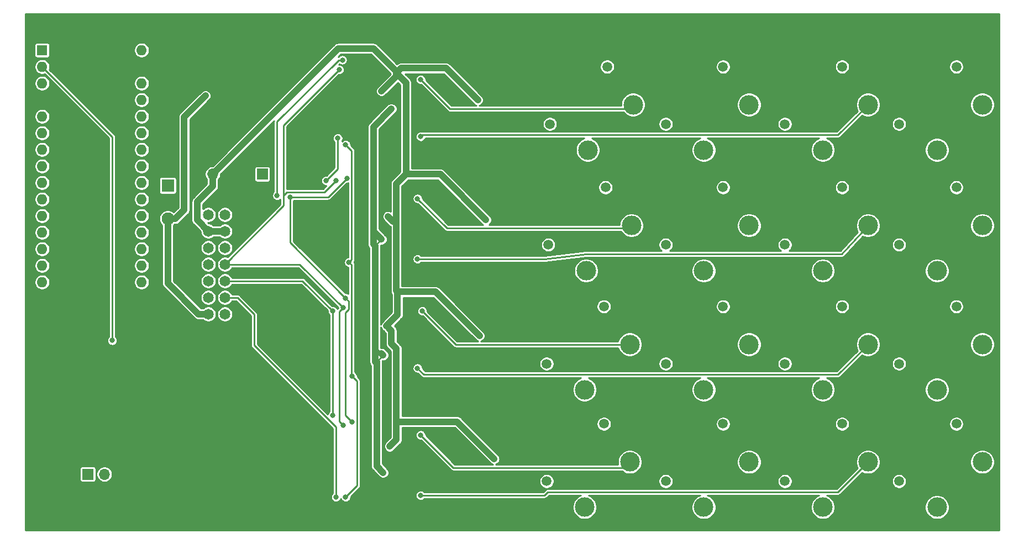
<source format=gbr>
%TF.GenerationSoftware,KiCad,Pcbnew,(5.1.7)-1*%
%TF.CreationDate,2020-11-01T20:21:32+01:00*%
%TF.ProjectId,MidiToCV,4d696469-546f-4435-962e-6b696361645f,rev?*%
%TF.SameCoordinates,Original*%
%TF.FileFunction,Copper,L2,Bot*%
%TF.FilePolarity,Positive*%
%FSLAX46Y46*%
G04 Gerber Fmt 4.6, Leading zero omitted, Abs format (unit mm)*
G04 Created by KiCad (PCBNEW (5.1.7)-1) date 2020-11-01 20:21:32*
%MOMM*%
%LPD*%
G01*
G04 APERTURE LIST*
%TA.AperFunction,ComponentPad*%
%ADD10C,1.500000*%
%TD*%
%TA.AperFunction,ComponentPad*%
%ADD11C,3.000000*%
%TD*%
%TA.AperFunction,ComponentPad*%
%ADD12O,1.700000X1.700000*%
%TD*%
%TA.AperFunction,ComponentPad*%
%ADD13R,1.700000X1.700000*%
%TD*%
%TA.AperFunction,ComponentPad*%
%ADD14C,1.935000*%
%TD*%
%TA.AperFunction,ComponentPad*%
%ADD15R,1.935000X1.935000*%
%TD*%
%TA.AperFunction,ComponentPad*%
%ADD16C,1.650000*%
%TD*%
%TA.AperFunction,ComponentPad*%
%ADD17R,1.650000X1.650000*%
%TD*%
%TA.AperFunction,ComponentPad*%
%ADD18O,1.600000X1.600000*%
%TD*%
%TA.AperFunction,ComponentPad*%
%ADD19R,1.600000X1.600000*%
%TD*%
%TA.AperFunction,ViaPad*%
%ADD20C,0.800000*%
%TD*%
%TA.AperFunction,Conductor*%
%ADD21C,1.000000*%
%TD*%
%TA.AperFunction,Conductor*%
%ADD22C,0.250000*%
%TD*%
%TA.AperFunction,Conductor*%
%ADD23C,0.254000*%
%TD*%
%TA.AperFunction,Conductor*%
%ADD24C,0.100000*%
%TD*%
G04 APERTURE END LIST*
D10*
%TO.P,J14,5*%
%TO.N,N/C*%
X135540000Y-84070000D03*
D11*
%TO.P,J14,4*%
X141360000Y-88050000D03*
%TO.P,J14,3*%
%TO.N,Net-(J14-Pad3)*%
X148300000Y-81110000D03*
D10*
%TO.P,J14,2*%
%TO.N,N/C*%
X144320000Y-75290000D03*
D11*
%TO.P,J14,1*%
%TO.N,GND*%
X137250000Y-77000000D03*
%TD*%
D10*
%TO.P,J10,5*%
%TO.N,N/C*%
X135540000Y-66070000D03*
D11*
%TO.P,J10,4*%
X141360000Y-70050000D03*
%TO.P,J10,3*%
%TO.N,Net-(J10-Pad3)*%
X148300000Y-63110000D03*
D10*
%TO.P,J10,2*%
%TO.N,N/C*%
X144320000Y-57290000D03*
D11*
%TO.P,J10,1*%
%TO.N,GND*%
X137250000Y-59000000D03*
%TD*%
D10*
%TO.P,J6,5*%
%TO.N,N/C*%
X135540000Y-47820000D03*
D11*
%TO.P,J6,4*%
X141360000Y-51800000D03*
%TO.P,J6,3*%
%TO.N,Net-(J6-Pad3)*%
X148300000Y-44860000D03*
D10*
%TO.P,J6,2*%
%TO.N,N/C*%
X144320000Y-39040000D03*
D11*
%TO.P,J6,1*%
%TO.N,GND*%
X137250000Y-40750000D03*
%TD*%
D10*
%TO.P,J2,5*%
%TO.N,N/C*%
X135540000Y-29320000D03*
D11*
%TO.P,J2,4*%
X141360000Y-33300000D03*
%TO.P,J2,3*%
%TO.N,Net-(J2-Pad3)*%
X148300000Y-26360000D03*
D10*
%TO.P,J2,2*%
%TO.N,N/C*%
X144320000Y-20540000D03*
D11*
%TO.P,J2,1*%
%TO.N,GND*%
X137250000Y-22250000D03*
%TD*%
D12*
%TO.P,J19,4*%
%TO.N,-12V*%
X66130000Y-37000000D03*
%TO.P,J19,3*%
%TO.N,GND*%
X68670000Y-37000000D03*
%TO.P,J19,2*%
X71210000Y-37000000D03*
D13*
%TO.P,J19,1*%
%TO.N,+12V*%
X73750000Y-37000000D03*
%TD*%
D10*
%TO.P,J8,5*%
%TO.N,N/C*%
X171290000Y-47820000D03*
D11*
%TO.P,J8,4*%
X177110000Y-51800000D03*
%TO.P,J8,3*%
%TO.N,Net-(J8-Pad3)*%
X184050000Y-44860000D03*
D10*
%TO.P,J8,2*%
%TO.N,N/C*%
X180070000Y-39040000D03*
D11*
%TO.P,J8,1*%
%TO.N,GND*%
X173000000Y-40750000D03*
%TD*%
D10*
%TO.P,J16,5*%
%TO.N,N/C*%
X171290000Y-84070000D03*
D11*
%TO.P,J16,4*%
X177110000Y-88050000D03*
%TO.P,J16,3*%
%TO.N,Net-(J16-Pad3)*%
X184050000Y-81110000D03*
D10*
%TO.P,J16,2*%
%TO.N,N/C*%
X180070000Y-75290000D03*
D11*
%TO.P,J16,1*%
%TO.N,GND*%
X173000000Y-77000000D03*
%TD*%
D10*
%TO.P,J15,5*%
%TO.N,N/C*%
X153790000Y-84070000D03*
D11*
%TO.P,J15,4*%
X159610000Y-88050000D03*
%TO.P,J15,3*%
%TO.N,Net-(J15-Pad3)*%
X166550000Y-81110000D03*
D10*
%TO.P,J15,2*%
%TO.N,N/C*%
X162570000Y-75290000D03*
D11*
%TO.P,J15,1*%
%TO.N,GND*%
X155500000Y-77000000D03*
%TD*%
D10*
%TO.P,J13,5*%
%TO.N,N/C*%
X117290000Y-84070000D03*
D11*
%TO.P,J13,4*%
X123110000Y-88050000D03*
%TO.P,J13,3*%
%TO.N,Net-(J13-Pad3)*%
X130050000Y-81110000D03*
D10*
%TO.P,J13,2*%
%TO.N,N/C*%
X126070000Y-75290000D03*
D11*
%TO.P,J13,1*%
%TO.N,GND*%
X119000000Y-77000000D03*
%TD*%
D10*
%TO.P,J12,5*%
%TO.N,N/C*%
X171290000Y-66070000D03*
D11*
%TO.P,J12,4*%
X177110000Y-70050000D03*
%TO.P,J12,3*%
%TO.N,Net-(J12-Pad3)*%
X184050000Y-63110000D03*
D10*
%TO.P,J12,2*%
%TO.N,N/C*%
X180070000Y-57290000D03*
D11*
%TO.P,J12,1*%
%TO.N,GND*%
X173000000Y-59000000D03*
%TD*%
D10*
%TO.P,J11,5*%
%TO.N,N/C*%
X153790000Y-66070000D03*
D11*
%TO.P,J11,4*%
X159610000Y-70050000D03*
%TO.P,J11,3*%
%TO.N,Net-(J11-Pad3)*%
X166550000Y-63110000D03*
D10*
%TO.P,J11,2*%
%TO.N,N/C*%
X162570000Y-57290000D03*
D11*
%TO.P,J11,1*%
%TO.N,GND*%
X155500000Y-59000000D03*
%TD*%
D10*
%TO.P,J9,5*%
%TO.N,N/C*%
X117290000Y-66070000D03*
D11*
%TO.P,J9,4*%
X123110000Y-70050000D03*
%TO.P,J9,3*%
%TO.N,Net-(J9-Pad3)*%
X130050000Y-63110000D03*
D10*
%TO.P,J9,2*%
%TO.N,N/C*%
X126070000Y-57290000D03*
D11*
%TO.P,J9,1*%
%TO.N,GND*%
X119000000Y-59000000D03*
%TD*%
D10*
%TO.P,J7,5*%
%TO.N,N/C*%
X153790000Y-47820000D03*
D11*
%TO.P,J7,4*%
X159610000Y-51800000D03*
%TO.P,J7,3*%
%TO.N,Net-(J7-Pad3)*%
X166550000Y-44860000D03*
D10*
%TO.P,J7,2*%
%TO.N,N/C*%
X162570000Y-39040000D03*
D11*
%TO.P,J7,1*%
%TO.N,GND*%
X155500000Y-40750000D03*
%TD*%
D10*
%TO.P,J5,5*%
%TO.N,N/C*%
X117540000Y-47820000D03*
D11*
%TO.P,J5,4*%
X123360000Y-51800000D03*
%TO.P,J5,3*%
%TO.N,Net-(J5-Pad3)*%
X130300000Y-44860000D03*
D10*
%TO.P,J5,2*%
%TO.N,N/C*%
X126320000Y-39040000D03*
D11*
%TO.P,J5,1*%
%TO.N,GND*%
X119250000Y-40750000D03*
%TD*%
D10*
%TO.P,J4,5*%
%TO.N,N/C*%
X171290000Y-29320000D03*
D11*
%TO.P,J4,4*%
X177110000Y-33300000D03*
%TO.P,J4,3*%
%TO.N,Net-(J4-Pad3)*%
X184050000Y-26360000D03*
D10*
%TO.P,J4,2*%
%TO.N,N/C*%
X180070000Y-20540000D03*
D11*
%TO.P,J4,1*%
%TO.N,GND*%
X173000000Y-22250000D03*
%TD*%
D10*
%TO.P,J1,5*%
%TO.N,N/C*%
X117790000Y-29320000D03*
D11*
%TO.P,J1,4*%
X123610000Y-33300000D03*
%TO.P,J1,3*%
%TO.N,Net-(J1-Pad3)*%
X130550000Y-26360000D03*
D10*
%TO.P,J1,2*%
%TO.N,N/C*%
X126570000Y-20540000D03*
D11*
%TO.P,J1,1*%
%TO.N,GND*%
X119500000Y-22250000D03*
%TD*%
D10*
%TO.P,J3,5*%
%TO.N,N/C*%
X153790000Y-29320000D03*
D11*
%TO.P,J3,4*%
X159610000Y-33300000D03*
%TO.P,J3,3*%
%TO.N,Net-(J3-Pad3)*%
X166550000Y-26360000D03*
D10*
%TO.P,J3,2*%
%TO.N,N/C*%
X162570000Y-20540000D03*
D11*
%TO.P,J3,1*%
%TO.N,GND*%
X155500000Y-22250000D03*
%TD*%
D14*
%TO.P,Q1,3*%
%TO.N,+5V*%
X59250000Y-43830000D03*
%TO.P,Q1,2*%
%TO.N,GND*%
X59250000Y-41290000D03*
D15*
%TO.P,Q1,1*%
%TO.N,+12V*%
X59250000Y-38750000D03*
%TD*%
D12*
%TO.P,J18,2*%
%TO.N,Net-(D1-Pad2)*%
X49540000Y-83000000D03*
D13*
%TO.P,J18,1*%
%TO.N,Net-(D1-Pad1)*%
X47000000Y-83000000D03*
%TD*%
D16*
%TO.P,J17,16*%
%TO.N,+12V*%
X65460000Y-43220000D03*
%TO.P,J17,15*%
X68000000Y-43220000D03*
%TO.P,J17,14*%
%TO.N,-12V*%
X65460000Y-45760000D03*
%TO.P,J17,13*%
X68000000Y-45760000D03*
%TO.P,J17,12*%
%TO.N,/Sheet5FA40E10/_SYNC*%
X65460000Y-48300000D03*
%TO.P,J17,11*%
X68000000Y-48300000D03*
%TO.P,J17,10*%
%TO.N,/Sheet5FA40E10/SCLK*%
X65460000Y-50840000D03*
%TO.P,J17,9*%
X68000000Y-50840000D03*
%TO.P,J17,8*%
%TO.N,/sheet5FC111E9/_LDAC*%
X65460000Y-53380000D03*
%TO.P,J17,7*%
X68000000Y-53380000D03*
%TO.P,J17,6*%
%TO.N,Net-(A1-Pad15)*%
X65460000Y-55920000D03*
%TO.P,J17,5*%
%TO.N,/sheet5FC12A8E/SDO*%
X68000000Y-55920000D03*
%TO.P,J17,4*%
%TO.N,+5V*%
X65460000Y-58460000D03*
%TO.P,J17,3*%
X68000000Y-58460000D03*
%TO.P,J17,2*%
%TO.N,GND*%
X65460000Y-61000000D03*
D17*
%TO.P,J17,1*%
X68000000Y-61000000D03*
%TD*%
D18*
%TO.P,A1,16*%
%TO.N,/Sheet5FA40E10/SCLK*%
X55240000Y-53560000D03*
%TO.P,A1,15*%
%TO.N,Net-(A1-Pad15)*%
X40000000Y-53560000D03*
%TO.P,A1,30*%
%TO.N,+12V*%
X55240000Y-18000000D03*
%TO.P,A1,14*%
%TO.N,/Sheet5FA40E10/SDIN*%
X40000000Y-51020000D03*
%TO.P,A1,29*%
%TO.N,GND*%
X55240000Y-20540000D03*
%TO.P,A1,13*%
%TO.N,/Sheet5FA40E10/_SYNC*%
X40000000Y-48480000D03*
%TO.P,A1,28*%
%TO.N,N/C*%
X55240000Y-23080000D03*
%TO.P,A1,12*%
%TO.N,/Sheet5FA40E10/_LDAC*%
X40000000Y-45940000D03*
%TO.P,A1,27*%
%TO.N,N/C*%
X55240000Y-25620000D03*
%TO.P,A1,11*%
X40000000Y-43400000D03*
%TO.P,A1,26*%
X55240000Y-28160000D03*
%TO.P,A1,10*%
X40000000Y-40860000D03*
%TO.P,A1,25*%
X55240000Y-30700000D03*
%TO.P,A1,9*%
X40000000Y-38320000D03*
%TO.P,A1,24*%
X55240000Y-33240000D03*
%TO.P,A1,8*%
X40000000Y-35780000D03*
%TO.P,A1,23*%
X55240000Y-35780000D03*
%TO.P,A1,7*%
X40000000Y-33240000D03*
%TO.P,A1,22*%
X55240000Y-38320000D03*
%TO.P,A1,6*%
X40000000Y-30700000D03*
%TO.P,A1,21*%
X55240000Y-40860000D03*
%TO.P,A1,5*%
X40000000Y-28160000D03*
%TO.P,A1,20*%
X55240000Y-43400000D03*
%TO.P,A1,4*%
%TO.N,GND*%
X40000000Y-25620000D03*
%TO.P,A1,19*%
%TO.N,N/C*%
X55240000Y-45940000D03*
%TO.P,A1,3*%
X40000000Y-23080000D03*
%TO.P,A1,18*%
X55240000Y-48480000D03*
%TO.P,A1,2*%
%TO.N,Net-(A1-Pad2)*%
X40000000Y-20540000D03*
%TO.P,A1,17*%
%TO.N,N/C*%
X55240000Y-51020000D03*
D19*
%TO.P,A1,1*%
X40000000Y-18000000D03*
%TD*%
D20*
%TO.N,GND*%
X93500000Y-80000000D03*
X93500000Y-24500000D03*
X92500000Y-42000000D03*
X95000000Y-61500000D03*
X84000000Y-50500000D03*
X81000000Y-45500000D03*
X86500000Y-53000000D03*
X83500000Y-68000000D03*
X83500000Y-76500000D03*
%TO.N,+12V*%
X92256507Y-82756493D03*
X92000000Y-64500000D03*
X92000002Y-47000000D03*
X93524990Y-27006500D03*
X90750000Y-35500000D03*
%TO.N,+5V*%
X65000000Y-24999958D03*
%TO.N,/Sheet5FA40E10/_SYNC*%
X86000000Y-19500000D03*
X86500000Y-56000000D03*
X87500000Y-75000000D03*
X86674999Y-37620910D03*
X76000000Y-40300000D03*
X78000000Y-40500000D03*
%TO.N,/Sheet5FA40E10/SCLK*%
X85500000Y-21000000D03*
X86100000Y-57500000D03*
X86100000Y-75500000D03*
X85000000Y-38000000D03*
%TO.N,Net-(A1-Pad2)*%
X50750000Y-62500000D03*
%TO.N,/sheet5FC12A8E/SDO*%
X85000000Y-86500000D03*
%TO.N,Net-(J7-Pad3)*%
X97500000Y-50000000D03*
%TO.N,/sheet5FC111E9/SDIN*%
X85300000Y-31500000D03*
X83500000Y-38000000D03*
%TO.N,/Sheet5FA40E10/2.5Vref*%
X86500000Y-32500000D03*
X87000000Y-50500000D03*
X87500000Y-68000000D03*
X86500000Y-86500000D03*
%TO.N,/sheet5FC111E9/_LDAC*%
X84500000Y-58000000D03*
X84500000Y-74000000D03*
%TO.N,Net-(J1-Pad3)*%
X98000000Y-22500000D03*
%TO.N,Net-(J3-Pad3)*%
X98000000Y-31250000D03*
%TO.N,Net-(J5-Pad3)*%
X97500000Y-40750000D03*
%TO.N,Net-(J9-Pad3)*%
X98250000Y-58000000D03*
%TO.N,Net-(J11-Pad3)*%
X97500000Y-66750000D03*
%TO.N,Net-(J13-Pad3)*%
X98000000Y-77000000D03*
%TO.N,Net-(J15-Pad3)*%
X98000000Y-86250000D03*
%TO.N,-12V*%
X93250000Y-78750000D03*
X109250000Y-80635000D03*
X92750000Y-60249996D03*
X107000000Y-61750000D03*
X93000000Y-43500000D03*
X108000000Y-44000000D03*
X92000000Y-24250000D03*
X106750000Y-25635000D03*
%TD*%
D21*
%TO.N,+12V*%
X92256507Y-64756507D02*
X92000000Y-64500000D01*
X92000000Y-47000002D02*
X92000002Y-47000000D01*
X92000000Y-46999998D02*
X92000002Y-47000000D01*
D22*
X91250000Y-65763014D02*
X92256507Y-64756507D01*
D21*
X92256507Y-82756493D02*
X91250000Y-81749986D01*
D22*
X91000000Y-48000002D02*
X92000000Y-47000002D01*
D21*
X91000000Y-63500000D02*
X91000000Y-48000002D01*
D22*
X92000000Y-64500000D02*
X91000000Y-63500000D01*
D21*
X91000000Y-65750000D02*
X91250000Y-66000000D01*
X91000000Y-63500000D02*
X91000000Y-65750000D01*
X91250000Y-66000000D02*
X91250000Y-65763014D01*
X91250000Y-81749986D02*
X91250000Y-66000000D01*
X90750000Y-45749998D02*
X90750000Y-35500000D01*
X92000000Y-46999998D02*
X90750000Y-45749998D01*
X90750000Y-47750002D02*
X91000000Y-48000002D01*
X90750000Y-45749998D02*
X90750000Y-47750002D01*
X90750000Y-29781490D02*
X93524990Y-27006500D01*
X90750000Y-35500000D02*
X90750000Y-29781490D01*
%TO.N,+5V*%
X61750000Y-28249958D02*
X65000000Y-24999958D01*
X61750000Y-42500000D02*
X61750000Y-28249958D01*
X60420000Y-43830000D02*
X61750000Y-42500000D01*
X59250000Y-43830000D02*
X60420000Y-43830000D01*
X63960000Y-58460000D02*
X65460000Y-58460000D01*
X59250000Y-53750000D02*
X63960000Y-58460000D01*
X59250000Y-43830000D02*
X59250000Y-53750000D01*
D22*
%TO.N,/Sheet5FA40E10/_SYNC*%
X85434315Y-19500000D02*
X76000000Y-28934315D01*
X86000000Y-19500000D02*
X85434315Y-19500000D01*
X76000000Y-28934315D02*
X76000000Y-40300000D01*
X86949989Y-56449989D02*
X86500000Y-56000000D01*
X86949989Y-57723013D02*
X86949989Y-56449989D01*
X86448001Y-58225001D02*
X86949989Y-57723013D01*
X86448001Y-73948001D02*
X86448001Y-58225001D01*
X87500000Y-75000000D02*
X86448001Y-73948001D01*
X78000000Y-47500000D02*
X86500000Y-56000000D01*
X78000000Y-40500000D02*
X78000000Y-47500000D01*
X83795909Y-40500000D02*
X78000000Y-40500000D01*
X86674999Y-37620910D02*
X83795909Y-40500000D01*
%TO.N,/Sheet5FA40E10/SCLK*%
X85500000Y-21000000D02*
X77000000Y-29500000D01*
X77000000Y-41840000D02*
X68000000Y-50840000D01*
X77000000Y-41000000D02*
X77000000Y-41840000D01*
X77000000Y-29500000D02*
X77000000Y-41000000D01*
X79440000Y-50840000D02*
X68000000Y-50840000D01*
X86100000Y-57500000D02*
X79440000Y-50840000D01*
X85500000Y-58100000D02*
X86100000Y-57500000D01*
X85500000Y-74900000D02*
X85500000Y-58100000D01*
X86100000Y-75500000D02*
X85500000Y-74900000D01*
X83250000Y-39750000D02*
X85000000Y-38000000D01*
X77500000Y-39750000D02*
X83250000Y-39750000D01*
X77000000Y-41000000D02*
X77000000Y-40250000D01*
X77000000Y-40250000D02*
X77500000Y-39750000D01*
%TO.N,Net-(A1-Pad2)*%
X50750000Y-31290000D02*
X50750000Y-62500000D01*
X40000000Y-20540000D02*
X50750000Y-31290000D01*
%TO.N,/sheet5FC12A8E/SDO*%
X69920000Y-55920000D02*
X68000000Y-55920000D01*
X72500000Y-58500000D02*
X69920000Y-55920000D01*
X72500000Y-63264998D02*
X72500000Y-58500000D01*
X85000000Y-75764998D02*
X72500000Y-63264998D01*
X85000000Y-86500000D02*
X85000000Y-75764998D01*
%TO.N,/sheet5FC111E9/SDIN*%
X85300000Y-36200000D02*
X83500000Y-38000000D01*
X85300000Y-31500000D02*
X85300000Y-36200000D01*
%TO.N,/Sheet5FA40E10/2.5Vref*%
X87399999Y-67899999D02*
X87500000Y-68000000D01*
X87399999Y-50899999D02*
X87399999Y-67899999D01*
X87000000Y-50500000D02*
X87399999Y-50899999D01*
X88225001Y-84774999D02*
X88225001Y-68725001D01*
X88225001Y-68725001D02*
X87500000Y-68000000D01*
X86500000Y-86500000D02*
X88225001Y-84774999D01*
X87399999Y-33399999D02*
X87399999Y-50100001D01*
X86500000Y-32500000D02*
X87399999Y-33399999D01*
X87399999Y-50100001D02*
X87000000Y-50500000D01*
%TO.N,/sheet5FC111E9/_LDAC*%
X79880000Y-53380000D02*
X68000000Y-53380000D01*
X84500000Y-58000000D02*
X79880000Y-53380000D01*
X84500000Y-74000000D02*
X84500000Y-58000000D01*
%TO.N,Net-(J1-Pad3)*%
X129910000Y-27000000D02*
X130550000Y-26360000D01*
X102500000Y-27000000D02*
X129910000Y-27000000D01*
X98000000Y-22500000D02*
X102500000Y-27000000D01*
%TO.N,Net-(J3-Pad3)*%
X161910000Y-31000000D02*
X166550000Y-26360000D01*
X98250000Y-31000000D02*
X161910000Y-31000000D01*
X98000000Y-31250000D02*
X98250000Y-31000000D01*
%TO.N,Net-(J5-Pad3)*%
X129910000Y-45250000D02*
X130300000Y-44860000D01*
X102000000Y-45250000D02*
X129910000Y-45250000D01*
X97500000Y-40750000D02*
X102000000Y-45250000D01*
%TO.N,Net-(J7-Pad3)*%
X123354999Y-49250000D02*
X162514999Y-49250000D01*
X116951002Y-50000000D02*
X123354999Y-49250000D01*
X162514999Y-49250000D02*
X166550000Y-44860000D01*
X97500000Y-50000000D02*
X116951002Y-50000000D01*
%TO.N,Net-(J9-Pad3)*%
X103360000Y-63110000D02*
X130050000Y-63110000D01*
X98250000Y-58000000D02*
X103360000Y-63110000D01*
%TO.N,Net-(J11-Pad3)*%
X161910000Y-67750000D02*
X166550000Y-63110000D01*
X98500000Y-67750000D02*
X161910000Y-67750000D01*
X97500000Y-66750000D02*
X98500000Y-67750000D01*
%TO.N,Net-(J13-Pad3)*%
X129410000Y-82000000D02*
X130050000Y-81360000D01*
X103000000Y-82000000D02*
X129410000Y-82000000D01*
X98000000Y-77000000D02*
X103000000Y-82000000D01*
%TO.N,Net-(J15-Pad3)*%
X161910000Y-85750000D02*
X166550000Y-81110000D01*
X117451002Y-85750000D02*
X161910000Y-85750000D01*
X116951002Y-86250000D02*
X117451002Y-85750000D01*
X98000000Y-86250000D02*
X116951002Y-86250000D01*
D21*
%TO.N,-12V*%
X66130000Y-37000000D02*
X66130000Y-38870000D01*
X66130000Y-38870000D02*
X63750000Y-41250000D01*
X63750000Y-44050000D02*
X65460000Y-45760000D01*
X63750000Y-41250000D02*
X63750000Y-44050000D01*
X94275002Y-77724998D02*
X93250000Y-78750000D01*
X103589998Y-74974998D02*
X109250000Y-80635000D01*
X94275002Y-74974998D02*
X103589998Y-74974998D01*
X94275002Y-74974998D02*
X94275002Y-77724998D01*
D22*
X93149999Y-60649995D02*
X92750000Y-60249996D01*
D21*
X94450011Y-58549985D02*
X92750000Y-60249996D01*
X100299989Y-55049989D02*
X107000000Y-61750000D01*
X94450011Y-55049989D02*
X100299989Y-55049989D01*
X94450011Y-55049989D02*
X94450011Y-58549985D01*
X91774999Y-18774999D02*
X94250000Y-21250000D01*
X66130000Y-37000000D02*
X84355001Y-18774999D01*
X94250000Y-54849978D02*
X94450011Y-55049989D01*
X93750000Y-44250000D02*
X93000000Y-43500000D01*
X94250000Y-44250000D02*
X93750000Y-44250000D01*
X94250000Y-44250000D02*
X94250000Y-54849978D01*
X101000000Y-37000000D02*
X108000000Y-44000000D01*
X94250000Y-22000000D02*
X92000000Y-24250000D01*
X94250000Y-21250000D02*
X94250000Y-22000000D01*
X94250000Y-21250000D02*
X94250000Y-21500000D01*
X95750000Y-23000000D02*
X95750000Y-37000000D01*
X94250000Y-21500000D02*
X95750000Y-23000000D01*
X95750000Y-37000000D02*
X101000000Y-37000000D01*
X94250000Y-38500000D02*
X95750000Y-37000000D01*
X94250000Y-44250000D02*
X94250000Y-38500000D01*
X90750000Y-17750000D02*
X91774999Y-18774999D01*
X85380000Y-17750000D02*
X90750000Y-17750000D01*
X84355001Y-18774999D02*
X85380000Y-17750000D01*
X101865000Y-20750000D02*
X106750000Y-25635000D01*
X95000000Y-20750000D02*
X101865000Y-20750000D01*
X94250000Y-21500000D02*
X95000000Y-20750000D01*
X65460000Y-45760000D02*
X68000000Y-45760000D01*
X93500000Y-63000000D02*
X93500000Y-60999996D01*
X93500000Y-60999996D02*
X93149999Y-60649995D01*
X94275002Y-63775002D02*
X93500000Y-63000000D01*
X94275002Y-74974998D02*
X94275002Y-63775002D01*
%TD*%
D23*
%TO.N,GND*%
X186594000Y-91594000D02*
X37406000Y-91594000D01*
X37406000Y-82150000D01*
X45767157Y-82150000D01*
X45767157Y-83850000D01*
X45774513Y-83924689D01*
X45796299Y-83996508D01*
X45831678Y-84062696D01*
X45879289Y-84120711D01*
X45937304Y-84168322D01*
X46003492Y-84203701D01*
X46075311Y-84225487D01*
X46150000Y-84232843D01*
X47850000Y-84232843D01*
X47924689Y-84225487D01*
X47996508Y-84203701D01*
X48062696Y-84168322D01*
X48120711Y-84120711D01*
X48168322Y-84062696D01*
X48203701Y-83996508D01*
X48225487Y-83924689D01*
X48232843Y-83850000D01*
X48232843Y-82878757D01*
X48309000Y-82878757D01*
X48309000Y-83121243D01*
X48356307Y-83359069D01*
X48449102Y-83583097D01*
X48583820Y-83784717D01*
X48755283Y-83956180D01*
X48956903Y-84090898D01*
X49180931Y-84183693D01*
X49418757Y-84231000D01*
X49661243Y-84231000D01*
X49899069Y-84183693D01*
X50123097Y-84090898D01*
X50324717Y-83956180D01*
X50496180Y-83784717D01*
X50630898Y-83583097D01*
X50723693Y-83359069D01*
X50771000Y-83121243D01*
X50771000Y-82878757D01*
X50723693Y-82640931D01*
X50630898Y-82416903D01*
X50496180Y-82215283D01*
X50324717Y-82043820D01*
X50123097Y-81909102D01*
X49899069Y-81816307D01*
X49661243Y-81769000D01*
X49418757Y-81769000D01*
X49180931Y-81816307D01*
X48956903Y-81909102D01*
X48755283Y-82043820D01*
X48583820Y-82215283D01*
X48449102Y-82416903D01*
X48356307Y-82640931D01*
X48309000Y-82878757D01*
X48232843Y-82878757D01*
X48232843Y-82150000D01*
X48225487Y-82075311D01*
X48203701Y-82003492D01*
X48168322Y-81937304D01*
X48120711Y-81879289D01*
X48062696Y-81831678D01*
X47996508Y-81796299D01*
X47924689Y-81774513D01*
X47850000Y-81767157D01*
X46150000Y-81767157D01*
X46075311Y-81774513D01*
X46003492Y-81796299D01*
X45937304Y-81831678D01*
X45879289Y-81879289D01*
X45831678Y-81937304D01*
X45796299Y-82003492D01*
X45774513Y-82075311D01*
X45767157Y-82150000D01*
X37406000Y-82150000D01*
X37406000Y-53443682D01*
X38819000Y-53443682D01*
X38819000Y-53676318D01*
X38864386Y-53904485D01*
X38953412Y-54119413D01*
X39082658Y-54312843D01*
X39247157Y-54477342D01*
X39440587Y-54606588D01*
X39655515Y-54695614D01*
X39883682Y-54741000D01*
X40116318Y-54741000D01*
X40344485Y-54695614D01*
X40559413Y-54606588D01*
X40752843Y-54477342D01*
X40917342Y-54312843D01*
X41046588Y-54119413D01*
X41135614Y-53904485D01*
X41181000Y-53676318D01*
X41181000Y-53443682D01*
X41135614Y-53215515D01*
X41046588Y-53000587D01*
X40917342Y-52807157D01*
X40752843Y-52642658D01*
X40559413Y-52513412D01*
X40344485Y-52424386D01*
X40116318Y-52379000D01*
X39883682Y-52379000D01*
X39655515Y-52424386D01*
X39440587Y-52513412D01*
X39247157Y-52642658D01*
X39082658Y-52807157D01*
X38953412Y-53000587D01*
X38864386Y-53215515D01*
X38819000Y-53443682D01*
X37406000Y-53443682D01*
X37406000Y-50903682D01*
X38819000Y-50903682D01*
X38819000Y-51136318D01*
X38864386Y-51364485D01*
X38953412Y-51579413D01*
X39082658Y-51772843D01*
X39247157Y-51937342D01*
X39440587Y-52066588D01*
X39655515Y-52155614D01*
X39883682Y-52201000D01*
X40116318Y-52201000D01*
X40344485Y-52155614D01*
X40559413Y-52066588D01*
X40752843Y-51937342D01*
X40917342Y-51772843D01*
X41046588Y-51579413D01*
X41135614Y-51364485D01*
X41181000Y-51136318D01*
X41181000Y-50903682D01*
X41135614Y-50675515D01*
X41046588Y-50460587D01*
X40917342Y-50267157D01*
X40752843Y-50102658D01*
X40559413Y-49973412D01*
X40344485Y-49884386D01*
X40116318Y-49839000D01*
X39883682Y-49839000D01*
X39655515Y-49884386D01*
X39440587Y-49973412D01*
X39247157Y-50102658D01*
X39082658Y-50267157D01*
X38953412Y-50460587D01*
X38864386Y-50675515D01*
X38819000Y-50903682D01*
X37406000Y-50903682D01*
X37406000Y-48363682D01*
X38819000Y-48363682D01*
X38819000Y-48596318D01*
X38864386Y-48824485D01*
X38953412Y-49039413D01*
X39082658Y-49232843D01*
X39247157Y-49397342D01*
X39440587Y-49526588D01*
X39655515Y-49615614D01*
X39883682Y-49661000D01*
X40116318Y-49661000D01*
X40344485Y-49615614D01*
X40559413Y-49526588D01*
X40752843Y-49397342D01*
X40917342Y-49232843D01*
X41046588Y-49039413D01*
X41135614Y-48824485D01*
X41181000Y-48596318D01*
X41181000Y-48363682D01*
X41135614Y-48135515D01*
X41046588Y-47920587D01*
X40917342Y-47727157D01*
X40752843Y-47562658D01*
X40559413Y-47433412D01*
X40344485Y-47344386D01*
X40116318Y-47299000D01*
X39883682Y-47299000D01*
X39655515Y-47344386D01*
X39440587Y-47433412D01*
X39247157Y-47562658D01*
X39082658Y-47727157D01*
X38953412Y-47920587D01*
X38864386Y-48135515D01*
X38819000Y-48363682D01*
X37406000Y-48363682D01*
X37406000Y-45823682D01*
X38819000Y-45823682D01*
X38819000Y-46056318D01*
X38864386Y-46284485D01*
X38953412Y-46499413D01*
X39082658Y-46692843D01*
X39247157Y-46857342D01*
X39440587Y-46986588D01*
X39655515Y-47075614D01*
X39883682Y-47121000D01*
X40116318Y-47121000D01*
X40344485Y-47075614D01*
X40559413Y-46986588D01*
X40752843Y-46857342D01*
X40917342Y-46692843D01*
X41046588Y-46499413D01*
X41135614Y-46284485D01*
X41181000Y-46056318D01*
X41181000Y-45823682D01*
X41135614Y-45595515D01*
X41046588Y-45380587D01*
X40917342Y-45187157D01*
X40752843Y-45022658D01*
X40559413Y-44893412D01*
X40344485Y-44804386D01*
X40116318Y-44759000D01*
X39883682Y-44759000D01*
X39655515Y-44804386D01*
X39440587Y-44893412D01*
X39247157Y-45022658D01*
X39082658Y-45187157D01*
X38953412Y-45380587D01*
X38864386Y-45595515D01*
X38819000Y-45823682D01*
X37406000Y-45823682D01*
X37406000Y-43283682D01*
X38819000Y-43283682D01*
X38819000Y-43516318D01*
X38864386Y-43744485D01*
X38953412Y-43959413D01*
X39082658Y-44152843D01*
X39247157Y-44317342D01*
X39440587Y-44446588D01*
X39655515Y-44535614D01*
X39883682Y-44581000D01*
X40116318Y-44581000D01*
X40344485Y-44535614D01*
X40559413Y-44446588D01*
X40752843Y-44317342D01*
X40917342Y-44152843D01*
X41046588Y-43959413D01*
X41135614Y-43744485D01*
X41181000Y-43516318D01*
X41181000Y-43283682D01*
X41135614Y-43055515D01*
X41046588Y-42840587D01*
X40917342Y-42647157D01*
X40752843Y-42482658D01*
X40559413Y-42353412D01*
X40344485Y-42264386D01*
X40116318Y-42219000D01*
X39883682Y-42219000D01*
X39655515Y-42264386D01*
X39440587Y-42353412D01*
X39247157Y-42482658D01*
X39082658Y-42647157D01*
X38953412Y-42840587D01*
X38864386Y-43055515D01*
X38819000Y-43283682D01*
X37406000Y-43283682D01*
X37406000Y-40743682D01*
X38819000Y-40743682D01*
X38819000Y-40976318D01*
X38864386Y-41204485D01*
X38953412Y-41419413D01*
X39082658Y-41612843D01*
X39247157Y-41777342D01*
X39440587Y-41906588D01*
X39655515Y-41995614D01*
X39883682Y-42041000D01*
X40116318Y-42041000D01*
X40344485Y-41995614D01*
X40559413Y-41906588D01*
X40752843Y-41777342D01*
X40917342Y-41612843D01*
X41046588Y-41419413D01*
X41135614Y-41204485D01*
X41181000Y-40976318D01*
X41181000Y-40743682D01*
X41135614Y-40515515D01*
X41046588Y-40300587D01*
X40917342Y-40107157D01*
X40752843Y-39942658D01*
X40559413Y-39813412D01*
X40344485Y-39724386D01*
X40116318Y-39679000D01*
X39883682Y-39679000D01*
X39655515Y-39724386D01*
X39440587Y-39813412D01*
X39247157Y-39942658D01*
X39082658Y-40107157D01*
X38953412Y-40300587D01*
X38864386Y-40515515D01*
X38819000Y-40743682D01*
X37406000Y-40743682D01*
X37406000Y-38203682D01*
X38819000Y-38203682D01*
X38819000Y-38436318D01*
X38864386Y-38664485D01*
X38953412Y-38879413D01*
X39082658Y-39072843D01*
X39247157Y-39237342D01*
X39440587Y-39366588D01*
X39655515Y-39455614D01*
X39883682Y-39501000D01*
X40116318Y-39501000D01*
X40344485Y-39455614D01*
X40559413Y-39366588D01*
X40752843Y-39237342D01*
X40917342Y-39072843D01*
X41046588Y-38879413D01*
X41135614Y-38664485D01*
X41181000Y-38436318D01*
X41181000Y-38203682D01*
X41135614Y-37975515D01*
X41046588Y-37760587D01*
X40917342Y-37567157D01*
X40752843Y-37402658D01*
X40559413Y-37273412D01*
X40344485Y-37184386D01*
X40116318Y-37139000D01*
X39883682Y-37139000D01*
X39655515Y-37184386D01*
X39440587Y-37273412D01*
X39247157Y-37402658D01*
X39082658Y-37567157D01*
X38953412Y-37760587D01*
X38864386Y-37975515D01*
X38819000Y-38203682D01*
X37406000Y-38203682D01*
X37406000Y-35663682D01*
X38819000Y-35663682D01*
X38819000Y-35896318D01*
X38864386Y-36124485D01*
X38953412Y-36339413D01*
X39082658Y-36532843D01*
X39247157Y-36697342D01*
X39440587Y-36826588D01*
X39655515Y-36915614D01*
X39883682Y-36961000D01*
X40116318Y-36961000D01*
X40344485Y-36915614D01*
X40559413Y-36826588D01*
X40752843Y-36697342D01*
X40917342Y-36532843D01*
X41046588Y-36339413D01*
X41135614Y-36124485D01*
X41181000Y-35896318D01*
X41181000Y-35663682D01*
X41135614Y-35435515D01*
X41046588Y-35220587D01*
X40917342Y-35027157D01*
X40752843Y-34862658D01*
X40559413Y-34733412D01*
X40344485Y-34644386D01*
X40116318Y-34599000D01*
X39883682Y-34599000D01*
X39655515Y-34644386D01*
X39440587Y-34733412D01*
X39247157Y-34862658D01*
X39082658Y-35027157D01*
X38953412Y-35220587D01*
X38864386Y-35435515D01*
X38819000Y-35663682D01*
X37406000Y-35663682D01*
X37406000Y-33123682D01*
X38819000Y-33123682D01*
X38819000Y-33356318D01*
X38864386Y-33584485D01*
X38953412Y-33799413D01*
X39082658Y-33992843D01*
X39247157Y-34157342D01*
X39440587Y-34286588D01*
X39655515Y-34375614D01*
X39883682Y-34421000D01*
X40116318Y-34421000D01*
X40344485Y-34375614D01*
X40559413Y-34286588D01*
X40752843Y-34157342D01*
X40917342Y-33992843D01*
X41046588Y-33799413D01*
X41135614Y-33584485D01*
X41181000Y-33356318D01*
X41181000Y-33123682D01*
X41135614Y-32895515D01*
X41046588Y-32680587D01*
X40917342Y-32487157D01*
X40752843Y-32322658D01*
X40559413Y-32193412D01*
X40344485Y-32104386D01*
X40116318Y-32059000D01*
X39883682Y-32059000D01*
X39655515Y-32104386D01*
X39440587Y-32193412D01*
X39247157Y-32322658D01*
X39082658Y-32487157D01*
X38953412Y-32680587D01*
X38864386Y-32895515D01*
X38819000Y-33123682D01*
X37406000Y-33123682D01*
X37406000Y-30583682D01*
X38819000Y-30583682D01*
X38819000Y-30816318D01*
X38864386Y-31044485D01*
X38953412Y-31259413D01*
X39082658Y-31452843D01*
X39247157Y-31617342D01*
X39440587Y-31746588D01*
X39655515Y-31835614D01*
X39883682Y-31881000D01*
X40116318Y-31881000D01*
X40344485Y-31835614D01*
X40559413Y-31746588D01*
X40752843Y-31617342D01*
X40917342Y-31452843D01*
X41046588Y-31259413D01*
X41135614Y-31044485D01*
X41181000Y-30816318D01*
X41181000Y-30583682D01*
X41135614Y-30355515D01*
X41046588Y-30140587D01*
X40917342Y-29947157D01*
X40752843Y-29782658D01*
X40559413Y-29653412D01*
X40344485Y-29564386D01*
X40116318Y-29519000D01*
X39883682Y-29519000D01*
X39655515Y-29564386D01*
X39440587Y-29653412D01*
X39247157Y-29782658D01*
X39082658Y-29947157D01*
X38953412Y-30140587D01*
X38864386Y-30355515D01*
X38819000Y-30583682D01*
X37406000Y-30583682D01*
X37406000Y-28043682D01*
X38819000Y-28043682D01*
X38819000Y-28276318D01*
X38864386Y-28504485D01*
X38953412Y-28719413D01*
X39082658Y-28912843D01*
X39247157Y-29077342D01*
X39440587Y-29206588D01*
X39655515Y-29295614D01*
X39883682Y-29341000D01*
X40116318Y-29341000D01*
X40344485Y-29295614D01*
X40559413Y-29206588D01*
X40752843Y-29077342D01*
X40917342Y-28912843D01*
X41046588Y-28719413D01*
X41135614Y-28504485D01*
X41181000Y-28276318D01*
X41181000Y-28043682D01*
X41135614Y-27815515D01*
X41046588Y-27600587D01*
X40917342Y-27407157D01*
X40752843Y-27242658D01*
X40559413Y-27113412D01*
X40344485Y-27024386D01*
X40116318Y-26979000D01*
X39883682Y-26979000D01*
X39655515Y-27024386D01*
X39440587Y-27113412D01*
X39247157Y-27242658D01*
X39082658Y-27407157D01*
X38953412Y-27600587D01*
X38864386Y-27815515D01*
X38819000Y-28043682D01*
X37406000Y-28043682D01*
X37406000Y-22963682D01*
X38819000Y-22963682D01*
X38819000Y-23196318D01*
X38864386Y-23424485D01*
X38953412Y-23639413D01*
X39082658Y-23832843D01*
X39247157Y-23997342D01*
X39440587Y-24126588D01*
X39655515Y-24215614D01*
X39883682Y-24261000D01*
X40116318Y-24261000D01*
X40344485Y-24215614D01*
X40559413Y-24126588D01*
X40752843Y-23997342D01*
X40917342Y-23832843D01*
X41046588Y-23639413D01*
X41135614Y-23424485D01*
X41181000Y-23196318D01*
X41181000Y-22963682D01*
X41135614Y-22735515D01*
X41046588Y-22520587D01*
X40917342Y-22327157D01*
X40752843Y-22162658D01*
X40559413Y-22033412D01*
X40344485Y-21944386D01*
X40116318Y-21899000D01*
X39883682Y-21899000D01*
X39655515Y-21944386D01*
X39440587Y-22033412D01*
X39247157Y-22162658D01*
X39082658Y-22327157D01*
X38953412Y-22520587D01*
X38864386Y-22735515D01*
X38819000Y-22963682D01*
X37406000Y-22963682D01*
X37406000Y-20423682D01*
X38819000Y-20423682D01*
X38819000Y-20656318D01*
X38864386Y-20884485D01*
X38953412Y-21099413D01*
X39082658Y-21292843D01*
X39247157Y-21457342D01*
X39440587Y-21586588D01*
X39655515Y-21675614D01*
X39883682Y-21721000D01*
X40116318Y-21721000D01*
X40344485Y-21675614D01*
X40397898Y-21653489D01*
X50244000Y-31499592D01*
X50244001Y-61901498D01*
X50143358Y-62002141D01*
X50057887Y-62130058D01*
X49999013Y-62272191D01*
X49969000Y-62423078D01*
X49969000Y-62576922D01*
X49999013Y-62727809D01*
X50057887Y-62869942D01*
X50143358Y-62997859D01*
X50252141Y-63106642D01*
X50380058Y-63192113D01*
X50522191Y-63250987D01*
X50673078Y-63281000D01*
X50826922Y-63281000D01*
X50977809Y-63250987D01*
X51119942Y-63192113D01*
X51247859Y-63106642D01*
X51356642Y-62997859D01*
X51442113Y-62869942D01*
X51500987Y-62727809D01*
X51531000Y-62576922D01*
X51531000Y-62423078D01*
X51500987Y-62272191D01*
X51442113Y-62130058D01*
X51356642Y-62002141D01*
X51256000Y-61901499D01*
X51256000Y-53443682D01*
X54059000Y-53443682D01*
X54059000Y-53676318D01*
X54104386Y-53904485D01*
X54193412Y-54119413D01*
X54322658Y-54312843D01*
X54487157Y-54477342D01*
X54680587Y-54606588D01*
X54895515Y-54695614D01*
X55123682Y-54741000D01*
X55356318Y-54741000D01*
X55584485Y-54695614D01*
X55799413Y-54606588D01*
X55992843Y-54477342D01*
X56157342Y-54312843D01*
X56286588Y-54119413D01*
X56375614Y-53904485D01*
X56421000Y-53676318D01*
X56421000Y-53443682D01*
X56375614Y-53215515D01*
X56286588Y-53000587D01*
X56157342Y-52807157D01*
X55992843Y-52642658D01*
X55799413Y-52513412D01*
X55584485Y-52424386D01*
X55356318Y-52379000D01*
X55123682Y-52379000D01*
X54895515Y-52424386D01*
X54680587Y-52513412D01*
X54487157Y-52642658D01*
X54322658Y-52807157D01*
X54193412Y-53000587D01*
X54104386Y-53215515D01*
X54059000Y-53443682D01*
X51256000Y-53443682D01*
X51256000Y-50903682D01*
X54059000Y-50903682D01*
X54059000Y-51136318D01*
X54104386Y-51364485D01*
X54193412Y-51579413D01*
X54322658Y-51772843D01*
X54487157Y-51937342D01*
X54680587Y-52066588D01*
X54895515Y-52155614D01*
X55123682Y-52201000D01*
X55356318Y-52201000D01*
X55584485Y-52155614D01*
X55799413Y-52066588D01*
X55992843Y-51937342D01*
X56157342Y-51772843D01*
X56286588Y-51579413D01*
X56375614Y-51364485D01*
X56421000Y-51136318D01*
X56421000Y-50903682D01*
X56375614Y-50675515D01*
X56286588Y-50460587D01*
X56157342Y-50267157D01*
X55992843Y-50102658D01*
X55799413Y-49973412D01*
X55584485Y-49884386D01*
X55356318Y-49839000D01*
X55123682Y-49839000D01*
X54895515Y-49884386D01*
X54680587Y-49973412D01*
X54487157Y-50102658D01*
X54322658Y-50267157D01*
X54193412Y-50460587D01*
X54104386Y-50675515D01*
X54059000Y-50903682D01*
X51256000Y-50903682D01*
X51256000Y-48363682D01*
X54059000Y-48363682D01*
X54059000Y-48596318D01*
X54104386Y-48824485D01*
X54193412Y-49039413D01*
X54322658Y-49232843D01*
X54487157Y-49397342D01*
X54680587Y-49526588D01*
X54895515Y-49615614D01*
X55123682Y-49661000D01*
X55356318Y-49661000D01*
X55584485Y-49615614D01*
X55799413Y-49526588D01*
X55992843Y-49397342D01*
X56157342Y-49232843D01*
X56286588Y-49039413D01*
X56375614Y-48824485D01*
X56421000Y-48596318D01*
X56421000Y-48363682D01*
X56375614Y-48135515D01*
X56286588Y-47920587D01*
X56157342Y-47727157D01*
X55992843Y-47562658D01*
X55799413Y-47433412D01*
X55584485Y-47344386D01*
X55356318Y-47299000D01*
X55123682Y-47299000D01*
X54895515Y-47344386D01*
X54680587Y-47433412D01*
X54487157Y-47562658D01*
X54322658Y-47727157D01*
X54193412Y-47920587D01*
X54104386Y-48135515D01*
X54059000Y-48363682D01*
X51256000Y-48363682D01*
X51256000Y-45823682D01*
X54059000Y-45823682D01*
X54059000Y-46056318D01*
X54104386Y-46284485D01*
X54193412Y-46499413D01*
X54322658Y-46692843D01*
X54487157Y-46857342D01*
X54680587Y-46986588D01*
X54895515Y-47075614D01*
X55123682Y-47121000D01*
X55356318Y-47121000D01*
X55584485Y-47075614D01*
X55799413Y-46986588D01*
X55992843Y-46857342D01*
X56157342Y-46692843D01*
X56286588Y-46499413D01*
X56375614Y-46284485D01*
X56421000Y-46056318D01*
X56421000Y-45823682D01*
X56375614Y-45595515D01*
X56286588Y-45380587D01*
X56157342Y-45187157D01*
X55992843Y-45022658D01*
X55799413Y-44893412D01*
X55584485Y-44804386D01*
X55356318Y-44759000D01*
X55123682Y-44759000D01*
X54895515Y-44804386D01*
X54680587Y-44893412D01*
X54487157Y-45022658D01*
X54322658Y-45187157D01*
X54193412Y-45380587D01*
X54104386Y-45595515D01*
X54059000Y-45823682D01*
X51256000Y-45823682D01*
X51256000Y-43283682D01*
X54059000Y-43283682D01*
X54059000Y-43516318D01*
X54104386Y-43744485D01*
X54193412Y-43959413D01*
X54322658Y-44152843D01*
X54487157Y-44317342D01*
X54680587Y-44446588D01*
X54895515Y-44535614D01*
X55123682Y-44581000D01*
X55356318Y-44581000D01*
X55584485Y-44535614D01*
X55799413Y-44446588D01*
X55992843Y-44317342D01*
X56157342Y-44152843D01*
X56286588Y-43959413D01*
X56375614Y-43744485D01*
X56385022Y-43697184D01*
X57901500Y-43697184D01*
X57901500Y-43962816D01*
X57953322Y-44223343D01*
X58054975Y-44468754D01*
X58202552Y-44689619D01*
X58369000Y-44856067D01*
X58369001Y-53706720D01*
X58364738Y-53750000D01*
X58381749Y-53922705D01*
X58432125Y-54088774D01*
X58513932Y-54241825D01*
X58572215Y-54312843D01*
X58624026Y-54375975D01*
X58657640Y-54403561D01*
X63306439Y-59052361D01*
X63334025Y-59085975D01*
X63367637Y-59113559D01*
X63468174Y-59196068D01*
X63621225Y-59277875D01*
X63787294Y-59328252D01*
X63916727Y-59341000D01*
X63916730Y-59341000D01*
X63960000Y-59345262D01*
X64003270Y-59341000D01*
X64635459Y-59341000D01*
X64691220Y-59396761D01*
X64888745Y-59528743D01*
X65108223Y-59619654D01*
X65341219Y-59666000D01*
X65578781Y-59666000D01*
X65811777Y-59619654D01*
X66031255Y-59528743D01*
X66228780Y-59396761D01*
X66396761Y-59228780D01*
X66528743Y-59031255D01*
X66619654Y-58811777D01*
X66666000Y-58578781D01*
X66666000Y-58341219D01*
X66794000Y-58341219D01*
X66794000Y-58578781D01*
X66840346Y-58811777D01*
X66931257Y-59031255D01*
X67063239Y-59228780D01*
X67231220Y-59396761D01*
X67428745Y-59528743D01*
X67648223Y-59619654D01*
X67881219Y-59666000D01*
X68118781Y-59666000D01*
X68351777Y-59619654D01*
X68571255Y-59528743D01*
X68768780Y-59396761D01*
X68936761Y-59228780D01*
X69068743Y-59031255D01*
X69159654Y-58811777D01*
X69206000Y-58578781D01*
X69206000Y-58341219D01*
X69159654Y-58108223D01*
X69068743Y-57888745D01*
X68936761Y-57691220D01*
X68768780Y-57523239D01*
X68571255Y-57391257D01*
X68351777Y-57300346D01*
X68118781Y-57254000D01*
X67881219Y-57254000D01*
X67648223Y-57300346D01*
X67428745Y-57391257D01*
X67231220Y-57523239D01*
X67063239Y-57691220D01*
X66931257Y-57888745D01*
X66840346Y-58108223D01*
X66794000Y-58341219D01*
X66666000Y-58341219D01*
X66619654Y-58108223D01*
X66528743Y-57888745D01*
X66396761Y-57691220D01*
X66228780Y-57523239D01*
X66031255Y-57391257D01*
X65811777Y-57300346D01*
X65578781Y-57254000D01*
X65341219Y-57254000D01*
X65108223Y-57300346D01*
X64888745Y-57391257D01*
X64691220Y-57523239D01*
X64635459Y-57579000D01*
X64324922Y-57579000D01*
X62547141Y-55801219D01*
X64254000Y-55801219D01*
X64254000Y-56038781D01*
X64300346Y-56271777D01*
X64391257Y-56491255D01*
X64523239Y-56688780D01*
X64691220Y-56856761D01*
X64888745Y-56988743D01*
X65108223Y-57079654D01*
X65341219Y-57126000D01*
X65578781Y-57126000D01*
X65811777Y-57079654D01*
X66031255Y-56988743D01*
X66228780Y-56856761D01*
X66396761Y-56688780D01*
X66528743Y-56491255D01*
X66619654Y-56271777D01*
X66666000Y-56038781D01*
X66666000Y-55801219D01*
X66619654Y-55568223D01*
X66528743Y-55348745D01*
X66396761Y-55151220D01*
X66228780Y-54983239D01*
X66031255Y-54851257D01*
X65811777Y-54760346D01*
X65578781Y-54714000D01*
X65341219Y-54714000D01*
X65108223Y-54760346D01*
X64888745Y-54851257D01*
X64691220Y-54983239D01*
X64523239Y-55151220D01*
X64391257Y-55348745D01*
X64300346Y-55568223D01*
X64254000Y-55801219D01*
X62547141Y-55801219D01*
X60131000Y-53385079D01*
X60131000Y-53261219D01*
X64254000Y-53261219D01*
X64254000Y-53498781D01*
X64300346Y-53731777D01*
X64391257Y-53951255D01*
X64523239Y-54148780D01*
X64691220Y-54316761D01*
X64888745Y-54448743D01*
X65108223Y-54539654D01*
X65341219Y-54586000D01*
X65578781Y-54586000D01*
X65811777Y-54539654D01*
X66031255Y-54448743D01*
X66228780Y-54316761D01*
X66396761Y-54148780D01*
X66528743Y-53951255D01*
X66619654Y-53731777D01*
X66666000Y-53498781D01*
X66666000Y-53261219D01*
X66619654Y-53028223D01*
X66528743Y-52808745D01*
X66396761Y-52611220D01*
X66228780Y-52443239D01*
X66031255Y-52311257D01*
X65811777Y-52220346D01*
X65578781Y-52174000D01*
X65341219Y-52174000D01*
X65108223Y-52220346D01*
X64888745Y-52311257D01*
X64691220Y-52443239D01*
X64523239Y-52611220D01*
X64391257Y-52808745D01*
X64300346Y-53028223D01*
X64254000Y-53261219D01*
X60131000Y-53261219D01*
X60131000Y-50721219D01*
X64254000Y-50721219D01*
X64254000Y-50958781D01*
X64300346Y-51191777D01*
X64391257Y-51411255D01*
X64523239Y-51608780D01*
X64691220Y-51776761D01*
X64888745Y-51908743D01*
X65108223Y-51999654D01*
X65341219Y-52046000D01*
X65578781Y-52046000D01*
X65811777Y-51999654D01*
X66031255Y-51908743D01*
X66228780Y-51776761D01*
X66396761Y-51608780D01*
X66528743Y-51411255D01*
X66619654Y-51191777D01*
X66666000Y-50958781D01*
X66666000Y-50721219D01*
X66619654Y-50488223D01*
X66528743Y-50268745D01*
X66396761Y-50071220D01*
X66228780Y-49903239D01*
X66031255Y-49771257D01*
X65811777Y-49680346D01*
X65578781Y-49634000D01*
X65341219Y-49634000D01*
X65108223Y-49680346D01*
X64888745Y-49771257D01*
X64691220Y-49903239D01*
X64523239Y-50071220D01*
X64391257Y-50268745D01*
X64300346Y-50488223D01*
X64254000Y-50721219D01*
X60131000Y-50721219D01*
X60131000Y-48181219D01*
X64254000Y-48181219D01*
X64254000Y-48418781D01*
X64300346Y-48651777D01*
X64391257Y-48871255D01*
X64523239Y-49068780D01*
X64691220Y-49236761D01*
X64888745Y-49368743D01*
X65108223Y-49459654D01*
X65341219Y-49506000D01*
X65578781Y-49506000D01*
X65811777Y-49459654D01*
X66031255Y-49368743D01*
X66228780Y-49236761D01*
X66396761Y-49068780D01*
X66528743Y-48871255D01*
X66619654Y-48651777D01*
X66666000Y-48418781D01*
X66666000Y-48181219D01*
X66794000Y-48181219D01*
X66794000Y-48418781D01*
X66840346Y-48651777D01*
X66931257Y-48871255D01*
X67063239Y-49068780D01*
X67231220Y-49236761D01*
X67428745Y-49368743D01*
X67648223Y-49459654D01*
X67881219Y-49506000D01*
X68118781Y-49506000D01*
X68351777Y-49459654D01*
X68571255Y-49368743D01*
X68768780Y-49236761D01*
X68936761Y-49068780D01*
X69068743Y-48871255D01*
X69159654Y-48651777D01*
X69206000Y-48418781D01*
X69206000Y-48181219D01*
X69159654Y-47948223D01*
X69068743Y-47728745D01*
X68936761Y-47531220D01*
X68768780Y-47363239D01*
X68571255Y-47231257D01*
X68351777Y-47140346D01*
X68118781Y-47094000D01*
X67881219Y-47094000D01*
X67648223Y-47140346D01*
X67428745Y-47231257D01*
X67231220Y-47363239D01*
X67063239Y-47531220D01*
X66931257Y-47728745D01*
X66840346Y-47948223D01*
X66794000Y-48181219D01*
X66666000Y-48181219D01*
X66619654Y-47948223D01*
X66528743Y-47728745D01*
X66396761Y-47531220D01*
X66228780Y-47363239D01*
X66031255Y-47231257D01*
X65811777Y-47140346D01*
X65578781Y-47094000D01*
X65341219Y-47094000D01*
X65108223Y-47140346D01*
X64888745Y-47231257D01*
X64691220Y-47363239D01*
X64523239Y-47531220D01*
X64391257Y-47728745D01*
X64300346Y-47948223D01*
X64254000Y-48181219D01*
X60131000Y-48181219D01*
X60131000Y-44856067D01*
X60276067Y-44711000D01*
X60376730Y-44711000D01*
X60420000Y-44715262D01*
X60463270Y-44711000D01*
X60463273Y-44711000D01*
X60592706Y-44698252D01*
X60758775Y-44647875D01*
X60911825Y-44566068D01*
X61045975Y-44455975D01*
X61073566Y-44422355D01*
X62342362Y-43153560D01*
X62375975Y-43125975D01*
X62430137Y-43059978D01*
X62486068Y-42991826D01*
X62567875Y-42838775D01*
X62584930Y-42782552D01*
X62618252Y-42672706D01*
X62631000Y-42543273D01*
X62631000Y-42543271D01*
X62635262Y-42500001D01*
X62631000Y-42456731D01*
X62631000Y-41250000D01*
X62864738Y-41250000D01*
X62869000Y-41293270D01*
X62869001Y-44006720D01*
X62864738Y-44050000D01*
X62874868Y-44152843D01*
X62881749Y-44222706D01*
X62883297Y-44227809D01*
X62932125Y-44388774D01*
X63013932Y-44541825D01*
X63052463Y-44588775D01*
X63124026Y-44675975D01*
X63157640Y-44703561D01*
X64254000Y-45799922D01*
X64254000Y-45878781D01*
X64300346Y-46111777D01*
X64391257Y-46331255D01*
X64523239Y-46528780D01*
X64691220Y-46696761D01*
X64888745Y-46828743D01*
X65108223Y-46919654D01*
X65341219Y-46966000D01*
X65578781Y-46966000D01*
X65811777Y-46919654D01*
X66031255Y-46828743D01*
X66228780Y-46696761D01*
X66284541Y-46641000D01*
X67175459Y-46641000D01*
X67231220Y-46696761D01*
X67428745Y-46828743D01*
X67648223Y-46919654D01*
X67881219Y-46966000D01*
X68118781Y-46966000D01*
X68351777Y-46919654D01*
X68571255Y-46828743D01*
X68768780Y-46696761D01*
X68936761Y-46528780D01*
X69068743Y-46331255D01*
X69159654Y-46111777D01*
X69206000Y-45878781D01*
X69206000Y-45641219D01*
X69159654Y-45408223D01*
X69068743Y-45188745D01*
X68936761Y-44991220D01*
X68768780Y-44823239D01*
X68571255Y-44691257D01*
X68351777Y-44600346D01*
X68118781Y-44554000D01*
X67881219Y-44554000D01*
X67648223Y-44600346D01*
X67428745Y-44691257D01*
X67231220Y-44823239D01*
X67175459Y-44879000D01*
X66284541Y-44879000D01*
X66228780Y-44823239D01*
X66031255Y-44691257D01*
X65811777Y-44600346D01*
X65578781Y-44554000D01*
X65499922Y-44554000D01*
X65371922Y-44426000D01*
X65578781Y-44426000D01*
X65811777Y-44379654D01*
X66031255Y-44288743D01*
X66228780Y-44156761D01*
X66396761Y-43988780D01*
X66528743Y-43791255D01*
X66619654Y-43571777D01*
X66666000Y-43338781D01*
X66666000Y-43101219D01*
X66794000Y-43101219D01*
X66794000Y-43338781D01*
X66840346Y-43571777D01*
X66931257Y-43791255D01*
X67063239Y-43988780D01*
X67231220Y-44156761D01*
X67428745Y-44288743D01*
X67648223Y-44379654D01*
X67881219Y-44426000D01*
X68118781Y-44426000D01*
X68351777Y-44379654D01*
X68571255Y-44288743D01*
X68768780Y-44156761D01*
X68936761Y-43988780D01*
X69068743Y-43791255D01*
X69159654Y-43571777D01*
X69206000Y-43338781D01*
X69206000Y-43101219D01*
X69159654Y-42868223D01*
X69068743Y-42648745D01*
X68936761Y-42451220D01*
X68768780Y-42283239D01*
X68571255Y-42151257D01*
X68351777Y-42060346D01*
X68118781Y-42014000D01*
X67881219Y-42014000D01*
X67648223Y-42060346D01*
X67428745Y-42151257D01*
X67231220Y-42283239D01*
X67063239Y-42451220D01*
X66931257Y-42648745D01*
X66840346Y-42868223D01*
X66794000Y-43101219D01*
X66666000Y-43101219D01*
X66619654Y-42868223D01*
X66528743Y-42648745D01*
X66396761Y-42451220D01*
X66228780Y-42283239D01*
X66031255Y-42151257D01*
X65811777Y-42060346D01*
X65578781Y-42014000D01*
X65341219Y-42014000D01*
X65108223Y-42060346D01*
X64888745Y-42151257D01*
X64691220Y-42283239D01*
X64631000Y-42343459D01*
X64631000Y-41614921D01*
X66722361Y-39523561D01*
X66755975Y-39495975D01*
X66826714Y-39409779D01*
X66866068Y-39361826D01*
X66930355Y-39241552D01*
X66947875Y-39208775D01*
X66998252Y-39042706D01*
X67011000Y-38913273D01*
X67011000Y-38913271D01*
X67015262Y-38870001D01*
X67011000Y-38826731D01*
X67011000Y-37859897D01*
X67086180Y-37784717D01*
X67220898Y-37583097D01*
X67313693Y-37359069D01*
X67361000Y-37121243D01*
X67361000Y-37014921D01*
X68225921Y-36150000D01*
X72517157Y-36150000D01*
X72517157Y-37850000D01*
X72524513Y-37924689D01*
X72546299Y-37996508D01*
X72581678Y-38062696D01*
X72629289Y-38120711D01*
X72687304Y-38168322D01*
X72753492Y-38203701D01*
X72825311Y-38225487D01*
X72900000Y-38232843D01*
X74600000Y-38232843D01*
X74674689Y-38225487D01*
X74746508Y-38203701D01*
X74812696Y-38168322D01*
X74870711Y-38120711D01*
X74918322Y-38062696D01*
X74953701Y-37996508D01*
X74975487Y-37924689D01*
X74982843Y-37850000D01*
X74982843Y-36150000D01*
X74975487Y-36075311D01*
X74953701Y-36003492D01*
X74918322Y-35937304D01*
X74870711Y-35879289D01*
X74812696Y-35831678D01*
X74746508Y-35796299D01*
X74674689Y-35774513D01*
X74600000Y-35767157D01*
X72900000Y-35767157D01*
X72825311Y-35774513D01*
X72753492Y-35796299D01*
X72687304Y-35831678D01*
X72629289Y-35879289D01*
X72581678Y-35937304D01*
X72546299Y-36003492D01*
X72524513Y-36075311D01*
X72517157Y-36150000D01*
X68225921Y-36150000D01*
X75497009Y-28878913D01*
X75494000Y-28909462D01*
X75494000Y-28909469D01*
X75491553Y-28934315D01*
X75494000Y-28959161D01*
X75494001Y-39701498D01*
X75393358Y-39802141D01*
X75307887Y-39930058D01*
X75249013Y-40072191D01*
X75219000Y-40223078D01*
X75219000Y-40376922D01*
X75249013Y-40527809D01*
X75307887Y-40669942D01*
X75393358Y-40797859D01*
X75502141Y-40906642D01*
X75630058Y-40992113D01*
X75772191Y-41050987D01*
X75923078Y-41081000D01*
X76076922Y-41081000D01*
X76227809Y-41050987D01*
X76369942Y-40992113D01*
X76494000Y-40909220D01*
X76494000Y-40975147D01*
X76494001Y-41630407D01*
X68417033Y-49707376D01*
X68351777Y-49680346D01*
X68118781Y-49634000D01*
X67881219Y-49634000D01*
X67648223Y-49680346D01*
X67428745Y-49771257D01*
X67231220Y-49903239D01*
X67063239Y-50071220D01*
X66931257Y-50268745D01*
X66840346Y-50488223D01*
X66794000Y-50721219D01*
X66794000Y-50958781D01*
X66840346Y-51191777D01*
X66931257Y-51411255D01*
X67063239Y-51608780D01*
X67231220Y-51776761D01*
X67428745Y-51908743D01*
X67648223Y-51999654D01*
X67881219Y-52046000D01*
X68118781Y-52046000D01*
X68351777Y-51999654D01*
X68571255Y-51908743D01*
X68768780Y-51776761D01*
X68936761Y-51608780D01*
X69068743Y-51411255D01*
X69095773Y-51346000D01*
X79230409Y-51346000D01*
X85319000Y-57434592D01*
X85319000Y-57565409D01*
X85210342Y-57674067D01*
X85192113Y-57630058D01*
X85106642Y-57502141D01*
X84997859Y-57393358D01*
X84869942Y-57307887D01*
X84727809Y-57249013D01*
X84576922Y-57219000D01*
X84434592Y-57219000D01*
X80255376Y-53039785D01*
X80239527Y-53020473D01*
X80162479Y-52957241D01*
X80074575Y-52910255D01*
X79979193Y-52881322D01*
X79904854Y-52874000D01*
X79904846Y-52874000D01*
X79880000Y-52871553D01*
X79855154Y-52874000D01*
X69095773Y-52874000D01*
X69068743Y-52808745D01*
X68936761Y-52611220D01*
X68768780Y-52443239D01*
X68571255Y-52311257D01*
X68351777Y-52220346D01*
X68118781Y-52174000D01*
X67881219Y-52174000D01*
X67648223Y-52220346D01*
X67428745Y-52311257D01*
X67231220Y-52443239D01*
X67063239Y-52611220D01*
X66931257Y-52808745D01*
X66840346Y-53028223D01*
X66794000Y-53261219D01*
X66794000Y-53498781D01*
X66840346Y-53731777D01*
X66931257Y-53951255D01*
X67063239Y-54148780D01*
X67231220Y-54316761D01*
X67428745Y-54448743D01*
X67648223Y-54539654D01*
X67881219Y-54586000D01*
X68118781Y-54586000D01*
X68351777Y-54539654D01*
X68571255Y-54448743D01*
X68768780Y-54316761D01*
X68936761Y-54148780D01*
X69068743Y-53951255D01*
X69095773Y-53886000D01*
X79670409Y-53886000D01*
X83719000Y-57934592D01*
X83719000Y-58076922D01*
X83749013Y-58227809D01*
X83807887Y-58369942D01*
X83893358Y-58497859D01*
X83994001Y-58598502D01*
X83994000Y-73401499D01*
X83893358Y-73502141D01*
X83807887Y-73630058D01*
X83749013Y-73772191D01*
X83744662Y-73794068D01*
X73006000Y-63055407D01*
X73006000Y-58524846D01*
X73008447Y-58500000D01*
X73006000Y-58475154D01*
X73006000Y-58475146D01*
X72998678Y-58400807D01*
X72969745Y-58305425D01*
X72922759Y-58217521D01*
X72859527Y-58140473D01*
X72840220Y-58124628D01*
X70295376Y-55579785D01*
X70279527Y-55560473D01*
X70202479Y-55497241D01*
X70114575Y-55450255D01*
X70019193Y-55421322D01*
X69944854Y-55414000D01*
X69944846Y-55414000D01*
X69920000Y-55411553D01*
X69895154Y-55414000D01*
X69095773Y-55414000D01*
X69068743Y-55348745D01*
X68936761Y-55151220D01*
X68768780Y-54983239D01*
X68571255Y-54851257D01*
X68351777Y-54760346D01*
X68118781Y-54714000D01*
X67881219Y-54714000D01*
X67648223Y-54760346D01*
X67428745Y-54851257D01*
X67231220Y-54983239D01*
X67063239Y-55151220D01*
X66931257Y-55348745D01*
X66840346Y-55568223D01*
X66794000Y-55801219D01*
X66794000Y-56038781D01*
X66840346Y-56271777D01*
X66931257Y-56491255D01*
X67063239Y-56688780D01*
X67231220Y-56856761D01*
X67428745Y-56988743D01*
X67648223Y-57079654D01*
X67881219Y-57126000D01*
X68118781Y-57126000D01*
X68351777Y-57079654D01*
X68571255Y-56988743D01*
X68768780Y-56856761D01*
X68936761Y-56688780D01*
X69068743Y-56491255D01*
X69095773Y-56426000D01*
X69710409Y-56426000D01*
X71994001Y-58709593D01*
X71994000Y-63240152D01*
X71991553Y-63264998D01*
X71994000Y-63289844D01*
X71994000Y-63289851D01*
X72001322Y-63364190D01*
X72030255Y-63459572D01*
X72077241Y-63547477D01*
X72140473Y-63624525D01*
X72159785Y-63640374D01*
X84494001Y-75974591D01*
X84494000Y-85901499D01*
X84393358Y-86002141D01*
X84307887Y-86130058D01*
X84249013Y-86272191D01*
X84219000Y-86423078D01*
X84219000Y-86576922D01*
X84249013Y-86727809D01*
X84307887Y-86869942D01*
X84393358Y-86997859D01*
X84502141Y-87106642D01*
X84630058Y-87192113D01*
X84772191Y-87250987D01*
X84923078Y-87281000D01*
X85076922Y-87281000D01*
X85227809Y-87250987D01*
X85369942Y-87192113D01*
X85497859Y-87106642D01*
X85606642Y-86997859D01*
X85692113Y-86869942D01*
X85750000Y-86730192D01*
X85807887Y-86869942D01*
X85893358Y-86997859D01*
X86002141Y-87106642D01*
X86130058Y-87192113D01*
X86272191Y-87250987D01*
X86423078Y-87281000D01*
X86576922Y-87281000D01*
X86727809Y-87250987D01*
X86869942Y-87192113D01*
X86997859Y-87106642D01*
X87106642Y-86997859D01*
X87192113Y-86869942D01*
X87250987Y-86727809D01*
X87281000Y-86576922D01*
X87281000Y-86434591D01*
X87542513Y-86173078D01*
X97219000Y-86173078D01*
X97219000Y-86326922D01*
X97249013Y-86477809D01*
X97307887Y-86619942D01*
X97393358Y-86747859D01*
X97502141Y-86856642D01*
X97630058Y-86942113D01*
X97772191Y-87000987D01*
X97923078Y-87031000D01*
X98076922Y-87031000D01*
X98227809Y-87000987D01*
X98369942Y-86942113D01*
X98497859Y-86856642D01*
X98598501Y-86756000D01*
X116926156Y-86756000D01*
X116951002Y-86758447D01*
X116975848Y-86756000D01*
X116975856Y-86756000D01*
X117050195Y-86748678D01*
X117145577Y-86719745D01*
X117233481Y-86672759D01*
X117310529Y-86609527D01*
X117326378Y-86590215D01*
X117660594Y-86256000D01*
X122525810Y-86256000D01*
X122219013Y-86383080D01*
X121910933Y-86588932D01*
X121648932Y-86850933D01*
X121443080Y-87159013D01*
X121301286Y-87501333D01*
X121229000Y-87864738D01*
X121229000Y-88235262D01*
X121301286Y-88598667D01*
X121443080Y-88940987D01*
X121648932Y-89249067D01*
X121910933Y-89511068D01*
X122219013Y-89716920D01*
X122561333Y-89858714D01*
X122924738Y-89931000D01*
X123295262Y-89931000D01*
X123658667Y-89858714D01*
X124000987Y-89716920D01*
X124309067Y-89511068D01*
X124571068Y-89249067D01*
X124776920Y-88940987D01*
X124918714Y-88598667D01*
X124991000Y-88235262D01*
X124991000Y-87864738D01*
X124918714Y-87501333D01*
X124776920Y-87159013D01*
X124571068Y-86850933D01*
X124309067Y-86588932D01*
X124000987Y-86383080D01*
X123694190Y-86256000D01*
X140775810Y-86256000D01*
X140469013Y-86383080D01*
X140160933Y-86588932D01*
X139898932Y-86850933D01*
X139693080Y-87159013D01*
X139551286Y-87501333D01*
X139479000Y-87864738D01*
X139479000Y-88235262D01*
X139551286Y-88598667D01*
X139693080Y-88940987D01*
X139898932Y-89249067D01*
X140160933Y-89511068D01*
X140469013Y-89716920D01*
X140811333Y-89858714D01*
X141174738Y-89931000D01*
X141545262Y-89931000D01*
X141908667Y-89858714D01*
X142250987Y-89716920D01*
X142559067Y-89511068D01*
X142821068Y-89249067D01*
X143026920Y-88940987D01*
X143168714Y-88598667D01*
X143241000Y-88235262D01*
X143241000Y-87864738D01*
X143168714Y-87501333D01*
X143026920Y-87159013D01*
X142821068Y-86850933D01*
X142559067Y-86588932D01*
X142250987Y-86383080D01*
X141944190Y-86256000D01*
X159025810Y-86256000D01*
X158719013Y-86383080D01*
X158410933Y-86588932D01*
X158148932Y-86850933D01*
X157943080Y-87159013D01*
X157801286Y-87501333D01*
X157729000Y-87864738D01*
X157729000Y-88235262D01*
X157801286Y-88598667D01*
X157943080Y-88940987D01*
X158148932Y-89249067D01*
X158410933Y-89511068D01*
X158719013Y-89716920D01*
X159061333Y-89858714D01*
X159424738Y-89931000D01*
X159795262Y-89931000D01*
X160158667Y-89858714D01*
X160500987Y-89716920D01*
X160809067Y-89511068D01*
X161071068Y-89249067D01*
X161276920Y-88940987D01*
X161418714Y-88598667D01*
X161491000Y-88235262D01*
X161491000Y-87864738D01*
X175229000Y-87864738D01*
X175229000Y-88235262D01*
X175301286Y-88598667D01*
X175443080Y-88940987D01*
X175648932Y-89249067D01*
X175910933Y-89511068D01*
X176219013Y-89716920D01*
X176561333Y-89858714D01*
X176924738Y-89931000D01*
X177295262Y-89931000D01*
X177658667Y-89858714D01*
X178000987Y-89716920D01*
X178309067Y-89511068D01*
X178571068Y-89249067D01*
X178776920Y-88940987D01*
X178918714Y-88598667D01*
X178991000Y-88235262D01*
X178991000Y-87864738D01*
X178918714Y-87501333D01*
X178776920Y-87159013D01*
X178571068Y-86850933D01*
X178309067Y-86588932D01*
X178000987Y-86383080D01*
X177658667Y-86241286D01*
X177295262Y-86169000D01*
X176924738Y-86169000D01*
X176561333Y-86241286D01*
X176219013Y-86383080D01*
X175910933Y-86588932D01*
X175648932Y-86850933D01*
X175443080Y-87159013D01*
X175301286Y-87501333D01*
X175229000Y-87864738D01*
X161491000Y-87864738D01*
X161418714Y-87501333D01*
X161276920Y-87159013D01*
X161071068Y-86850933D01*
X160809067Y-86588932D01*
X160500987Y-86383080D01*
X160194190Y-86256000D01*
X161885154Y-86256000D01*
X161910000Y-86258447D01*
X161934846Y-86256000D01*
X161934854Y-86256000D01*
X162009193Y-86248678D01*
X162104575Y-86219745D01*
X162192479Y-86172759D01*
X162269527Y-86109527D01*
X162285376Y-86090215D01*
X164416985Y-83958606D01*
X170159000Y-83958606D01*
X170159000Y-84181394D01*
X170202464Y-84399900D01*
X170287721Y-84605729D01*
X170411495Y-84790970D01*
X170569030Y-84948505D01*
X170754271Y-85072279D01*
X170960100Y-85157536D01*
X171178606Y-85201000D01*
X171401394Y-85201000D01*
X171619900Y-85157536D01*
X171825729Y-85072279D01*
X172010970Y-84948505D01*
X172168505Y-84790970D01*
X172292279Y-84605729D01*
X172377536Y-84399900D01*
X172421000Y-84181394D01*
X172421000Y-83958606D01*
X172377536Y-83740100D01*
X172292279Y-83534271D01*
X172168505Y-83349030D01*
X172010970Y-83191495D01*
X171825729Y-83067721D01*
X171619900Y-82982464D01*
X171401394Y-82939000D01*
X171178606Y-82939000D01*
X170960100Y-82982464D01*
X170754271Y-83067721D01*
X170569030Y-83191495D01*
X170411495Y-83349030D01*
X170287721Y-83534271D01*
X170202464Y-83740100D01*
X170159000Y-83958606D01*
X164416985Y-83958606D01*
X165622841Y-82752751D01*
X165659013Y-82776920D01*
X166001333Y-82918714D01*
X166364738Y-82991000D01*
X166735262Y-82991000D01*
X167098667Y-82918714D01*
X167440987Y-82776920D01*
X167749067Y-82571068D01*
X168011068Y-82309067D01*
X168216920Y-82000987D01*
X168358714Y-81658667D01*
X168431000Y-81295262D01*
X168431000Y-80924738D01*
X182169000Y-80924738D01*
X182169000Y-81295262D01*
X182241286Y-81658667D01*
X182383080Y-82000987D01*
X182588932Y-82309067D01*
X182850933Y-82571068D01*
X183159013Y-82776920D01*
X183501333Y-82918714D01*
X183864738Y-82991000D01*
X184235262Y-82991000D01*
X184598667Y-82918714D01*
X184940987Y-82776920D01*
X185249067Y-82571068D01*
X185511068Y-82309067D01*
X185716920Y-82000987D01*
X185858714Y-81658667D01*
X185931000Y-81295262D01*
X185931000Y-80924738D01*
X185858714Y-80561333D01*
X185716920Y-80219013D01*
X185511068Y-79910933D01*
X185249067Y-79648932D01*
X184940987Y-79443080D01*
X184598667Y-79301286D01*
X184235262Y-79229000D01*
X183864738Y-79229000D01*
X183501333Y-79301286D01*
X183159013Y-79443080D01*
X182850933Y-79648932D01*
X182588932Y-79910933D01*
X182383080Y-80219013D01*
X182241286Y-80561333D01*
X182169000Y-80924738D01*
X168431000Y-80924738D01*
X168358714Y-80561333D01*
X168216920Y-80219013D01*
X168011068Y-79910933D01*
X167749067Y-79648932D01*
X167440987Y-79443080D01*
X167098667Y-79301286D01*
X166735262Y-79229000D01*
X166364738Y-79229000D01*
X166001333Y-79301286D01*
X165659013Y-79443080D01*
X165350933Y-79648932D01*
X165088932Y-79910933D01*
X164883080Y-80219013D01*
X164741286Y-80561333D01*
X164669000Y-80924738D01*
X164669000Y-81295262D01*
X164741286Y-81658667D01*
X164883080Y-82000987D01*
X164907249Y-82037159D01*
X161700409Y-85244000D01*
X117475856Y-85244000D01*
X117451002Y-85241552D01*
X117426148Y-85244000D01*
X117351809Y-85251322D01*
X117256427Y-85280255D01*
X117168523Y-85327241D01*
X117091475Y-85390473D01*
X117075631Y-85409779D01*
X116741411Y-85744000D01*
X98598501Y-85744000D01*
X98497859Y-85643358D01*
X98369942Y-85557887D01*
X98227809Y-85499013D01*
X98076922Y-85469000D01*
X97923078Y-85469000D01*
X97772191Y-85499013D01*
X97630058Y-85557887D01*
X97502141Y-85643358D01*
X97393358Y-85752141D01*
X97307887Y-85880058D01*
X97249013Y-86022191D01*
X97219000Y-86173078D01*
X87542513Y-86173078D01*
X88565221Y-85150371D01*
X88584528Y-85134526D01*
X88647760Y-85057478D01*
X88694746Y-84969574D01*
X88723679Y-84874192D01*
X88731001Y-84799853D01*
X88731001Y-84799852D01*
X88733449Y-84774999D01*
X88731001Y-84750145D01*
X88731001Y-83958606D01*
X116159000Y-83958606D01*
X116159000Y-84181394D01*
X116202464Y-84399900D01*
X116287721Y-84605729D01*
X116411495Y-84790970D01*
X116569030Y-84948505D01*
X116754271Y-85072279D01*
X116960100Y-85157536D01*
X117178606Y-85201000D01*
X117401394Y-85201000D01*
X117619900Y-85157536D01*
X117825729Y-85072279D01*
X118010970Y-84948505D01*
X118168505Y-84790970D01*
X118292279Y-84605729D01*
X118377536Y-84399900D01*
X118421000Y-84181394D01*
X118421000Y-83958606D01*
X134409000Y-83958606D01*
X134409000Y-84181394D01*
X134452464Y-84399900D01*
X134537721Y-84605729D01*
X134661495Y-84790970D01*
X134819030Y-84948505D01*
X135004271Y-85072279D01*
X135210100Y-85157536D01*
X135428606Y-85201000D01*
X135651394Y-85201000D01*
X135869900Y-85157536D01*
X136075729Y-85072279D01*
X136260970Y-84948505D01*
X136418505Y-84790970D01*
X136542279Y-84605729D01*
X136627536Y-84399900D01*
X136671000Y-84181394D01*
X136671000Y-83958606D01*
X152659000Y-83958606D01*
X152659000Y-84181394D01*
X152702464Y-84399900D01*
X152787721Y-84605729D01*
X152911495Y-84790970D01*
X153069030Y-84948505D01*
X153254271Y-85072279D01*
X153460100Y-85157536D01*
X153678606Y-85201000D01*
X153901394Y-85201000D01*
X154119900Y-85157536D01*
X154325729Y-85072279D01*
X154510970Y-84948505D01*
X154668505Y-84790970D01*
X154792279Y-84605729D01*
X154877536Y-84399900D01*
X154921000Y-84181394D01*
X154921000Y-83958606D01*
X154877536Y-83740100D01*
X154792279Y-83534271D01*
X154668505Y-83349030D01*
X154510970Y-83191495D01*
X154325729Y-83067721D01*
X154119900Y-82982464D01*
X153901394Y-82939000D01*
X153678606Y-82939000D01*
X153460100Y-82982464D01*
X153254271Y-83067721D01*
X153069030Y-83191495D01*
X152911495Y-83349030D01*
X152787721Y-83534271D01*
X152702464Y-83740100D01*
X152659000Y-83958606D01*
X136671000Y-83958606D01*
X136627536Y-83740100D01*
X136542279Y-83534271D01*
X136418505Y-83349030D01*
X136260970Y-83191495D01*
X136075729Y-83067721D01*
X135869900Y-82982464D01*
X135651394Y-82939000D01*
X135428606Y-82939000D01*
X135210100Y-82982464D01*
X135004271Y-83067721D01*
X134819030Y-83191495D01*
X134661495Y-83349030D01*
X134537721Y-83534271D01*
X134452464Y-83740100D01*
X134409000Y-83958606D01*
X118421000Y-83958606D01*
X118377536Y-83740100D01*
X118292279Y-83534271D01*
X118168505Y-83349030D01*
X118010970Y-83191495D01*
X117825729Y-83067721D01*
X117619900Y-82982464D01*
X117401394Y-82939000D01*
X117178606Y-82939000D01*
X116960100Y-82982464D01*
X116754271Y-83067721D01*
X116569030Y-83191495D01*
X116411495Y-83349030D01*
X116287721Y-83534271D01*
X116202464Y-83740100D01*
X116159000Y-83958606D01*
X88731001Y-83958606D01*
X88731001Y-68749846D01*
X88733448Y-68725000D01*
X88731001Y-68700154D01*
X88731001Y-68700147D01*
X88723679Y-68625808D01*
X88694746Y-68530426D01*
X88647760Y-68442522D01*
X88584528Y-68365474D01*
X88565221Y-68349629D01*
X88281000Y-68065408D01*
X88281000Y-67923078D01*
X88250987Y-67772191D01*
X88192113Y-67630058D01*
X88106642Y-67502141D01*
X87997859Y-67393358D01*
X87905999Y-67331979D01*
X87905999Y-50924844D01*
X87908446Y-50899998D01*
X87905999Y-50875152D01*
X87905999Y-50875145D01*
X87898677Y-50800806D01*
X87869744Y-50705424D01*
X87822758Y-50617520D01*
X87781000Y-50566638D01*
X87781000Y-50433362D01*
X87822758Y-50382480D01*
X87869744Y-50294576D01*
X87898677Y-50199194D01*
X87905999Y-50124855D01*
X87905999Y-50124848D01*
X87908446Y-50100002D01*
X87905999Y-50075156D01*
X87905999Y-33424853D01*
X87908447Y-33399999D01*
X87898677Y-33300806D01*
X87869744Y-33205424D01*
X87862629Y-33192113D01*
X87822758Y-33117520D01*
X87759526Y-33040472D01*
X87740219Y-33024627D01*
X87281000Y-32565409D01*
X87281000Y-32423078D01*
X87250987Y-32272191D01*
X87192113Y-32130058D01*
X87106642Y-32002141D01*
X86997859Y-31893358D01*
X86869942Y-31807887D01*
X86727809Y-31749013D01*
X86576922Y-31719000D01*
X86423078Y-31719000D01*
X86272191Y-31749013D01*
X86130058Y-31807887D01*
X86002141Y-31893358D01*
X85924769Y-31970730D01*
X85992113Y-31869942D01*
X86050987Y-31727809D01*
X86081000Y-31576922D01*
X86081000Y-31423078D01*
X86050987Y-31272191D01*
X85992113Y-31130058D01*
X85906642Y-31002141D01*
X85797859Y-30893358D01*
X85669942Y-30807887D01*
X85527809Y-30749013D01*
X85376922Y-30719000D01*
X85223078Y-30719000D01*
X85072191Y-30749013D01*
X84930058Y-30807887D01*
X84802141Y-30893358D01*
X84693358Y-31002141D01*
X84607887Y-31130058D01*
X84549013Y-31272191D01*
X84519000Y-31423078D01*
X84519000Y-31576922D01*
X84549013Y-31727809D01*
X84607887Y-31869942D01*
X84693358Y-31997859D01*
X84794000Y-32098501D01*
X84794001Y-35990407D01*
X83565409Y-37219000D01*
X83423078Y-37219000D01*
X83272191Y-37249013D01*
X83130058Y-37307887D01*
X83002141Y-37393358D01*
X82893358Y-37502141D01*
X82807887Y-37630058D01*
X82749013Y-37772191D01*
X82719000Y-37923078D01*
X82719000Y-38076922D01*
X82749013Y-38227809D01*
X82807887Y-38369942D01*
X82893358Y-38497859D01*
X83002141Y-38606642D01*
X83130058Y-38692113D01*
X83272191Y-38750987D01*
X83423078Y-38781000D01*
X83503409Y-38781000D01*
X83040409Y-39244000D01*
X77524854Y-39244000D01*
X77506000Y-39242143D01*
X77506000Y-29709591D01*
X85434592Y-21781000D01*
X85576922Y-21781000D01*
X85727809Y-21750987D01*
X85869942Y-21692113D01*
X85997859Y-21606642D01*
X86106642Y-21497859D01*
X86192113Y-21369942D01*
X86250987Y-21227809D01*
X86281000Y-21076922D01*
X86281000Y-20923078D01*
X86250987Y-20772191D01*
X86192113Y-20630058D01*
X86106642Y-20502141D01*
X85997859Y-20393358D01*
X85869942Y-20307887D01*
X85727809Y-20249013D01*
X85576922Y-20219000D01*
X85430907Y-20219000D01*
X85526793Y-20123114D01*
X85630058Y-20192113D01*
X85772191Y-20250987D01*
X85923078Y-20281000D01*
X86076922Y-20281000D01*
X86227809Y-20250987D01*
X86369942Y-20192113D01*
X86497859Y-20106642D01*
X86606642Y-19997859D01*
X86692113Y-19869942D01*
X86750987Y-19727809D01*
X86781000Y-19576922D01*
X86781000Y-19423078D01*
X86750987Y-19272191D01*
X86692113Y-19130058D01*
X86606642Y-19002141D01*
X86497859Y-18893358D01*
X86369942Y-18807887D01*
X86227809Y-18749013D01*
X86076922Y-18719000D01*
X85923078Y-18719000D01*
X85772191Y-18749013D01*
X85630058Y-18807887D01*
X85502141Y-18893358D01*
X85400629Y-18994870D01*
X85378913Y-18997009D01*
X85744922Y-18631000D01*
X90385079Y-18631000D01*
X91182636Y-19428558D01*
X91182641Y-19428562D01*
X93369000Y-21614922D01*
X93369000Y-21635077D01*
X91346441Y-23657638D01*
X91263932Y-23758175D01*
X91182125Y-23911226D01*
X91131749Y-24077295D01*
X91114738Y-24250000D01*
X91131749Y-24422705D01*
X91182125Y-24588774D01*
X91263932Y-24741825D01*
X91374026Y-24875974D01*
X91508175Y-24986068D01*
X91661226Y-25067875D01*
X91827295Y-25118251D01*
X92000000Y-25135262D01*
X92172705Y-25118251D01*
X92338774Y-25067875D01*
X92491825Y-24986068D01*
X92592362Y-24903559D01*
X94500001Y-22995922D01*
X94869000Y-23364922D01*
X94869001Y-36635077D01*
X93657640Y-37846439D01*
X93624026Y-37874025D01*
X93596441Y-37907638D01*
X93513932Y-38008175D01*
X93432125Y-38161226D01*
X93381749Y-38327295D01*
X93364738Y-38500000D01*
X93369001Y-38543280D01*
X93369000Y-42698281D01*
X93338774Y-42682125D01*
X93172705Y-42631749D01*
X93000000Y-42614738D01*
X92827295Y-42631749D01*
X92661226Y-42682125D01*
X92508175Y-42763932D01*
X92374026Y-42874026D01*
X92263932Y-43008175D01*
X92182125Y-43161226D01*
X92131749Y-43327295D01*
X92114738Y-43500000D01*
X92131749Y-43672705D01*
X92182125Y-43838774D01*
X92263932Y-43991825D01*
X92346441Y-44092362D01*
X93096438Y-44842360D01*
X93124025Y-44875975D01*
X93165216Y-44909779D01*
X93258174Y-44986068D01*
X93310301Y-45013930D01*
X93369000Y-45045305D01*
X93369001Y-54806698D01*
X93364738Y-54849978D01*
X93381749Y-55022683D01*
X93432125Y-55188752D01*
X93513932Y-55341803D01*
X93569011Y-55408917D01*
X93569012Y-58185062D01*
X92096441Y-59657634D01*
X92013932Y-59758171D01*
X91932125Y-59911222D01*
X91881749Y-60077291D01*
X91881000Y-60084895D01*
X91881000Y-48043271D01*
X91885262Y-48000001D01*
X91880162Y-47948223D01*
X91872727Y-47872728D01*
X92000000Y-47885264D01*
X92172705Y-47868253D01*
X92338774Y-47817877D01*
X92491825Y-47736070D01*
X92592362Y-47653561D01*
X92592366Y-47653557D01*
X92625976Y-47625974D01*
X92653563Y-47592360D01*
X92736070Y-47491825D01*
X92817877Y-47338774D01*
X92854658Y-47217522D01*
X92868253Y-47172706D01*
X92885264Y-47000000D01*
X92868253Y-46827295D01*
X92868253Y-46827293D01*
X92817877Y-46661226D01*
X92736070Y-46508175D01*
X92736069Y-46508174D01*
X92736068Y-46508172D01*
X92653559Y-46407635D01*
X92653556Y-46407632D01*
X92625976Y-46374026D01*
X92592370Y-46346446D01*
X91631000Y-45385077D01*
X91631000Y-30146411D01*
X94178549Y-27598863D01*
X94261058Y-27498326D01*
X94342864Y-27345276D01*
X94393241Y-27179207D01*
X94410251Y-27006501D01*
X94393241Y-26833795D01*
X94342864Y-26667726D01*
X94261058Y-26514676D01*
X94150964Y-26380526D01*
X94016814Y-26270432D01*
X93863764Y-26188626D01*
X93697695Y-26138249D01*
X93524989Y-26121239D01*
X93352283Y-26138249D01*
X93186214Y-26188626D01*
X93033164Y-26270432D01*
X92932627Y-26352941D01*
X90157640Y-29127929D01*
X90124026Y-29155515D01*
X90096441Y-29189128D01*
X90013932Y-29289665D01*
X89932125Y-29442716D01*
X89881749Y-29608785D01*
X89864738Y-29781490D01*
X89869001Y-29824770D01*
X89869000Y-35543272D01*
X89869001Y-35543282D01*
X89869000Y-45706725D01*
X89864738Y-45749998D01*
X89869000Y-45793269D01*
X89869001Y-47706722D01*
X89864738Y-47750002D01*
X89878061Y-47885260D01*
X89881749Y-47922708D01*
X89884384Y-47931394D01*
X89932125Y-48088776D01*
X90013932Y-48241827D01*
X90082085Y-48324871D01*
X90119001Y-48369854D01*
X90119000Y-63456727D01*
X90119000Y-63456728D01*
X90119001Y-65706720D01*
X90114738Y-65750000D01*
X90125790Y-65862206D01*
X90131749Y-65922706D01*
X90142639Y-65958606D01*
X90182125Y-66088774D01*
X90263932Y-66241825D01*
X90280237Y-66261692D01*
X90369001Y-66369852D01*
X90369000Y-81706716D01*
X90364738Y-81749986D01*
X90369000Y-81793256D01*
X90369000Y-81793258D01*
X90381748Y-81922691D01*
X90424729Y-82064380D01*
X90432125Y-82088760D01*
X90513932Y-82241811D01*
X90532690Y-82264667D01*
X90624025Y-82375961D01*
X90657644Y-82403551D01*
X91664144Y-83410052D01*
X91764681Y-83492561D01*
X91917732Y-83574368D01*
X92083801Y-83624744D01*
X92256507Y-83641755D01*
X92429212Y-83624744D01*
X92595281Y-83574368D01*
X92748332Y-83492561D01*
X92882481Y-83382467D01*
X92992575Y-83248318D01*
X93074382Y-83095267D01*
X93124758Y-82929198D01*
X93141769Y-82756493D01*
X93124758Y-82583787D01*
X93074382Y-82417718D01*
X92992575Y-82264667D01*
X92910066Y-82164130D01*
X92131000Y-81385065D01*
X92131000Y-66043269D01*
X92135262Y-65999999D01*
X92131000Y-65956727D01*
X92131000Y-65719742D01*
X92122016Y-65628522D01*
X92256507Y-65641769D01*
X92429213Y-65624758D01*
X92595282Y-65574382D01*
X92748332Y-65492575D01*
X92882481Y-65382481D01*
X92992575Y-65248332D01*
X93074382Y-65095282D01*
X93124758Y-64929213D01*
X93141769Y-64756507D01*
X93124758Y-64583801D01*
X93074382Y-64417733D01*
X92992575Y-64264682D01*
X92910066Y-64164145D01*
X92592362Y-63846441D01*
X92491825Y-63763932D01*
X92338774Y-63682125D01*
X92172705Y-63631749D01*
X92000000Y-63614738D01*
X91881000Y-63626459D01*
X91881000Y-60415097D01*
X91881749Y-60422701D01*
X91932125Y-60588770D01*
X92013932Y-60741821D01*
X92124026Y-60875970D01*
X92258175Y-60986064D01*
X92359677Y-61040318D01*
X92413931Y-61141820D01*
X92496440Y-61242357D01*
X92619001Y-61364918D01*
X92619000Y-62956729D01*
X92614738Y-63000000D01*
X92619000Y-63043270D01*
X92619000Y-63043272D01*
X92631748Y-63172705D01*
X92671751Y-63304575D01*
X92682125Y-63338774D01*
X92763932Y-63491825D01*
X92797525Y-63532758D01*
X92874025Y-63625975D01*
X92907644Y-63653565D01*
X93394003Y-64139925D01*
X93394002Y-74931725D01*
X93389740Y-74974998D01*
X93394002Y-75018270D01*
X93394003Y-77360075D01*
X92596441Y-78157638D01*
X92513932Y-78258175D01*
X92432125Y-78411226D01*
X92381749Y-78577295D01*
X92364738Y-78750000D01*
X92381749Y-78922705D01*
X92432125Y-79088774D01*
X92513932Y-79241825D01*
X92624026Y-79375974D01*
X92758175Y-79486068D01*
X92911226Y-79567875D01*
X93077295Y-79618251D01*
X93250000Y-79635262D01*
X93422705Y-79618251D01*
X93588774Y-79567875D01*
X93741825Y-79486068D01*
X93842362Y-79403559D01*
X94867363Y-78378559D01*
X94900977Y-78350973D01*
X94982086Y-78252141D01*
X95011070Y-78216824D01*
X95092877Y-78063773D01*
X95143254Y-77897704D01*
X95156002Y-77768271D01*
X95156002Y-77768268D01*
X95160264Y-77724998D01*
X95156002Y-77681728D01*
X95156002Y-75855998D01*
X103225077Y-75855998D01*
X108657637Y-81288559D01*
X108758174Y-81371068D01*
X108911225Y-81452875D01*
X109046797Y-81494000D01*
X103209592Y-81494000D01*
X98781000Y-77065409D01*
X98781000Y-76923078D01*
X98750987Y-76772191D01*
X98692113Y-76630058D01*
X98606642Y-76502141D01*
X98497859Y-76393358D01*
X98369942Y-76307887D01*
X98227809Y-76249013D01*
X98076922Y-76219000D01*
X97923078Y-76219000D01*
X97772191Y-76249013D01*
X97630058Y-76307887D01*
X97502141Y-76393358D01*
X97393358Y-76502141D01*
X97307887Y-76630058D01*
X97249013Y-76772191D01*
X97219000Y-76923078D01*
X97219000Y-77076922D01*
X97249013Y-77227809D01*
X97307887Y-77369942D01*
X97393358Y-77497859D01*
X97502141Y-77606642D01*
X97630058Y-77692113D01*
X97772191Y-77750987D01*
X97923078Y-77781000D01*
X98065409Y-77781000D01*
X102624628Y-82340220D01*
X102640473Y-82359527D01*
X102717521Y-82422759D01*
X102805425Y-82469745D01*
X102900807Y-82498678D01*
X103000000Y-82508448D01*
X103024854Y-82506000D01*
X128785865Y-82506000D01*
X128850933Y-82571068D01*
X129159013Y-82776920D01*
X129501333Y-82918714D01*
X129864738Y-82991000D01*
X130235262Y-82991000D01*
X130598667Y-82918714D01*
X130940987Y-82776920D01*
X131249067Y-82571068D01*
X131511068Y-82309067D01*
X131716920Y-82000987D01*
X131858714Y-81658667D01*
X131931000Y-81295262D01*
X131931000Y-80924738D01*
X146419000Y-80924738D01*
X146419000Y-81295262D01*
X146491286Y-81658667D01*
X146633080Y-82000987D01*
X146838932Y-82309067D01*
X147100933Y-82571068D01*
X147409013Y-82776920D01*
X147751333Y-82918714D01*
X148114738Y-82991000D01*
X148485262Y-82991000D01*
X148848667Y-82918714D01*
X149190987Y-82776920D01*
X149499067Y-82571068D01*
X149761068Y-82309067D01*
X149966920Y-82000987D01*
X150108714Y-81658667D01*
X150181000Y-81295262D01*
X150181000Y-80924738D01*
X150108714Y-80561333D01*
X149966920Y-80219013D01*
X149761068Y-79910933D01*
X149499067Y-79648932D01*
X149190987Y-79443080D01*
X148848667Y-79301286D01*
X148485262Y-79229000D01*
X148114738Y-79229000D01*
X147751333Y-79301286D01*
X147409013Y-79443080D01*
X147100933Y-79648932D01*
X146838932Y-79910933D01*
X146633080Y-80219013D01*
X146491286Y-80561333D01*
X146419000Y-80924738D01*
X131931000Y-80924738D01*
X131858714Y-80561333D01*
X131716920Y-80219013D01*
X131511068Y-79910933D01*
X131249067Y-79648932D01*
X130940987Y-79443080D01*
X130598667Y-79301286D01*
X130235262Y-79229000D01*
X129864738Y-79229000D01*
X129501333Y-79301286D01*
X129159013Y-79443080D01*
X128850933Y-79648932D01*
X128588932Y-79910933D01*
X128383080Y-80219013D01*
X128241286Y-80561333D01*
X128169000Y-80924738D01*
X128169000Y-81295262D01*
X128208532Y-81494000D01*
X109453203Y-81494000D01*
X109588775Y-81452875D01*
X109741825Y-81371068D01*
X109875975Y-81260975D01*
X109986068Y-81126825D01*
X110067875Y-80973775D01*
X110118251Y-80807706D01*
X110135262Y-80635000D01*
X110118251Y-80462294D01*
X110067875Y-80296225D01*
X109986068Y-80143174D01*
X109903559Y-80042637D01*
X105039528Y-75178606D01*
X124939000Y-75178606D01*
X124939000Y-75401394D01*
X124982464Y-75619900D01*
X125067721Y-75825729D01*
X125191495Y-76010970D01*
X125349030Y-76168505D01*
X125534271Y-76292279D01*
X125740100Y-76377536D01*
X125958606Y-76421000D01*
X126181394Y-76421000D01*
X126399900Y-76377536D01*
X126605729Y-76292279D01*
X126790970Y-76168505D01*
X126948505Y-76010970D01*
X127072279Y-75825729D01*
X127157536Y-75619900D01*
X127201000Y-75401394D01*
X127201000Y-75178606D01*
X143189000Y-75178606D01*
X143189000Y-75401394D01*
X143232464Y-75619900D01*
X143317721Y-75825729D01*
X143441495Y-76010970D01*
X143599030Y-76168505D01*
X143784271Y-76292279D01*
X143990100Y-76377536D01*
X144208606Y-76421000D01*
X144431394Y-76421000D01*
X144649900Y-76377536D01*
X144855729Y-76292279D01*
X145040970Y-76168505D01*
X145198505Y-76010970D01*
X145322279Y-75825729D01*
X145407536Y-75619900D01*
X145451000Y-75401394D01*
X145451000Y-75178606D01*
X161439000Y-75178606D01*
X161439000Y-75401394D01*
X161482464Y-75619900D01*
X161567721Y-75825729D01*
X161691495Y-76010970D01*
X161849030Y-76168505D01*
X162034271Y-76292279D01*
X162240100Y-76377536D01*
X162458606Y-76421000D01*
X162681394Y-76421000D01*
X162899900Y-76377536D01*
X163105729Y-76292279D01*
X163290970Y-76168505D01*
X163448505Y-76010970D01*
X163572279Y-75825729D01*
X163657536Y-75619900D01*
X163701000Y-75401394D01*
X163701000Y-75178606D01*
X178939000Y-75178606D01*
X178939000Y-75401394D01*
X178982464Y-75619900D01*
X179067721Y-75825729D01*
X179191495Y-76010970D01*
X179349030Y-76168505D01*
X179534271Y-76292279D01*
X179740100Y-76377536D01*
X179958606Y-76421000D01*
X180181394Y-76421000D01*
X180399900Y-76377536D01*
X180605729Y-76292279D01*
X180790970Y-76168505D01*
X180948505Y-76010970D01*
X181072279Y-75825729D01*
X181157536Y-75619900D01*
X181201000Y-75401394D01*
X181201000Y-75178606D01*
X181157536Y-74960100D01*
X181072279Y-74754271D01*
X180948505Y-74569030D01*
X180790970Y-74411495D01*
X180605729Y-74287721D01*
X180399900Y-74202464D01*
X180181394Y-74159000D01*
X179958606Y-74159000D01*
X179740100Y-74202464D01*
X179534271Y-74287721D01*
X179349030Y-74411495D01*
X179191495Y-74569030D01*
X179067721Y-74754271D01*
X178982464Y-74960100D01*
X178939000Y-75178606D01*
X163701000Y-75178606D01*
X163657536Y-74960100D01*
X163572279Y-74754271D01*
X163448505Y-74569030D01*
X163290970Y-74411495D01*
X163105729Y-74287721D01*
X162899900Y-74202464D01*
X162681394Y-74159000D01*
X162458606Y-74159000D01*
X162240100Y-74202464D01*
X162034271Y-74287721D01*
X161849030Y-74411495D01*
X161691495Y-74569030D01*
X161567721Y-74754271D01*
X161482464Y-74960100D01*
X161439000Y-75178606D01*
X145451000Y-75178606D01*
X145407536Y-74960100D01*
X145322279Y-74754271D01*
X145198505Y-74569030D01*
X145040970Y-74411495D01*
X144855729Y-74287721D01*
X144649900Y-74202464D01*
X144431394Y-74159000D01*
X144208606Y-74159000D01*
X143990100Y-74202464D01*
X143784271Y-74287721D01*
X143599030Y-74411495D01*
X143441495Y-74569030D01*
X143317721Y-74754271D01*
X143232464Y-74960100D01*
X143189000Y-75178606D01*
X127201000Y-75178606D01*
X127157536Y-74960100D01*
X127072279Y-74754271D01*
X126948505Y-74569030D01*
X126790970Y-74411495D01*
X126605729Y-74287721D01*
X126399900Y-74202464D01*
X126181394Y-74159000D01*
X125958606Y-74159000D01*
X125740100Y-74202464D01*
X125534271Y-74287721D01*
X125349030Y-74411495D01*
X125191495Y-74569030D01*
X125067721Y-74754271D01*
X124982464Y-74960100D01*
X124939000Y-75178606D01*
X105039528Y-75178606D01*
X104243564Y-74382643D01*
X104215973Y-74349023D01*
X104081823Y-74238930D01*
X103928773Y-74157123D01*
X103762704Y-74106746D01*
X103633271Y-74093998D01*
X103633268Y-74093998D01*
X103589998Y-74089736D01*
X103546728Y-74093998D01*
X95156002Y-74093998D01*
X95156002Y-66673078D01*
X96719000Y-66673078D01*
X96719000Y-66826922D01*
X96749013Y-66977809D01*
X96807887Y-67119942D01*
X96893358Y-67247859D01*
X97002141Y-67356642D01*
X97130058Y-67442113D01*
X97272191Y-67500987D01*
X97423078Y-67531000D01*
X97565409Y-67531000D01*
X98124628Y-68090220D01*
X98140473Y-68109527D01*
X98217521Y-68172759D01*
X98299453Y-68216553D01*
X98305425Y-68219745D01*
X98400807Y-68248678D01*
X98500000Y-68258448D01*
X98524854Y-68256000D01*
X122525810Y-68256000D01*
X122219013Y-68383080D01*
X121910933Y-68588932D01*
X121648932Y-68850933D01*
X121443080Y-69159013D01*
X121301286Y-69501333D01*
X121229000Y-69864738D01*
X121229000Y-70235262D01*
X121301286Y-70598667D01*
X121443080Y-70940987D01*
X121648932Y-71249067D01*
X121910933Y-71511068D01*
X122219013Y-71716920D01*
X122561333Y-71858714D01*
X122924738Y-71931000D01*
X123295262Y-71931000D01*
X123658667Y-71858714D01*
X124000987Y-71716920D01*
X124309067Y-71511068D01*
X124571068Y-71249067D01*
X124776920Y-70940987D01*
X124918714Y-70598667D01*
X124991000Y-70235262D01*
X124991000Y-69864738D01*
X124918714Y-69501333D01*
X124776920Y-69159013D01*
X124571068Y-68850933D01*
X124309067Y-68588932D01*
X124000987Y-68383080D01*
X123694190Y-68256000D01*
X140775810Y-68256000D01*
X140469013Y-68383080D01*
X140160933Y-68588932D01*
X139898932Y-68850933D01*
X139693080Y-69159013D01*
X139551286Y-69501333D01*
X139479000Y-69864738D01*
X139479000Y-70235262D01*
X139551286Y-70598667D01*
X139693080Y-70940987D01*
X139898932Y-71249067D01*
X140160933Y-71511068D01*
X140469013Y-71716920D01*
X140811333Y-71858714D01*
X141174738Y-71931000D01*
X141545262Y-71931000D01*
X141908667Y-71858714D01*
X142250987Y-71716920D01*
X142559067Y-71511068D01*
X142821068Y-71249067D01*
X143026920Y-70940987D01*
X143168714Y-70598667D01*
X143241000Y-70235262D01*
X143241000Y-69864738D01*
X143168714Y-69501333D01*
X143026920Y-69159013D01*
X142821068Y-68850933D01*
X142559067Y-68588932D01*
X142250987Y-68383080D01*
X141944190Y-68256000D01*
X159025810Y-68256000D01*
X158719013Y-68383080D01*
X158410933Y-68588932D01*
X158148932Y-68850933D01*
X157943080Y-69159013D01*
X157801286Y-69501333D01*
X157729000Y-69864738D01*
X157729000Y-70235262D01*
X157801286Y-70598667D01*
X157943080Y-70940987D01*
X158148932Y-71249067D01*
X158410933Y-71511068D01*
X158719013Y-71716920D01*
X159061333Y-71858714D01*
X159424738Y-71931000D01*
X159795262Y-71931000D01*
X160158667Y-71858714D01*
X160500987Y-71716920D01*
X160809067Y-71511068D01*
X161071068Y-71249067D01*
X161276920Y-70940987D01*
X161418714Y-70598667D01*
X161491000Y-70235262D01*
X161491000Y-69864738D01*
X175229000Y-69864738D01*
X175229000Y-70235262D01*
X175301286Y-70598667D01*
X175443080Y-70940987D01*
X175648932Y-71249067D01*
X175910933Y-71511068D01*
X176219013Y-71716920D01*
X176561333Y-71858714D01*
X176924738Y-71931000D01*
X177295262Y-71931000D01*
X177658667Y-71858714D01*
X178000987Y-71716920D01*
X178309067Y-71511068D01*
X178571068Y-71249067D01*
X178776920Y-70940987D01*
X178918714Y-70598667D01*
X178991000Y-70235262D01*
X178991000Y-69864738D01*
X178918714Y-69501333D01*
X178776920Y-69159013D01*
X178571068Y-68850933D01*
X178309067Y-68588932D01*
X178000987Y-68383080D01*
X177658667Y-68241286D01*
X177295262Y-68169000D01*
X176924738Y-68169000D01*
X176561333Y-68241286D01*
X176219013Y-68383080D01*
X175910933Y-68588932D01*
X175648932Y-68850933D01*
X175443080Y-69159013D01*
X175301286Y-69501333D01*
X175229000Y-69864738D01*
X161491000Y-69864738D01*
X161418714Y-69501333D01*
X161276920Y-69159013D01*
X161071068Y-68850933D01*
X160809067Y-68588932D01*
X160500987Y-68383080D01*
X160194190Y-68256000D01*
X161885154Y-68256000D01*
X161910000Y-68258447D01*
X161934846Y-68256000D01*
X161934854Y-68256000D01*
X162009193Y-68248678D01*
X162104575Y-68219745D01*
X162192479Y-68172759D01*
X162269527Y-68109527D01*
X162285376Y-68090215D01*
X164416985Y-65958606D01*
X170159000Y-65958606D01*
X170159000Y-66181394D01*
X170202464Y-66399900D01*
X170287721Y-66605729D01*
X170411495Y-66790970D01*
X170569030Y-66948505D01*
X170754271Y-67072279D01*
X170960100Y-67157536D01*
X171178606Y-67201000D01*
X171401394Y-67201000D01*
X171619900Y-67157536D01*
X171825729Y-67072279D01*
X172010970Y-66948505D01*
X172168505Y-66790970D01*
X172292279Y-66605729D01*
X172377536Y-66399900D01*
X172421000Y-66181394D01*
X172421000Y-65958606D01*
X172377536Y-65740100D01*
X172292279Y-65534271D01*
X172168505Y-65349030D01*
X172010970Y-65191495D01*
X171825729Y-65067721D01*
X171619900Y-64982464D01*
X171401394Y-64939000D01*
X171178606Y-64939000D01*
X170960100Y-64982464D01*
X170754271Y-65067721D01*
X170569030Y-65191495D01*
X170411495Y-65349030D01*
X170287721Y-65534271D01*
X170202464Y-65740100D01*
X170159000Y-65958606D01*
X164416985Y-65958606D01*
X165622841Y-64752751D01*
X165659013Y-64776920D01*
X166001333Y-64918714D01*
X166364738Y-64991000D01*
X166735262Y-64991000D01*
X167098667Y-64918714D01*
X167440987Y-64776920D01*
X167749067Y-64571068D01*
X168011068Y-64309067D01*
X168216920Y-64000987D01*
X168358714Y-63658667D01*
X168431000Y-63295262D01*
X168431000Y-62924738D01*
X182169000Y-62924738D01*
X182169000Y-63295262D01*
X182241286Y-63658667D01*
X182383080Y-64000987D01*
X182588932Y-64309067D01*
X182850933Y-64571068D01*
X183159013Y-64776920D01*
X183501333Y-64918714D01*
X183864738Y-64991000D01*
X184235262Y-64991000D01*
X184598667Y-64918714D01*
X184940987Y-64776920D01*
X185249067Y-64571068D01*
X185511068Y-64309067D01*
X185716920Y-64000987D01*
X185858714Y-63658667D01*
X185931000Y-63295262D01*
X185931000Y-62924738D01*
X185858714Y-62561333D01*
X185716920Y-62219013D01*
X185511068Y-61910933D01*
X185249067Y-61648932D01*
X184940987Y-61443080D01*
X184598667Y-61301286D01*
X184235262Y-61229000D01*
X183864738Y-61229000D01*
X183501333Y-61301286D01*
X183159013Y-61443080D01*
X182850933Y-61648932D01*
X182588932Y-61910933D01*
X182383080Y-62219013D01*
X182241286Y-62561333D01*
X182169000Y-62924738D01*
X168431000Y-62924738D01*
X168358714Y-62561333D01*
X168216920Y-62219013D01*
X168011068Y-61910933D01*
X167749067Y-61648932D01*
X167440987Y-61443080D01*
X167098667Y-61301286D01*
X166735262Y-61229000D01*
X166364738Y-61229000D01*
X166001333Y-61301286D01*
X165659013Y-61443080D01*
X165350933Y-61648932D01*
X165088932Y-61910933D01*
X164883080Y-62219013D01*
X164741286Y-62561333D01*
X164669000Y-62924738D01*
X164669000Y-63295262D01*
X164741286Y-63658667D01*
X164883080Y-64000987D01*
X164907249Y-64037159D01*
X161700409Y-67244000D01*
X98709592Y-67244000D01*
X98281000Y-66815409D01*
X98281000Y-66673078D01*
X98250987Y-66522191D01*
X98192113Y-66380058D01*
X98106642Y-66252141D01*
X97997859Y-66143358D01*
X97869942Y-66057887D01*
X97727809Y-65999013D01*
X97576922Y-65969000D01*
X97423078Y-65969000D01*
X97272191Y-65999013D01*
X97130058Y-66057887D01*
X97002141Y-66143358D01*
X96893358Y-66252141D01*
X96807887Y-66380058D01*
X96749013Y-66522191D01*
X96719000Y-66673078D01*
X95156002Y-66673078D01*
X95156002Y-65958606D01*
X116159000Y-65958606D01*
X116159000Y-66181394D01*
X116202464Y-66399900D01*
X116287721Y-66605729D01*
X116411495Y-66790970D01*
X116569030Y-66948505D01*
X116754271Y-67072279D01*
X116960100Y-67157536D01*
X117178606Y-67201000D01*
X117401394Y-67201000D01*
X117619900Y-67157536D01*
X117825729Y-67072279D01*
X118010970Y-66948505D01*
X118168505Y-66790970D01*
X118292279Y-66605729D01*
X118377536Y-66399900D01*
X118421000Y-66181394D01*
X118421000Y-65958606D01*
X134409000Y-65958606D01*
X134409000Y-66181394D01*
X134452464Y-66399900D01*
X134537721Y-66605729D01*
X134661495Y-66790970D01*
X134819030Y-66948505D01*
X135004271Y-67072279D01*
X135210100Y-67157536D01*
X135428606Y-67201000D01*
X135651394Y-67201000D01*
X135869900Y-67157536D01*
X136075729Y-67072279D01*
X136260970Y-66948505D01*
X136418505Y-66790970D01*
X136542279Y-66605729D01*
X136627536Y-66399900D01*
X136671000Y-66181394D01*
X136671000Y-65958606D01*
X152659000Y-65958606D01*
X152659000Y-66181394D01*
X152702464Y-66399900D01*
X152787721Y-66605729D01*
X152911495Y-66790970D01*
X153069030Y-66948505D01*
X153254271Y-67072279D01*
X153460100Y-67157536D01*
X153678606Y-67201000D01*
X153901394Y-67201000D01*
X154119900Y-67157536D01*
X154325729Y-67072279D01*
X154510970Y-66948505D01*
X154668505Y-66790970D01*
X154792279Y-66605729D01*
X154877536Y-66399900D01*
X154921000Y-66181394D01*
X154921000Y-65958606D01*
X154877536Y-65740100D01*
X154792279Y-65534271D01*
X154668505Y-65349030D01*
X154510970Y-65191495D01*
X154325729Y-65067721D01*
X154119900Y-64982464D01*
X153901394Y-64939000D01*
X153678606Y-64939000D01*
X153460100Y-64982464D01*
X153254271Y-65067721D01*
X153069030Y-65191495D01*
X152911495Y-65349030D01*
X152787721Y-65534271D01*
X152702464Y-65740100D01*
X152659000Y-65958606D01*
X136671000Y-65958606D01*
X136627536Y-65740100D01*
X136542279Y-65534271D01*
X136418505Y-65349030D01*
X136260970Y-65191495D01*
X136075729Y-65067721D01*
X135869900Y-64982464D01*
X135651394Y-64939000D01*
X135428606Y-64939000D01*
X135210100Y-64982464D01*
X135004271Y-65067721D01*
X134819030Y-65191495D01*
X134661495Y-65349030D01*
X134537721Y-65534271D01*
X134452464Y-65740100D01*
X134409000Y-65958606D01*
X118421000Y-65958606D01*
X118377536Y-65740100D01*
X118292279Y-65534271D01*
X118168505Y-65349030D01*
X118010970Y-65191495D01*
X117825729Y-65067721D01*
X117619900Y-64982464D01*
X117401394Y-64939000D01*
X117178606Y-64939000D01*
X116960100Y-64982464D01*
X116754271Y-65067721D01*
X116569030Y-65191495D01*
X116411495Y-65349030D01*
X116287721Y-65534271D01*
X116202464Y-65740100D01*
X116159000Y-65958606D01*
X95156002Y-65958606D01*
X95156002Y-63818271D01*
X95160264Y-63775001D01*
X95154748Y-63719000D01*
X95143254Y-63602296D01*
X95092877Y-63436227D01*
X95034651Y-63327294D01*
X95011070Y-63283176D01*
X94928561Y-63182639D01*
X94900977Y-63149027D01*
X94867362Y-63121440D01*
X94381000Y-62635079D01*
X94381000Y-61043265D01*
X94385262Y-60999995D01*
X94381000Y-60956723D01*
X94368252Y-60827290D01*
X94317875Y-60661221D01*
X94236068Y-60508171D01*
X94125975Y-60374021D01*
X94092355Y-60346430D01*
X93995921Y-60249996D01*
X95042372Y-59203546D01*
X95075986Y-59175960D01*
X95149835Y-59085974D01*
X95186079Y-59041811D01*
X95267886Y-58888760D01*
X95276754Y-58859527D01*
X95318263Y-58722691D01*
X95331011Y-58593258D01*
X95331011Y-58593255D01*
X95335273Y-58549985D01*
X95331011Y-58506715D01*
X95331011Y-55930989D01*
X99935068Y-55930989D01*
X106407637Y-62403559D01*
X106508174Y-62486068D01*
X106661224Y-62567874D01*
X106780314Y-62604000D01*
X103569592Y-62604000D01*
X99031000Y-58065409D01*
X99031000Y-57923078D01*
X99000987Y-57772191D01*
X98942113Y-57630058D01*
X98856642Y-57502141D01*
X98747859Y-57393358D01*
X98619942Y-57307887D01*
X98477809Y-57249013D01*
X98326922Y-57219000D01*
X98173078Y-57219000D01*
X98022191Y-57249013D01*
X97880058Y-57307887D01*
X97752141Y-57393358D01*
X97643358Y-57502141D01*
X97557887Y-57630058D01*
X97499013Y-57772191D01*
X97469000Y-57923078D01*
X97469000Y-58076922D01*
X97499013Y-58227809D01*
X97557887Y-58369942D01*
X97643358Y-58497859D01*
X97752141Y-58606642D01*
X97880058Y-58692113D01*
X98022191Y-58750987D01*
X98173078Y-58781000D01*
X98315409Y-58781000D01*
X102984628Y-63450220D01*
X103000473Y-63469527D01*
X103077521Y-63532759D01*
X103165425Y-63579745D01*
X103229535Y-63599192D01*
X103260806Y-63608678D01*
X103270694Y-63609652D01*
X103335146Y-63616000D01*
X103335153Y-63616000D01*
X103359999Y-63618447D01*
X103384845Y-63616000D01*
X128232799Y-63616000D01*
X128241286Y-63658667D01*
X128383080Y-64000987D01*
X128588932Y-64309067D01*
X128850933Y-64571068D01*
X129159013Y-64776920D01*
X129501333Y-64918714D01*
X129864738Y-64991000D01*
X130235262Y-64991000D01*
X130598667Y-64918714D01*
X130940987Y-64776920D01*
X131249067Y-64571068D01*
X131511068Y-64309067D01*
X131716920Y-64000987D01*
X131858714Y-63658667D01*
X131931000Y-63295262D01*
X131931000Y-62924738D01*
X146419000Y-62924738D01*
X146419000Y-63295262D01*
X146491286Y-63658667D01*
X146633080Y-64000987D01*
X146838932Y-64309067D01*
X147100933Y-64571068D01*
X147409013Y-64776920D01*
X147751333Y-64918714D01*
X148114738Y-64991000D01*
X148485262Y-64991000D01*
X148848667Y-64918714D01*
X149190987Y-64776920D01*
X149499067Y-64571068D01*
X149761068Y-64309067D01*
X149966920Y-64000987D01*
X150108714Y-63658667D01*
X150181000Y-63295262D01*
X150181000Y-62924738D01*
X150108714Y-62561333D01*
X149966920Y-62219013D01*
X149761068Y-61910933D01*
X149499067Y-61648932D01*
X149190987Y-61443080D01*
X148848667Y-61301286D01*
X148485262Y-61229000D01*
X148114738Y-61229000D01*
X147751333Y-61301286D01*
X147409013Y-61443080D01*
X147100933Y-61648932D01*
X146838932Y-61910933D01*
X146633080Y-62219013D01*
X146491286Y-62561333D01*
X146419000Y-62924738D01*
X131931000Y-62924738D01*
X131858714Y-62561333D01*
X131716920Y-62219013D01*
X131511068Y-61910933D01*
X131249067Y-61648932D01*
X130940987Y-61443080D01*
X130598667Y-61301286D01*
X130235262Y-61229000D01*
X129864738Y-61229000D01*
X129501333Y-61301286D01*
X129159013Y-61443080D01*
X128850933Y-61648932D01*
X128588932Y-61910933D01*
X128383080Y-62219013D01*
X128241286Y-62561333D01*
X128232799Y-62604000D01*
X107219684Y-62604000D01*
X107338774Y-62567874D01*
X107491824Y-62486068D01*
X107625974Y-62375974D01*
X107736068Y-62241824D01*
X107817874Y-62088774D01*
X107868251Y-61922705D01*
X107885262Y-61749999D01*
X107868251Y-61577293D01*
X107817874Y-61411224D01*
X107736068Y-61258174D01*
X107653559Y-61157637D01*
X103674528Y-57178606D01*
X124939000Y-57178606D01*
X124939000Y-57401394D01*
X124982464Y-57619900D01*
X125067721Y-57825729D01*
X125191495Y-58010970D01*
X125349030Y-58168505D01*
X125534271Y-58292279D01*
X125740100Y-58377536D01*
X125958606Y-58421000D01*
X126181394Y-58421000D01*
X126399900Y-58377536D01*
X126605729Y-58292279D01*
X126790970Y-58168505D01*
X126948505Y-58010970D01*
X127072279Y-57825729D01*
X127157536Y-57619900D01*
X127201000Y-57401394D01*
X127201000Y-57178606D01*
X143189000Y-57178606D01*
X143189000Y-57401394D01*
X143232464Y-57619900D01*
X143317721Y-57825729D01*
X143441495Y-58010970D01*
X143599030Y-58168505D01*
X143784271Y-58292279D01*
X143990100Y-58377536D01*
X144208606Y-58421000D01*
X144431394Y-58421000D01*
X144649900Y-58377536D01*
X144855729Y-58292279D01*
X145040970Y-58168505D01*
X145198505Y-58010970D01*
X145322279Y-57825729D01*
X145407536Y-57619900D01*
X145451000Y-57401394D01*
X145451000Y-57178606D01*
X161439000Y-57178606D01*
X161439000Y-57401394D01*
X161482464Y-57619900D01*
X161567721Y-57825729D01*
X161691495Y-58010970D01*
X161849030Y-58168505D01*
X162034271Y-58292279D01*
X162240100Y-58377536D01*
X162458606Y-58421000D01*
X162681394Y-58421000D01*
X162899900Y-58377536D01*
X163105729Y-58292279D01*
X163290970Y-58168505D01*
X163448505Y-58010970D01*
X163572279Y-57825729D01*
X163657536Y-57619900D01*
X163701000Y-57401394D01*
X163701000Y-57178606D01*
X178939000Y-57178606D01*
X178939000Y-57401394D01*
X178982464Y-57619900D01*
X179067721Y-57825729D01*
X179191495Y-58010970D01*
X179349030Y-58168505D01*
X179534271Y-58292279D01*
X179740100Y-58377536D01*
X179958606Y-58421000D01*
X180181394Y-58421000D01*
X180399900Y-58377536D01*
X180605729Y-58292279D01*
X180790970Y-58168505D01*
X180948505Y-58010970D01*
X181072279Y-57825729D01*
X181157536Y-57619900D01*
X181201000Y-57401394D01*
X181201000Y-57178606D01*
X181157536Y-56960100D01*
X181072279Y-56754271D01*
X180948505Y-56569030D01*
X180790970Y-56411495D01*
X180605729Y-56287721D01*
X180399900Y-56202464D01*
X180181394Y-56159000D01*
X179958606Y-56159000D01*
X179740100Y-56202464D01*
X179534271Y-56287721D01*
X179349030Y-56411495D01*
X179191495Y-56569030D01*
X179067721Y-56754271D01*
X178982464Y-56960100D01*
X178939000Y-57178606D01*
X163701000Y-57178606D01*
X163657536Y-56960100D01*
X163572279Y-56754271D01*
X163448505Y-56569030D01*
X163290970Y-56411495D01*
X163105729Y-56287721D01*
X162899900Y-56202464D01*
X162681394Y-56159000D01*
X162458606Y-56159000D01*
X162240100Y-56202464D01*
X162034271Y-56287721D01*
X161849030Y-56411495D01*
X161691495Y-56569030D01*
X161567721Y-56754271D01*
X161482464Y-56960100D01*
X161439000Y-57178606D01*
X145451000Y-57178606D01*
X145407536Y-56960100D01*
X145322279Y-56754271D01*
X145198505Y-56569030D01*
X145040970Y-56411495D01*
X144855729Y-56287721D01*
X144649900Y-56202464D01*
X144431394Y-56159000D01*
X144208606Y-56159000D01*
X143990100Y-56202464D01*
X143784271Y-56287721D01*
X143599030Y-56411495D01*
X143441495Y-56569030D01*
X143317721Y-56754271D01*
X143232464Y-56960100D01*
X143189000Y-57178606D01*
X127201000Y-57178606D01*
X127157536Y-56960100D01*
X127072279Y-56754271D01*
X126948505Y-56569030D01*
X126790970Y-56411495D01*
X126605729Y-56287721D01*
X126399900Y-56202464D01*
X126181394Y-56159000D01*
X125958606Y-56159000D01*
X125740100Y-56202464D01*
X125534271Y-56287721D01*
X125349030Y-56411495D01*
X125191495Y-56569030D01*
X125067721Y-56754271D01*
X124982464Y-56960100D01*
X124939000Y-57178606D01*
X103674528Y-57178606D01*
X100953555Y-54457634D01*
X100925964Y-54424014D01*
X100791814Y-54313921D01*
X100638764Y-54232114D01*
X100472695Y-54181737D01*
X100343262Y-54168989D01*
X100343259Y-54168989D01*
X100299989Y-54164727D01*
X100256719Y-54168989D01*
X95131000Y-54168989D01*
X95131000Y-51614738D01*
X121479000Y-51614738D01*
X121479000Y-51985262D01*
X121551286Y-52348667D01*
X121693080Y-52690987D01*
X121898932Y-52999067D01*
X122160933Y-53261068D01*
X122469013Y-53466920D01*
X122811333Y-53608714D01*
X123174738Y-53681000D01*
X123545262Y-53681000D01*
X123908667Y-53608714D01*
X124250987Y-53466920D01*
X124559067Y-53261068D01*
X124821068Y-52999067D01*
X125026920Y-52690987D01*
X125168714Y-52348667D01*
X125241000Y-51985262D01*
X125241000Y-51614738D01*
X139479000Y-51614738D01*
X139479000Y-51985262D01*
X139551286Y-52348667D01*
X139693080Y-52690987D01*
X139898932Y-52999067D01*
X140160933Y-53261068D01*
X140469013Y-53466920D01*
X140811333Y-53608714D01*
X141174738Y-53681000D01*
X141545262Y-53681000D01*
X141908667Y-53608714D01*
X142250987Y-53466920D01*
X142559067Y-53261068D01*
X142821068Y-52999067D01*
X143026920Y-52690987D01*
X143168714Y-52348667D01*
X143241000Y-51985262D01*
X143241000Y-51614738D01*
X157729000Y-51614738D01*
X157729000Y-51985262D01*
X157801286Y-52348667D01*
X157943080Y-52690987D01*
X158148932Y-52999067D01*
X158410933Y-53261068D01*
X158719013Y-53466920D01*
X159061333Y-53608714D01*
X159424738Y-53681000D01*
X159795262Y-53681000D01*
X160158667Y-53608714D01*
X160500987Y-53466920D01*
X160809067Y-53261068D01*
X161071068Y-52999067D01*
X161276920Y-52690987D01*
X161418714Y-52348667D01*
X161491000Y-51985262D01*
X161491000Y-51614738D01*
X175229000Y-51614738D01*
X175229000Y-51985262D01*
X175301286Y-52348667D01*
X175443080Y-52690987D01*
X175648932Y-52999067D01*
X175910933Y-53261068D01*
X176219013Y-53466920D01*
X176561333Y-53608714D01*
X176924738Y-53681000D01*
X177295262Y-53681000D01*
X177658667Y-53608714D01*
X178000987Y-53466920D01*
X178309067Y-53261068D01*
X178571068Y-52999067D01*
X178776920Y-52690987D01*
X178918714Y-52348667D01*
X178991000Y-51985262D01*
X178991000Y-51614738D01*
X178918714Y-51251333D01*
X178776920Y-50909013D01*
X178571068Y-50600933D01*
X178309067Y-50338932D01*
X178000987Y-50133080D01*
X177658667Y-49991286D01*
X177295262Y-49919000D01*
X176924738Y-49919000D01*
X176561333Y-49991286D01*
X176219013Y-50133080D01*
X175910933Y-50338932D01*
X175648932Y-50600933D01*
X175443080Y-50909013D01*
X175301286Y-51251333D01*
X175229000Y-51614738D01*
X161491000Y-51614738D01*
X161418714Y-51251333D01*
X161276920Y-50909013D01*
X161071068Y-50600933D01*
X160809067Y-50338932D01*
X160500987Y-50133080D01*
X160158667Y-49991286D01*
X159795262Y-49919000D01*
X159424738Y-49919000D01*
X159061333Y-49991286D01*
X158719013Y-50133080D01*
X158410933Y-50338932D01*
X158148932Y-50600933D01*
X157943080Y-50909013D01*
X157801286Y-51251333D01*
X157729000Y-51614738D01*
X143241000Y-51614738D01*
X143168714Y-51251333D01*
X143026920Y-50909013D01*
X142821068Y-50600933D01*
X142559067Y-50338932D01*
X142250987Y-50133080D01*
X141908667Y-49991286D01*
X141545262Y-49919000D01*
X141174738Y-49919000D01*
X140811333Y-49991286D01*
X140469013Y-50133080D01*
X140160933Y-50338932D01*
X139898932Y-50600933D01*
X139693080Y-50909013D01*
X139551286Y-51251333D01*
X139479000Y-51614738D01*
X125241000Y-51614738D01*
X125168714Y-51251333D01*
X125026920Y-50909013D01*
X124821068Y-50600933D01*
X124559067Y-50338932D01*
X124250987Y-50133080D01*
X123908667Y-49991286D01*
X123545262Y-49919000D01*
X123174738Y-49919000D01*
X122811333Y-49991286D01*
X122469013Y-50133080D01*
X122160933Y-50338932D01*
X121898932Y-50600933D01*
X121693080Y-50909013D01*
X121551286Y-51251333D01*
X121479000Y-51614738D01*
X95131000Y-51614738D01*
X95131000Y-49923078D01*
X96719000Y-49923078D01*
X96719000Y-50076922D01*
X96749013Y-50227809D01*
X96807887Y-50369942D01*
X96893358Y-50497859D01*
X97002141Y-50606642D01*
X97130058Y-50692113D01*
X97272191Y-50750987D01*
X97423078Y-50781000D01*
X97576922Y-50781000D01*
X97727809Y-50750987D01*
X97869942Y-50692113D01*
X97997859Y-50606642D01*
X98098501Y-50506000D01*
X116905873Y-50506000D01*
X116910489Y-50506830D01*
X116955604Y-50506000D01*
X116975856Y-50506000D01*
X116980508Y-50505542D01*
X116985174Y-50505456D01*
X117005248Y-50503105D01*
X117050195Y-50498678D01*
X117054689Y-50497315D01*
X123384534Y-49756000D01*
X162500821Y-49756000D01*
X162536404Y-49757997D01*
X162575197Y-49752519D01*
X162614192Y-49748678D01*
X162624467Y-49745561D01*
X162635097Y-49744060D01*
X162672067Y-49731122D01*
X162709574Y-49719745D01*
X162719046Y-49714682D01*
X162729176Y-49711137D01*
X162762901Y-49691241D01*
X162797478Y-49672759D01*
X162805785Y-49665941D01*
X162815024Y-49660491D01*
X162844215Y-49634403D01*
X162874526Y-49609527D01*
X162897150Y-49581960D01*
X164619014Y-47708606D01*
X170159000Y-47708606D01*
X170159000Y-47931394D01*
X170202464Y-48149900D01*
X170287721Y-48355729D01*
X170411495Y-48540970D01*
X170569030Y-48698505D01*
X170754271Y-48822279D01*
X170960100Y-48907536D01*
X171178606Y-48951000D01*
X171401394Y-48951000D01*
X171619900Y-48907536D01*
X171825729Y-48822279D01*
X172010970Y-48698505D01*
X172168505Y-48540970D01*
X172292279Y-48355729D01*
X172377536Y-48149900D01*
X172421000Y-47931394D01*
X172421000Y-47708606D01*
X172377536Y-47490100D01*
X172292279Y-47284271D01*
X172168505Y-47099030D01*
X172010970Y-46941495D01*
X171825729Y-46817721D01*
X171619900Y-46732464D01*
X171401394Y-46689000D01*
X171178606Y-46689000D01*
X170960100Y-46732464D01*
X170754271Y-46817721D01*
X170569030Y-46941495D01*
X170411495Y-47099030D01*
X170287721Y-47284271D01*
X170202464Y-47490100D01*
X170159000Y-47708606D01*
X164619014Y-47708606D01*
X165692423Y-46540759D01*
X166001333Y-46668714D01*
X166364738Y-46741000D01*
X166735262Y-46741000D01*
X167098667Y-46668714D01*
X167440987Y-46526920D01*
X167749067Y-46321068D01*
X168011068Y-46059067D01*
X168216920Y-45750987D01*
X168358714Y-45408667D01*
X168431000Y-45045262D01*
X168431000Y-44674738D01*
X182169000Y-44674738D01*
X182169000Y-45045262D01*
X182241286Y-45408667D01*
X182383080Y-45750987D01*
X182588932Y-46059067D01*
X182850933Y-46321068D01*
X183159013Y-46526920D01*
X183501333Y-46668714D01*
X183864738Y-46741000D01*
X184235262Y-46741000D01*
X184598667Y-46668714D01*
X184940987Y-46526920D01*
X185249067Y-46321068D01*
X185511068Y-46059067D01*
X185716920Y-45750987D01*
X185858714Y-45408667D01*
X185931000Y-45045262D01*
X185931000Y-44674738D01*
X185858714Y-44311333D01*
X185716920Y-43969013D01*
X185511068Y-43660933D01*
X185249067Y-43398932D01*
X184940987Y-43193080D01*
X184598667Y-43051286D01*
X184235262Y-42979000D01*
X183864738Y-42979000D01*
X183501333Y-43051286D01*
X183159013Y-43193080D01*
X182850933Y-43398932D01*
X182588932Y-43660933D01*
X182383080Y-43969013D01*
X182241286Y-44311333D01*
X182169000Y-44674738D01*
X168431000Y-44674738D01*
X168358714Y-44311333D01*
X168216920Y-43969013D01*
X168011068Y-43660933D01*
X167749067Y-43398932D01*
X167440987Y-43193080D01*
X167098667Y-43051286D01*
X166735262Y-42979000D01*
X166364738Y-42979000D01*
X166001333Y-43051286D01*
X165659013Y-43193080D01*
X165350933Y-43398932D01*
X165088932Y-43660933D01*
X164883080Y-43969013D01*
X164741286Y-44311333D01*
X164669000Y-44674738D01*
X164669000Y-45045262D01*
X164741286Y-45408667D01*
X164883080Y-45750987D01*
X164950733Y-45852237D01*
X162292814Y-48744000D01*
X154442882Y-48744000D01*
X154510970Y-48698505D01*
X154668505Y-48540970D01*
X154792279Y-48355729D01*
X154877536Y-48149900D01*
X154921000Y-47931394D01*
X154921000Y-47708606D01*
X154877536Y-47490100D01*
X154792279Y-47284271D01*
X154668505Y-47099030D01*
X154510970Y-46941495D01*
X154325729Y-46817721D01*
X154119900Y-46732464D01*
X153901394Y-46689000D01*
X153678606Y-46689000D01*
X153460100Y-46732464D01*
X153254271Y-46817721D01*
X153069030Y-46941495D01*
X152911495Y-47099030D01*
X152787721Y-47284271D01*
X152702464Y-47490100D01*
X152659000Y-47708606D01*
X152659000Y-47931394D01*
X152702464Y-48149900D01*
X152787721Y-48355729D01*
X152911495Y-48540970D01*
X153069030Y-48698505D01*
X153137118Y-48744000D01*
X136192882Y-48744000D01*
X136260970Y-48698505D01*
X136418505Y-48540970D01*
X136542279Y-48355729D01*
X136627536Y-48149900D01*
X136671000Y-47931394D01*
X136671000Y-47708606D01*
X136627536Y-47490100D01*
X136542279Y-47284271D01*
X136418505Y-47099030D01*
X136260970Y-46941495D01*
X136075729Y-46817721D01*
X135869900Y-46732464D01*
X135651394Y-46689000D01*
X135428606Y-46689000D01*
X135210100Y-46732464D01*
X135004271Y-46817721D01*
X134819030Y-46941495D01*
X134661495Y-47099030D01*
X134537721Y-47284271D01*
X134452464Y-47490100D01*
X134409000Y-47708606D01*
X134409000Y-47931394D01*
X134452464Y-48149900D01*
X134537721Y-48355729D01*
X134661495Y-48540970D01*
X134819030Y-48698505D01*
X134887118Y-48744000D01*
X123400128Y-48744000D01*
X123395512Y-48743170D01*
X123350396Y-48744000D01*
X123330145Y-48744000D01*
X123325494Y-48744458D01*
X123320826Y-48744544D01*
X123300747Y-48746896D01*
X123255806Y-48751322D01*
X123251313Y-48752685D01*
X116921476Y-49494000D01*
X98098501Y-49494000D01*
X97997859Y-49393358D01*
X97869942Y-49307887D01*
X97727809Y-49249013D01*
X97576922Y-49219000D01*
X97423078Y-49219000D01*
X97272191Y-49249013D01*
X97130058Y-49307887D01*
X97002141Y-49393358D01*
X96893358Y-49502141D01*
X96807887Y-49630058D01*
X96749013Y-49772191D01*
X96719000Y-49923078D01*
X95131000Y-49923078D01*
X95131000Y-47708606D01*
X116409000Y-47708606D01*
X116409000Y-47931394D01*
X116452464Y-48149900D01*
X116537721Y-48355729D01*
X116661495Y-48540970D01*
X116819030Y-48698505D01*
X117004271Y-48822279D01*
X117210100Y-48907536D01*
X117428606Y-48951000D01*
X117651394Y-48951000D01*
X117869900Y-48907536D01*
X118075729Y-48822279D01*
X118260970Y-48698505D01*
X118418505Y-48540970D01*
X118542279Y-48355729D01*
X118627536Y-48149900D01*
X118671000Y-47931394D01*
X118671000Y-47708606D01*
X118627536Y-47490100D01*
X118542279Y-47284271D01*
X118418505Y-47099030D01*
X118260970Y-46941495D01*
X118075729Y-46817721D01*
X117869900Y-46732464D01*
X117651394Y-46689000D01*
X117428606Y-46689000D01*
X117210100Y-46732464D01*
X117004271Y-46817721D01*
X116819030Y-46941495D01*
X116661495Y-47099030D01*
X116537721Y-47284271D01*
X116452464Y-47490100D01*
X116409000Y-47708606D01*
X95131000Y-47708606D01*
X95131000Y-44293272D01*
X95135262Y-44250000D01*
X95131000Y-44206727D01*
X95131000Y-38864921D01*
X96114922Y-37881000D01*
X100635079Y-37881000D01*
X107407637Y-44653559D01*
X107508174Y-44736068D01*
X107523014Y-44744000D01*
X102209592Y-44744000D01*
X98281000Y-40815409D01*
X98281000Y-40673078D01*
X98250987Y-40522191D01*
X98192113Y-40380058D01*
X98106642Y-40252141D01*
X97997859Y-40143358D01*
X97869942Y-40057887D01*
X97727809Y-39999013D01*
X97576922Y-39969000D01*
X97423078Y-39969000D01*
X97272191Y-39999013D01*
X97130058Y-40057887D01*
X97002141Y-40143358D01*
X96893358Y-40252141D01*
X96807887Y-40380058D01*
X96749013Y-40522191D01*
X96719000Y-40673078D01*
X96719000Y-40826922D01*
X96749013Y-40977809D01*
X96807887Y-41119942D01*
X96893358Y-41247859D01*
X97002141Y-41356642D01*
X97130058Y-41442113D01*
X97272191Y-41500987D01*
X97423078Y-41531000D01*
X97565409Y-41531000D01*
X101624628Y-45590220D01*
X101640473Y-45609527D01*
X101717521Y-45672759D01*
X101805425Y-45719745D01*
X101900807Y-45748678D01*
X101975146Y-45756000D01*
X101975153Y-45756000D01*
X101999999Y-45758447D01*
X102024845Y-45756000D01*
X128636430Y-45756000D01*
X128838932Y-46059067D01*
X129100933Y-46321068D01*
X129409013Y-46526920D01*
X129751333Y-46668714D01*
X130114738Y-46741000D01*
X130485262Y-46741000D01*
X130848667Y-46668714D01*
X131190987Y-46526920D01*
X131499067Y-46321068D01*
X131761068Y-46059067D01*
X131966920Y-45750987D01*
X132108714Y-45408667D01*
X132181000Y-45045262D01*
X132181000Y-44674738D01*
X146419000Y-44674738D01*
X146419000Y-45045262D01*
X146491286Y-45408667D01*
X146633080Y-45750987D01*
X146838932Y-46059067D01*
X147100933Y-46321068D01*
X147409013Y-46526920D01*
X147751333Y-46668714D01*
X148114738Y-46741000D01*
X148485262Y-46741000D01*
X148848667Y-46668714D01*
X149190987Y-46526920D01*
X149499067Y-46321068D01*
X149761068Y-46059067D01*
X149966920Y-45750987D01*
X150108714Y-45408667D01*
X150181000Y-45045262D01*
X150181000Y-44674738D01*
X150108714Y-44311333D01*
X149966920Y-43969013D01*
X149761068Y-43660933D01*
X149499067Y-43398932D01*
X149190987Y-43193080D01*
X148848667Y-43051286D01*
X148485262Y-42979000D01*
X148114738Y-42979000D01*
X147751333Y-43051286D01*
X147409013Y-43193080D01*
X147100933Y-43398932D01*
X146838932Y-43660933D01*
X146633080Y-43969013D01*
X146491286Y-44311333D01*
X146419000Y-44674738D01*
X132181000Y-44674738D01*
X132108714Y-44311333D01*
X131966920Y-43969013D01*
X131761068Y-43660933D01*
X131499067Y-43398932D01*
X131190987Y-43193080D01*
X130848667Y-43051286D01*
X130485262Y-42979000D01*
X130114738Y-42979000D01*
X129751333Y-43051286D01*
X129409013Y-43193080D01*
X129100933Y-43398932D01*
X128838932Y-43660933D01*
X128633080Y-43969013D01*
X128491286Y-44311333D01*
X128419000Y-44674738D01*
X128419000Y-44744000D01*
X108476985Y-44744000D01*
X108491825Y-44736068D01*
X108625974Y-44625974D01*
X108736068Y-44491825D01*
X108817875Y-44338774D01*
X108868251Y-44172705D01*
X108885262Y-44000000D01*
X108868251Y-43827294D01*
X108817875Y-43661225D01*
X108736068Y-43508174D01*
X108653559Y-43407637D01*
X104174528Y-38928606D01*
X125189000Y-38928606D01*
X125189000Y-39151394D01*
X125232464Y-39369900D01*
X125317721Y-39575729D01*
X125441495Y-39760970D01*
X125599030Y-39918505D01*
X125784271Y-40042279D01*
X125990100Y-40127536D01*
X126208606Y-40171000D01*
X126431394Y-40171000D01*
X126649900Y-40127536D01*
X126855729Y-40042279D01*
X127040970Y-39918505D01*
X127198505Y-39760970D01*
X127322279Y-39575729D01*
X127407536Y-39369900D01*
X127451000Y-39151394D01*
X127451000Y-38928606D01*
X143189000Y-38928606D01*
X143189000Y-39151394D01*
X143232464Y-39369900D01*
X143317721Y-39575729D01*
X143441495Y-39760970D01*
X143599030Y-39918505D01*
X143784271Y-40042279D01*
X143990100Y-40127536D01*
X144208606Y-40171000D01*
X144431394Y-40171000D01*
X144649900Y-40127536D01*
X144855729Y-40042279D01*
X145040970Y-39918505D01*
X145198505Y-39760970D01*
X145322279Y-39575729D01*
X145407536Y-39369900D01*
X145451000Y-39151394D01*
X145451000Y-38928606D01*
X161439000Y-38928606D01*
X161439000Y-39151394D01*
X161482464Y-39369900D01*
X161567721Y-39575729D01*
X161691495Y-39760970D01*
X161849030Y-39918505D01*
X162034271Y-40042279D01*
X162240100Y-40127536D01*
X162458606Y-40171000D01*
X162681394Y-40171000D01*
X162899900Y-40127536D01*
X163105729Y-40042279D01*
X163290970Y-39918505D01*
X163448505Y-39760970D01*
X163572279Y-39575729D01*
X163657536Y-39369900D01*
X163701000Y-39151394D01*
X163701000Y-38928606D01*
X178939000Y-38928606D01*
X178939000Y-39151394D01*
X178982464Y-39369900D01*
X179067721Y-39575729D01*
X179191495Y-39760970D01*
X179349030Y-39918505D01*
X179534271Y-40042279D01*
X179740100Y-40127536D01*
X179958606Y-40171000D01*
X180181394Y-40171000D01*
X180399900Y-40127536D01*
X180605729Y-40042279D01*
X180790970Y-39918505D01*
X180948505Y-39760970D01*
X181072279Y-39575729D01*
X181157536Y-39369900D01*
X181201000Y-39151394D01*
X181201000Y-38928606D01*
X181157536Y-38710100D01*
X181072279Y-38504271D01*
X180948505Y-38319030D01*
X180790970Y-38161495D01*
X180605729Y-38037721D01*
X180399900Y-37952464D01*
X180181394Y-37909000D01*
X179958606Y-37909000D01*
X179740100Y-37952464D01*
X179534271Y-38037721D01*
X179349030Y-38161495D01*
X179191495Y-38319030D01*
X179067721Y-38504271D01*
X178982464Y-38710100D01*
X178939000Y-38928606D01*
X163701000Y-38928606D01*
X163657536Y-38710100D01*
X163572279Y-38504271D01*
X163448505Y-38319030D01*
X163290970Y-38161495D01*
X163105729Y-38037721D01*
X162899900Y-37952464D01*
X162681394Y-37909000D01*
X162458606Y-37909000D01*
X162240100Y-37952464D01*
X162034271Y-38037721D01*
X161849030Y-38161495D01*
X161691495Y-38319030D01*
X161567721Y-38504271D01*
X161482464Y-38710100D01*
X161439000Y-38928606D01*
X145451000Y-38928606D01*
X145407536Y-38710100D01*
X145322279Y-38504271D01*
X145198505Y-38319030D01*
X145040970Y-38161495D01*
X144855729Y-38037721D01*
X144649900Y-37952464D01*
X144431394Y-37909000D01*
X144208606Y-37909000D01*
X143990100Y-37952464D01*
X143784271Y-38037721D01*
X143599030Y-38161495D01*
X143441495Y-38319030D01*
X143317721Y-38504271D01*
X143232464Y-38710100D01*
X143189000Y-38928606D01*
X127451000Y-38928606D01*
X127407536Y-38710100D01*
X127322279Y-38504271D01*
X127198505Y-38319030D01*
X127040970Y-38161495D01*
X126855729Y-38037721D01*
X126649900Y-37952464D01*
X126431394Y-37909000D01*
X126208606Y-37909000D01*
X125990100Y-37952464D01*
X125784271Y-38037721D01*
X125599030Y-38161495D01*
X125441495Y-38319030D01*
X125317721Y-38504271D01*
X125232464Y-38710100D01*
X125189000Y-38928606D01*
X104174528Y-38928606D01*
X101653566Y-36407645D01*
X101625975Y-36374025D01*
X101491825Y-36263932D01*
X101338775Y-36182125D01*
X101172706Y-36131748D01*
X101043273Y-36119000D01*
X101043270Y-36119000D01*
X101000000Y-36114738D01*
X100956730Y-36119000D01*
X96631000Y-36119000D01*
X96631000Y-31173078D01*
X97219000Y-31173078D01*
X97219000Y-31326922D01*
X97249013Y-31477809D01*
X97307887Y-31619942D01*
X97393358Y-31747859D01*
X97502141Y-31856642D01*
X97630058Y-31942113D01*
X97772191Y-32000987D01*
X97923078Y-32031000D01*
X98076922Y-32031000D01*
X98227809Y-32000987D01*
X98369942Y-31942113D01*
X98497859Y-31856642D01*
X98606642Y-31747859D01*
X98692113Y-31619942D01*
X98739310Y-31506000D01*
X123025810Y-31506000D01*
X122719013Y-31633080D01*
X122410933Y-31838932D01*
X122148932Y-32100933D01*
X121943080Y-32409013D01*
X121801286Y-32751333D01*
X121729000Y-33114738D01*
X121729000Y-33485262D01*
X121801286Y-33848667D01*
X121943080Y-34190987D01*
X122148932Y-34499067D01*
X122410933Y-34761068D01*
X122719013Y-34966920D01*
X123061333Y-35108714D01*
X123424738Y-35181000D01*
X123795262Y-35181000D01*
X124158667Y-35108714D01*
X124500987Y-34966920D01*
X124809067Y-34761068D01*
X125071068Y-34499067D01*
X125276920Y-34190987D01*
X125418714Y-33848667D01*
X125491000Y-33485262D01*
X125491000Y-33114738D01*
X125418714Y-32751333D01*
X125276920Y-32409013D01*
X125071068Y-32100933D01*
X124809067Y-31838932D01*
X124500987Y-31633080D01*
X124194190Y-31506000D01*
X140775810Y-31506000D01*
X140469013Y-31633080D01*
X140160933Y-31838932D01*
X139898932Y-32100933D01*
X139693080Y-32409013D01*
X139551286Y-32751333D01*
X139479000Y-33114738D01*
X139479000Y-33485262D01*
X139551286Y-33848667D01*
X139693080Y-34190987D01*
X139898932Y-34499067D01*
X140160933Y-34761068D01*
X140469013Y-34966920D01*
X140811333Y-35108714D01*
X141174738Y-35181000D01*
X141545262Y-35181000D01*
X141908667Y-35108714D01*
X142250987Y-34966920D01*
X142559067Y-34761068D01*
X142821068Y-34499067D01*
X143026920Y-34190987D01*
X143168714Y-33848667D01*
X143241000Y-33485262D01*
X143241000Y-33114738D01*
X143168714Y-32751333D01*
X143026920Y-32409013D01*
X142821068Y-32100933D01*
X142559067Y-31838932D01*
X142250987Y-31633080D01*
X141944190Y-31506000D01*
X159025810Y-31506000D01*
X158719013Y-31633080D01*
X158410933Y-31838932D01*
X158148932Y-32100933D01*
X157943080Y-32409013D01*
X157801286Y-32751333D01*
X157729000Y-33114738D01*
X157729000Y-33485262D01*
X157801286Y-33848667D01*
X157943080Y-34190987D01*
X158148932Y-34499067D01*
X158410933Y-34761068D01*
X158719013Y-34966920D01*
X159061333Y-35108714D01*
X159424738Y-35181000D01*
X159795262Y-35181000D01*
X160158667Y-35108714D01*
X160500987Y-34966920D01*
X160809067Y-34761068D01*
X161071068Y-34499067D01*
X161276920Y-34190987D01*
X161418714Y-33848667D01*
X161491000Y-33485262D01*
X161491000Y-33114738D01*
X175229000Y-33114738D01*
X175229000Y-33485262D01*
X175301286Y-33848667D01*
X175443080Y-34190987D01*
X175648932Y-34499067D01*
X175910933Y-34761068D01*
X176219013Y-34966920D01*
X176561333Y-35108714D01*
X176924738Y-35181000D01*
X177295262Y-35181000D01*
X177658667Y-35108714D01*
X178000987Y-34966920D01*
X178309067Y-34761068D01*
X178571068Y-34499067D01*
X178776920Y-34190987D01*
X178918714Y-33848667D01*
X178991000Y-33485262D01*
X178991000Y-33114738D01*
X178918714Y-32751333D01*
X178776920Y-32409013D01*
X178571068Y-32100933D01*
X178309067Y-31838932D01*
X178000987Y-31633080D01*
X177658667Y-31491286D01*
X177295262Y-31419000D01*
X176924738Y-31419000D01*
X176561333Y-31491286D01*
X176219013Y-31633080D01*
X175910933Y-31838932D01*
X175648932Y-32100933D01*
X175443080Y-32409013D01*
X175301286Y-32751333D01*
X175229000Y-33114738D01*
X161491000Y-33114738D01*
X161418714Y-32751333D01*
X161276920Y-32409013D01*
X161071068Y-32100933D01*
X160809067Y-31838932D01*
X160500987Y-31633080D01*
X160194190Y-31506000D01*
X161885154Y-31506000D01*
X161910000Y-31508447D01*
X161934846Y-31506000D01*
X161934854Y-31506000D01*
X162009193Y-31498678D01*
X162104575Y-31469745D01*
X162192479Y-31422759D01*
X162269527Y-31359527D01*
X162285376Y-31340215D01*
X164416985Y-29208606D01*
X170159000Y-29208606D01*
X170159000Y-29431394D01*
X170202464Y-29649900D01*
X170287721Y-29855729D01*
X170411495Y-30040970D01*
X170569030Y-30198505D01*
X170754271Y-30322279D01*
X170960100Y-30407536D01*
X171178606Y-30451000D01*
X171401394Y-30451000D01*
X171619900Y-30407536D01*
X171825729Y-30322279D01*
X172010970Y-30198505D01*
X172168505Y-30040970D01*
X172292279Y-29855729D01*
X172377536Y-29649900D01*
X172421000Y-29431394D01*
X172421000Y-29208606D01*
X172377536Y-28990100D01*
X172292279Y-28784271D01*
X172168505Y-28599030D01*
X172010970Y-28441495D01*
X171825729Y-28317721D01*
X171619900Y-28232464D01*
X171401394Y-28189000D01*
X171178606Y-28189000D01*
X170960100Y-28232464D01*
X170754271Y-28317721D01*
X170569030Y-28441495D01*
X170411495Y-28599030D01*
X170287721Y-28784271D01*
X170202464Y-28990100D01*
X170159000Y-29208606D01*
X164416985Y-29208606D01*
X165622841Y-28002751D01*
X165659013Y-28026920D01*
X166001333Y-28168714D01*
X166364738Y-28241000D01*
X166735262Y-28241000D01*
X167098667Y-28168714D01*
X167440987Y-28026920D01*
X167749067Y-27821068D01*
X168011068Y-27559067D01*
X168216920Y-27250987D01*
X168358714Y-26908667D01*
X168431000Y-26545262D01*
X168431000Y-26174738D01*
X182169000Y-26174738D01*
X182169000Y-26545262D01*
X182241286Y-26908667D01*
X182383080Y-27250987D01*
X182588932Y-27559067D01*
X182850933Y-27821068D01*
X183159013Y-28026920D01*
X183501333Y-28168714D01*
X183864738Y-28241000D01*
X184235262Y-28241000D01*
X184598667Y-28168714D01*
X184940987Y-28026920D01*
X185249067Y-27821068D01*
X185511068Y-27559067D01*
X185716920Y-27250987D01*
X185858714Y-26908667D01*
X185931000Y-26545262D01*
X185931000Y-26174738D01*
X185858714Y-25811333D01*
X185716920Y-25469013D01*
X185511068Y-25160933D01*
X185249067Y-24898932D01*
X184940987Y-24693080D01*
X184598667Y-24551286D01*
X184235262Y-24479000D01*
X183864738Y-24479000D01*
X183501333Y-24551286D01*
X183159013Y-24693080D01*
X182850933Y-24898932D01*
X182588932Y-25160933D01*
X182383080Y-25469013D01*
X182241286Y-25811333D01*
X182169000Y-26174738D01*
X168431000Y-26174738D01*
X168358714Y-25811333D01*
X168216920Y-25469013D01*
X168011068Y-25160933D01*
X167749067Y-24898932D01*
X167440987Y-24693080D01*
X167098667Y-24551286D01*
X166735262Y-24479000D01*
X166364738Y-24479000D01*
X166001333Y-24551286D01*
X165659013Y-24693080D01*
X165350933Y-24898932D01*
X165088932Y-25160933D01*
X164883080Y-25469013D01*
X164741286Y-25811333D01*
X164669000Y-26174738D01*
X164669000Y-26545262D01*
X164741286Y-26908667D01*
X164883080Y-27250987D01*
X164907249Y-27287159D01*
X161700409Y-30494000D01*
X98274845Y-30494000D01*
X98249999Y-30491553D01*
X98225153Y-30494000D01*
X98225146Y-30494000D01*
X98210071Y-30495485D01*
X98076922Y-30469000D01*
X97923078Y-30469000D01*
X97772191Y-30499013D01*
X97630058Y-30557887D01*
X97502141Y-30643358D01*
X97393358Y-30752141D01*
X97307887Y-30880058D01*
X97249013Y-31022191D01*
X97219000Y-31173078D01*
X96631000Y-31173078D01*
X96631000Y-29208606D01*
X116659000Y-29208606D01*
X116659000Y-29431394D01*
X116702464Y-29649900D01*
X116787721Y-29855729D01*
X116911495Y-30040970D01*
X117069030Y-30198505D01*
X117254271Y-30322279D01*
X117460100Y-30407536D01*
X117678606Y-30451000D01*
X117901394Y-30451000D01*
X118119900Y-30407536D01*
X118325729Y-30322279D01*
X118510970Y-30198505D01*
X118668505Y-30040970D01*
X118792279Y-29855729D01*
X118877536Y-29649900D01*
X118921000Y-29431394D01*
X118921000Y-29208606D01*
X134409000Y-29208606D01*
X134409000Y-29431394D01*
X134452464Y-29649900D01*
X134537721Y-29855729D01*
X134661495Y-30040970D01*
X134819030Y-30198505D01*
X135004271Y-30322279D01*
X135210100Y-30407536D01*
X135428606Y-30451000D01*
X135651394Y-30451000D01*
X135869900Y-30407536D01*
X136075729Y-30322279D01*
X136260970Y-30198505D01*
X136418505Y-30040970D01*
X136542279Y-29855729D01*
X136627536Y-29649900D01*
X136671000Y-29431394D01*
X136671000Y-29208606D01*
X152659000Y-29208606D01*
X152659000Y-29431394D01*
X152702464Y-29649900D01*
X152787721Y-29855729D01*
X152911495Y-30040970D01*
X153069030Y-30198505D01*
X153254271Y-30322279D01*
X153460100Y-30407536D01*
X153678606Y-30451000D01*
X153901394Y-30451000D01*
X154119900Y-30407536D01*
X154325729Y-30322279D01*
X154510970Y-30198505D01*
X154668505Y-30040970D01*
X154792279Y-29855729D01*
X154877536Y-29649900D01*
X154921000Y-29431394D01*
X154921000Y-29208606D01*
X154877536Y-28990100D01*
X154792279Y-28784271D01*
X154668505Y-28599030D01*
X154510970Y-28441495D01*
X154325729Y-28317721D01*
X154119900Y-28232464D01*
X153901394Y-28189000D01*
X153678606Y-28189000D01*
X153460100Y-28232464D01*
X153254271Y-28317721D01*
X153069030Y-28441495D01*
X152911495Y-28599030D01*
X152787721Y-28784271D01*
X152702464Y-28990100D01*
X152659000Y-29208606D01*
X136671000Y-29208606D01*
X136627536Y-28990100D01*
X136542279Y-28784271D01*
X136418505Y-28599030D01*
X136260970Y-28441495D01*
X136075729Y-28317721D01*
X135869900Y-28232464D01*
X135651394Y-28189000D01*
X135428606Y-28189000D01*
X135210100Y-28232464D01*
X135004271Y-28317721D01*
X134819030Y-28441495D01*
X134661495Y-28599030D01*
X134537721Y-28784271D01*
X134452464Y-28990100D01*
X134409000Y-29208606D01*
X118921000Y-29208606D01*
X118877536Y-28990100D01*
X118792279Y-28784271D01*
X118668505Y-28599030D01*
X118510970Y-28441495D01*
X118325729Y-28317721D01*
X118119900Y-28232464D01*
X117901394Y-28189000D01*
X117678606Y-28189000D01*
X117460100Y-28232464D01*
X117254271Y-28317721D01*
X117069030Y-28441495D01*
X116911495Y-28599030D01*
X116787721Y-28784271D01*
X116702464Y-28990100D01*
X116659000Y-29208606D01*
X96631000Y-29208606D01*
X96631000Y-23043269D01*
X96635262Y-22999999D01*
X96622452Y-22869942D01*
X96618252Y-22827294D01*
X96567875Y-22661225D01*
X96522814Y-22576922D01*
X96486068Y-22508174D01*
X96403559Y-22407637D01*
X96375975Y-22374025D01*
X96342362Y-22346440D01*
X95626922Y-21631000D01*
X101500079Y-21631000D01*
X106157637Y-26288559D01*
X106258174Y-26371068D01*
X106411224Y-26452874D01*
X106546797Y-26494000D01*
X102709592Y-26494000D01*
X98781000Y-22565409D01*
X98781000Y-22423078D01*
X98750987Y-22272191D01*
X98692113Y-22130058D01*
X98606642Y-22002141D01*
X98497859Y-21893358D01*
X98369942Y-21807887D01*
X98227809Y-21749013D01*
X98076922Y-21719000D01*
X97923078Y-21719000D01*
X97772191Y-21749013D01*
X97630058Y-21807887D01*
X97502141Y-21893358D01*
X97393358Y-22002141D01*
X97307887Y-22130058D01*
X97249013Y-22272191D01*
X97219000Y-22423078D01*
X97219000Y-22576922D01*
X97249013Y-22727809D01*
X97307887Y-22869942D01*
X97393358Y-22997859D01*
X97502141Y-23106642D01*
X97630058Y-23192113D01*
X97772191Y-23250987D01*
X97923078Y-23281000D01*
X98065409Y-23281000D01*
X102124628Y-27340220D01*
X102140473Y-27359527D01*
X102217521Y-27422759D01*
X102305425Y-27469745D01*
X102400807Y-27498678D01*
X102475146Y-27506000D01*
X102475153Y-27506000D01*
X102499999Y-27508447D01*
X102524845Y-27506000D01*
X129053474Y-27506000D01*
X129088932Y-27559067D01*
X129350933Y-27821068D01*
X129659013Y-28026920D01*
X130001333Y-28168714D01*
X130364738Y-28241000D01*
X130735262Y-28241000D01*
X131098667Y-28168714D01*
X131440987Y-28026920D01*
X131749067Y-27821068D01*
X132011068Y-27559067D01*
X132216920Y-27250987D01*
X132358714Y-26908667D01*
X132431000Y-26545262D01*
X132431000Y-26174738D01*
X146419000Y-26174738D01*
X146419000Y-26545262D01*
X146491286Y-26908667D01*
X146633080Y-27250987D01*
X146838932Y-27559067D01*
X147100933Y-27821068D01*
X147409013Y-28026920D01*
X147751333Y-28168714D01*
X148114738Y-28241000D01*
X148485262Y-28241000D01*
X148848667Y-28168714D01*
X149190987Y-28026920D01*
X149499067Y-27821068D01*
X149761068Y-27559067D01*
X149966920Y-27250987D01*
X150108714Y-26908667D01*
X150181000Y-26545262D01*
X150181000Y-26174738D01*
X150108714Y-25811333D01*
X149966920Y-25469013D01*
X149761068Y-25160933D01*
X149499067Y-24898932D01*
X149190987Y-24693080D01*
X148848667Y-24551286D01*
X148485262Y-24479000D01*
X148114738Y-24479000D01*
X147751333Y-24551286D01*
X147409013Y-24693080D01*
X147100933Y-24898932D01*
X146838932Y-25160933D01*
X146633080Y-25469013D01*
X146491286Y-25811333D01*
X146419000Y-26174738D01*
X132431000Y-26174738D01*
X132358714Y-25811333D01*
X132216920Y-25469013D01*
X132011068Y-25160933D01*
X131749067Y-24898932D01*
X131440987Y-24693080D01*
X131098667Y-24551286D01*
X130735262Y-24479000D01*
X130364738Y-24479000D01*
X130001333Y-24551286D01*
X129659013Y-24693080D01*
X129350933Y-24898932D01*
X129088932Y-25160933D01*
X128883080Y-25469013D01*
X128741286Y-25811333D01*
X128669000Y-26174738D01*
X128669000Y-26494000D01*
X106953201Y-26494000D01*
X107088774Y-26452874D01*
X107241825Y-26371068D01*
X107375974Y-26260974D01*
X107486068Y-26126825D01*
X107567874Y-25973774D01*
X107618251Y-25807705D01*
X107635262Y-25634999D01*
X107618251Y-25462293D01*
X107567874Y-25296224D01*
X107486068Y-25143174D01*
X107403559Y-25042637D01*
X102789528Y-20428606D01*
X125439000Y-20428606D01*
X125439000Y-20651394D01*
X125482464Y-20869900D01*
X125567721Y-21075729D01*
X125691495Y-21260970D01*
X125849030Y-21418505D01*
X126034271Y-21542279D01*
X126240100Y-21627536D01*
X126458606Y-21671000D01*
X126681394Y-21671000D01*
X126899900Y-21627536D01*
X127105729Y-21542279D01*
X127290970Y-21418505D01*
X127448505Y-21260970D01*
X127572279Y-21075729D01*
X127657536Y-20869900D01*
X127701000Y-20651394D01*
X127701000Y-20428606D01*
X143189000Y-20428606D01*
X143189000Y-20651394D01*
X143232464Y-20869900D01*
X143317721Y-21075729D01*
X143441495Y-21260970D01*
X143599030Y-21418505D01*
X143784271Y-21542279D01*
X143990100Y-21627536D01*
X144208606Y-21671000D01*
X144431394Y-21671000D01*
X144649900Y-21627536D01*
X144855729Y-21542279D01*
X145040970Y-21418505D01*
X145198505Y-21260970D01*
X145322279Y-21075729D01*
X145407536Y-20869900D01*
X145451000Y-20651394D01*
X145451000Y-20428606D01*
X161439000Y-20428606D01*
X161439000Y-20651394D01*
X161482464Y-20869900D01*
X161567721Y-21075729D01*
X161691495Y-21260970D01*
X161849030Y-21418505D01*
X162034271Y-21542279D01*
X162240100Y-21627536D01*
X162458606Y-21671000D01*
X162681394Y-21671000D01*
X162899900Y-21627536D01*
X163105729Y-21542279D01*
X163290970Y-21418505D01*
X163448505Y-21260970D01*
X163572279Y-21075729D01*
X163657536Y-20869900D01*
X163701000Y-20651394D01*
X163701000Y-20428606D01*
X178939000Y-20428606D01*
X178939000Y-20651394D01*
X178982464Y-20869900D01*
X179067721Y-21075729D01*
X179191495Y-21260970D01*
X179349030Y-21418505D01*
X179534271Y-21542279D01*
X179740100Y-21627536D01*
X179958606Y-21671000D01*
X180181394Y-21671000D01*
X180399900Y-21627536D01*
X180605729Y-21542279D01*
X180790970Y-21418505D01*
X180948505Y-21260970D01*
X181072279Y-21075729D01*
X181157536Y-20869900D01*
X181201000Y-20651394D01*
X181201000Y-20428606D01*
X181157536Y-20210100D01*
X181072279Y-20004271D01*
X180948505Y-19819030D01*
X180790970Y-19661495D01*
X180605729Y-19537721D01*
X180399900Y-19452464D01*
X180181394Y-19409000D01*
X179958606Y-19409000D01*
X179740100Y-19452464D01*
X179534271Y-19537721D01*
X179349030Y-19661495D01*
X179191495Y-19819030D01*
X179067721Y-20004271D01*
X178982464Y-20210100D01*
X178939000Y-20428606D01*
X163701000Y-20428606D01*
X163657536Y-20210100D01*
X163572279Y-20004271D01*
X163448505Y-19819030D01*
X163290970Y-19661495D01*
X163105729Y-19537721D01*
X162899900Y-19452464D01*
X162681394Y-19409000D01*
X162458606Y-19409000D01*
X162240100Y-19452464D01*
X162034271Y-19537721D01*
X161849030Y-19661495D01*
X161691495Y-19819030D01*
X161567721Y-20004271D01*
X161482464Y-20210100D01*
X161439000Y-20428606D01*
X145451000Y-20428606D01*
X145407536Y-20210100D01*
X145322279Y-20004271D01*
X145198505Y-19819030D01*
X145040970Y-19661495D01*
X144855729Y-19537721D01*
X144649900Y-19452464D01*
X144431394Y-19409000D01*
X144208606Y-19409000D01*
X143990100Y-19452464D01*
X143784271Y-19537721D01*
X143599030Y-19661495D01*
X143441495Y-19819030D01*
X143317721Y-20004271D01*
X143232464Y-20210100D01*
X143189000Y-20428606D01*
X127701000Y-20428606D01*
X127657536Y-20210100D01*
X127572279Y-20004271D01*
X127448505Y-19819030D01*
X127290970Y-19661495D01*
X127105729Y-19537721D01*
X126899900Y-19452464D01*
X126681394Y-19409000D01*
X126458606Y-19409000D01*
X126240100Y-19452464D01*
X126034271Y-19537721D01*
X125849030Y-19661495D01*
X125691495Y-19819030D01*
X125567721Y-20004271D01*
X125482464Y-20210100D01*
X125439000Y-20428606D01*
X102789528Y-20428606D01*
X102518566Y-20157645D01*
X102490975Y-20124025D01*
X102356825Y-20013932D01*
X102203775Y-19932125D01*
X102037706Y-19881748D01*
X101908273Y-19869000D01*
X101908270Y-19869000D01*
X101865000Y-19864738D01*
X101821730Y-19869000D01*
X95043269Y-19869000D01*
X94999999Y-19864738D01*
X94956729Y-19869000D01*
X94956727Y-19869000D01*
X94827294Y-19881748D01*
X94661225Y-19932125D01*
X94570559Y-19980587D01*
X94508174Y-20013932D01*
X94440022Y-20069863D01*
X94374025Y-20124025D01*
X94372187Y-20126265D01*
X92428562Y-18182641D01*
X92428558Y-18182636D01*
X91403565Y-17157644D01*
X91375975Y-17124025D01*
X91241825Y-17013932D01*
X91088775Y-16932125D01*
X90922706Y-16881748D01*
X90793273Y-16869000D01*
X90793270Y-16869000D01*
X90750000Y-16864738D01*
X90706730Y-16869000D01*
X85423262Y-16869000D01*
X85379999Y-16864739D01*
X85336736Y-16869000D01*
X85336727Y-16869000D01*
X85207294Y-16881748D01*
X85041225Y-16932125D01*
X85001400Y-16953412D01*
X84888174Y-17013932D01*
X84820022Y-17069863D01*
X84754025Y-17124025D01*
X84726439Y-17157639D01*
X83762643Y-18121436D01*
X83762638Y-18121440D01*
X66115079Y-35769000D01*
X66008757Y-35769000D01*
X65770931Y-35816307D01*
X65546903Y-35909102D01*
X65345283Y-36043820D01*
X65173820Y-36215283D01*
X65039102Y-36416903D01*
X64946307Y-36640931D01*
X64899000Y-36878757D01*
X64899000Y-37121243D01*
X64946307Y-37359069D01*
X65039102Y-37583097D01*
X65173820Y-37784717D01*
X65249000Y-37859897D01*
X65249001Y-38505077D01*
X63157645Y-40596434D01*
X63124025Y-40624025D01*
X63066128Y-40694574D01*
X63013932Y-40758175D01*
X62988676Y-40805426D01*
X62932125Y-40911226D01*
X62881748Y-41077295D01*
X62870197Y-41194574D01*
X62864738Y-41250000D01*
X62631000Y-41250000D01*
X62631000Y-28614879D01*
X65653559Y-25592321D01*
X65736068Y-25491784D01*
X65817875Y-25338733D01*
X65868251Y-25172664D01*
X65885262Y-24999959D01*
X65868251Y-24827253D01*
X65817875Y-24661184D01*
X65736068Y-24508133D01*
X65625974Y-24373984D01*
X65491825Y-24263890D01*
X65338774Y-24182083D01*
X65172705Y-24131707D01*
X64999999Y-24114696D01*
X64827294Y-24131707D01*
X64661225Y-24182083D01*
X64508174Y-24263890D01*
X64407637Y-24346399D01*
X61157640Y-27596397D01*
X61124026Y-27623983D01*
X61096441Y-27657596D01*
X61013932Y-27758133D01*
X60932125Y-27911184D01*
X60897031Y-28026876D01*
X60891933Y-28043682D01*
X60881749Y-28077253D01*
X60864738Y-28249958D01*
X60869001Y-28293238D01*
X60869000Y-42135078D01*
X60165573Y-42838506D01*
X60109619Y-42782552D01*
X59888754Y-42634975D01*
X59643343Y-42533322D01*
X59382816Y-42481500D01*
X59117184Y-42481500D01*
X58856657Y-42533322D01*
X58611246Y-42634975D01*
X58390381Y-42782552D01*
X58202552Y-42970381D01*
X58054975Y-43191246D01*
X57953322Y-43436657D01*
X57901500Y-43697184D01*
X56385022Y-43697184D01*
X56421000Y-43516318D01*
X56421000Y-43283682D01*
X56375614Y-43055515D01*
X56286588Y-42840587D01*
X56157342Y-42647157D01*
X55992843Y-42482658D01*
X55799413Y-42353412D01*
X55584485Y-42264386D01*
X55356318Y-42219000D01*
X55123682Y-42219000D01*
X54895515Y-42264386D01*
X54680587Y-42353412D01*
X54487157Y-42482658D01*
X54322658Y-42647157D01*
X54193412Y-42840587D01*
X54104386Y-43055515D01*
X54059000Y-43283682D01*
X51256000Y-43283682D01*
X51256000Y-40743682D01*
X54059000Y-40743682D01*
X54059000Y-40976318D01*
X54104386Y-41204485D01*
X54193412Y-41419413D01*
X54322658Y-41612843D01*
X54487157Y-41777342D01*
X54680587Y-41906588D01*
X54895515Y-41995614D01*
X55123682Y-42041000D01*
X55356318Y-42041000D01*
X55584485Y-41995614D01*
X55799413Y-41906588D01*
X55992843Y-41777342D01*
X56157342Y-41612843D01*
X56286588Y-41419413D01*
X56375614Y-41204485D01*
X56421000Y-40976318D01*
X56421000Y-40743682D01*
X56375614Y-40515515D01*
X56286588Y-40300587D01*
X56157342Y-40107157D01*
X55992843Y-39942658D01*
X55799413Y-39813412D01*
X55584485Y-39724386D01*
X55356318Y-39679000D01*
X55123682Y-39679000D01*
X54895515Y-39724386D01*
X54680587Y-39813412D01*
X54487157Y-39942658D01*
X54322658Y-40107157D01*
X54193412Y-40300587D01*
X54104386Y-40515515D01*
X54059000Y-40743682D01*
X51256000Y-40743682D01*
X51256000Y-38203682D01*
X54059000Y-38203682D01*
X54059000Y-38436318D01*
X54104386Y-38664485D01*
X54193412Y-38879413D01*
X54322658Y-39072843D01*
X54487157Y-39237342D01*
X54680587Y-39366588D01*
X54895515Y-39455614D01*
X55123682Y-39501000D01*
X55356318Y-39501000D01*
X55584485Y-39455614D01*
X55799413Y-39366588D01*
X55992843Y-39237342D01*
X56157342Y-39072843D01*
X56286588Y-38879413D01*
X56375614Y-38664485D01*
X56421000Y-38436318D01*
X56421000Y-38203682D01*
X56375614Y-37975515D01*
X56295665Y-37782500D01*
X57899657Y-37782500D01*
X57899657Y-39717500D01*
X57907013Y-39792189D01*
X57928799Y-39864008D01*
X57964178Y-39930196D01*
X58011789Y-39988211D01*
X58069804Y-40035822D01*
X58135992Y-40071201D01*
X58207811Y-40092987D01*
X58282500Y-40100343D01*
X60217500Y-40100343D01*
X60292189Y-40092987D01*
X60364008Y-40071201D01*
X60430196Y-40035822D01*
X60488211Y-39988211D01*
X60535822Y-39930196D01*
X60571201Y-39864008D01*
X60592987Y-39792189D01*
X60600343Y-39717500D01*
X60600343Y-37782500D01*
X60592987Y-37707811D01*
X60571201Y-37635992D01*
X60535822Y-37569804D01*
X60488211Y-37511789D01*
X60430196Y-37464178D01*
X60364008Y-37428799D01*
X60292189Y-37407013D01*
X60217500Y-37399657D01*
X58282500Y-37399657D01*
X58207811Y-37407013D01*
X58135992Y-37428799D01*
X58069804Y-37464178D01*
X58011789Y-37511789D01*
X57964178Y-37569804D01*
X57928799Y-37635992D01*
X57907013Y-37707811D01*
X57899657Y-37782500D01*
X56295665Y-37782500D01*
X56286588Y-37760587D01*
X56157342Y-37567157D01*
X55992843Y-37402658D01*
X55799413Y-37273412D01*
X55584485Y-37184386D01*
X55356318Y-37139000D01*
X55123682Y-37139000D01*
X54895515Y-37184386D01*
X54680587Y-37273412D01*
X54487157Y-37402658D01*
X54322658Y-37567157D01*
X54193412Y-37760587D01*
X54104386Y-37975515D01*
X54059000Y-38203682D01*
X51256000Y-38203682D01*
X51256000Y-35663682D01*
X54059000Y-35663682D01*
X54059000Y-35896318D01*
X54104386Y-36124485D01*
X54193412Y-36339413D01*
X54322658Y-36532843D01*
X54487157Y-36697342D01*
X54680587Y-36826588D01*
X54895515Y-36915614D01*
X55123682Y-36961000D01*
X55356318Y-36961000D01*
X55584485Y-36915614D01*
X55799413Y-36826588D01*
X55992843Y-36697342D01*
X56157342Y-36532843D01*
X56286588Y-36339413D01*
X56375614Y-36124485D01*
X56421000Y-35896318D01*
X56421000Y-35663682D01*
X56375614Y-35435515D01*
X56286588Y-35220587D01*
X56157342Y-35027157D01*
X55992843Y-34862658D01*
X55799413Y-34733412D01*
X55584485Y-34644386D01*
X55356318Y-34599000D01*
X55123682Y-34599000D01*
X54895515Y-34644386D01*
X54680587Y-34733412D01*
X54487157Y-34862658D01*
X54322658Y-35027157D01*
X54193412Y-35220587D01*
X54104386Y-35435515D01*
X54059000Y-35663682D01*
X51256000Y-35663682D01*
X51256000Y-33123682D01*
X54059000Y-33123682D01*
X54059000Y-33356318D01*
X54104386Y-33584485D01*
X54193412Y-33799413D01*
X54322658Y-33992843D01*
X54487157Y-34157342D01*
X54680587Y-34286588D01*
X54895515Y-34375614D01*
X55123682Y-34421000D01*
X55356318Y-34421000D01*
X55584485Y-34375614D01*
X55799413Y-34286588D01*
X55992843Y-34157342D01*
X56157342Y-33992843D01*
X56286588Y-33799413D01*
X56375614Y-33584485D01*
X56421000Y-33356318D01*
X56421000Y-33123682D01*
X56375614Y-32895515D01*
X56286588Y-32680587D01*
X56157342Y-32487157D01*
X55992843Y-32322658D01*
X55799413Y-32193412D01*
X55584485Y-32104386D01*
X55356318Y-32059000D01*
X55123682Y-32059000D01*
X54895515Y-32104386D01*
X54680587Y-32193412D01*
X54487157Y-32322658D01*
X54322658Y-32487157D01*
X54193412Y-32680587D01*
X54104386Y-32895515D01*
X54059000Y-33123682D01*
X51256000Y-33123682D01*
X51256000Y-31314854D01*
X51258448Y-31290000D01*
X51248678Y-31190807D01*
X51219745Y-31095425D01*
X51210025Y-31077241D01*
X51172759Y-31007521D01*
X51109527Y-30930473D01*
X51090220Y-30914628D01*
X50759274Y-30583682D01*
X54059000Y-30583682D01*
X54059000Y-30816318D01*
X54104386Y-31044485D01*
X54193412Y-31259413D01*
X54322658Y-31452843D01*
X54487157Y-31617342D01*
X54680587Y-31746588D01*
X54895515Y-31835614D01*
X55123682Y-31881000D01*
X55356318Y-31881000D01*
X55584485Y-31835614D01*
X55799413Y-31746588D01*
X55992843Y-31617342D01*
X56157342Y-31452843D01*
X56286588Y-31259413D01*
X56375614Y-31044485D01*
X56421000Y-30816318D01*
X56421000Y-30583682D01*
X56375614Y-30355515D01*
X56286588Y-30140587D01*
X56157342Y-29947157D01*
X55992843Y-29782658D01*
X55799413Y-29653412D01*
X55584485Y-29564386D01*
X55356318Y-29519000D01*
X55123682Y-29519000D01*
X54895515Y-29564386D01*
X54680587Y-29653412D01*
X54487157Y-29782658D01*
X54322658Y-29947157D01*
X54193412Y-30140587D01*
X54104386Y-30355515D01*
X54059000Y-30583682D01*
X50759274Y-30583682D01*
X48219274Y-28043682D01*
X54059000Y-28043682D01*
X54059000Y-28276318D01*
X54104386Y-28504485D01*
X54193412Y-28719413D01*
X54322658Y-28912843D01*
X54487157Y-29077342D01*
X54680587Y-29206588D01*
X54895515Y-29295614D01*
X55123682Y-29341000D01*
X55356318Y-29341000D01*
X55584485Y-29295614D01*
X55799413Y-29206588D01*
X55992843Y-29077342D01*
X56157342Y-28912843D01*
X56286588Y-28719413D01*
X56375614Y-28504485D01*
X56421000Y-28276318D01*
X56421000Y-28043682D01*
X56375614Y-27815515D01*
X56286588Y-27600587D01*
X56157342Y-27407157D01*
X55992843Y-27242658D01*
X55799413Y-27113412D01*
X55584485Y-27024386D01*
X55356318Y-26979000D01*
X55123682Y-26979000D01*
X54895515Y-27024386D01*
X54680587Y-27113412D01*
X54487157Y-27242658D01*
X54322658Y-27407157D01*
X54193412Y-27600587D01*
X54104386Y-27815515D01*
X54059000Y-28043682D01*
X48219274Y-28043682D01*
X45679274Y-25503682D01*
X54059000Y-25503682D01*
X54059000Y-25736318D01*
X54104386Y-25964485D01*
X54193412Y-26179413D01*
X54322658Y-26372843D01*
X54487157Y-26537342D01*
X54680587Y-26666588D01*
X54895515Y-26755614D01*
X55123682Y-26801000D01*
X55356318Y-26801000D01*
X55584485Y-26755614D01*
X55799413Y-26666588D01*
X55992843Y-26537342D01*
X56157342Y-26372843D01*
X56286588Y-26179413D01*
X56375614Y-25964485D01*
X56421000Y-25736318D01*
X56421000Y-25503682D01*
X56375614Y-25275515D01*
X56286588Y-25060587D01*
X56157342Y-24867157D01*
X55992843Y-24702658D01*
X55799413Y-24573412D01*
X55584485Y-24484386D01*
X55356318Y-24439000D01*
X55123682Y-24439000D01*
X54895515Y-24484386D01*
X54680587Y-24573412D01*
X54487157Y-24702658D01*
X54322658Y-24867157D01*
X54193412Y-25060587D01*
X54104386Y-25275515D01*
X54059000Y-25503682D01*
X45679274Y-25503682D01*
X43139274Y-22963682D01*
X54059000Y-22963682D01*
X54059000Y-23196318D01*
X54104386Y-23424485D01*
X54193412Y-23639413D01*
X54322658Y-23832843D01*
X54487157Y-23997342D01*
X54680587Y-24126588D01*
X54895515Y-24215614D01*
X55123682Y-24261000D01*
X55356318Y-24261000D01*
X55584485Y-24215614D01*
X55799413Y-24126588D01*
X55992843Y-23997342D01*
X56157342Y-23832843D01*
X56286588Y-23639413D01*
X56375614Y-23424485D01*
X56421000Y-23196318D01*
X56421000Y-22963682D01*
X56375614Y-22735515D01*
X56286588Y-22520587D01*
X56157342Y-22327157D01*
X55992843Y-22162658D01*
X55799413Y-22033412D01*
X55584485Y-21944386D01*
X55356318Y-21899000D01*
X55123682Y-21899000D01*
X54895515Y-21944386D01*
X54680587Y-22033412D01*
X54487157Y-22162658D01*
X54322658Y-22327157D01*
X54193412Y-22520587D01*
X54104386Y-22735515D01*
X54059000Y-22963682D01*
X43139274Y-22963682D01*
X41113489Y-20937898D01*
X41135614Y-20884485D01*
X41181000Y-20656318D01*
X41181000Y-20423682D01*
X41135614Y-20195515D01*
X41046588Y-19980587D01*
X40917342Y-19787157D01*
X40752843Y-19622658D01*
X40559413Y-19493412D01*
X40344485Y-19404386D01*
X40116318Y-19359000D01*
X39883682Y-19359000D01*
X39655515Y-19404386D01*
X39440587Y-19493412D01*
X39247157Y-19622658D01*
X39082658Y-19787157D01*
X38953412Y-19980587D01*
X38864386Y-20195515D01*
X38819000Y-20423682D01*
X37406000Y-20423682D01*
X37406000Y-17200000D01*
X38817157Y-17200000D01*
X38817157Y-18800000D01*
X38824513Y-18874689D01*
X38846299Y-18946508D01*
X38881678Y-19012696D01*
X38929289Y-19070711D01*
X38987304Y-19118322D01*
X39053492Y-19153701D01*
X39125311Y-19175487D01*
X39200000Y-19182843D01*
X40800000Y-19182843D01*
X40874689Y-19175487D01*
X40946508Y-19153701D01*
X41012696Y-19118322D01*
X41070711Y-19070711D01*
X41118322Y-19012696D01*
X41153701Y-18946508D01*
X41175487Y-18874689D01*
X41182843Y-18800000D01*
X41182843Y-17883682D01*
X54059000Y-17883682D01*
X54059000Y-18116318D01*
X54104386Y-18344485D01*
X54193412Y-18559413D01*
X54322658Y-18752843D01*
X54487157Y-18917342D01*
X54680587Y-19046588D01*
X54895515Y-19135614D01*
X55123682Y-19181000D01*
X55356318Y-19181000D01*
X55584485Y-19135614D01*
X55799413Y-19046588D01*
X55992843Y-18917342D01*
X56157342Y-18752843D01*
X56286588Y-18559413D01*
X56375614Y-18344485D01*
X56421000Y-18116318D01*
X56421000Y-17883682D01*
X56375614Y-17655515D01*
X56286588Y-17440587D01*
X56157342Y-17247157D01*
X55992843Y-17082658D01*
X55799413Y-16953412D01*
X55584485Y-16864386D01*
X55356318Y-16819000D01*
X55123682Y-16819000D01*
X54895515Y-16864386D01*
X54680587Y-16953412D01*
X54487157Y-17082658D01*
X54322658Y-17247157D01*
X54193412Y-17440587D01*
X54104386Y-17655515D01*
X54059000Y-17883682D01*
X41182843Y-17883682D01*
X41182843Y-17200000D01*
X41175487Y-17125311D01*
X41153701Y-17053492D01*
X41118322Y-16987304D01*
X41070711Y-16929289D01*
X41012696Y-16881678D01*
X40946508Y-16846299D01*
X40874689Y-16824513D01*
X40800000Y-16817157D01*
X39200000Y-16817157D01*
X39125311Y-16824513D01*
X39053492Y-16846299D01*
X38987304Y-16881678D01*
X38929289Y-16929289D01*
X38881678Y-16987304D01*
X38846299Y-17053492D01*
X38824513Y-17125311D01*
X38817157Y-17200000D01*
X37406000Y-17200000D01*
X37406000Y-12406000D01*
X186594001Y-12406000D01*
X186594000Y-91594000D01*
%TA.AperFunction,Conductor*%
D24*
G36*
X186594000Y-91594000D02*
G01*
X37406000Y-91594000D01*
X37406000Y-82150000D01*
X45767157Y-82150000D01*
X45767157Y-83850000D01*
X45774513Y-83924689D01*
X45796299Y-83996508D01*
X45831678Y-84062696D01*
X45879289Y-84120711D01*
X45937304Y-84168322D01*
X46003492Y-84203701D01*
X46075311Y-84225487D01*
X46150000Y-84232843D01*
X47850000Y-84232843D01*
X47924689Y-84225487D01*
X47996508Y-84203701D01*
X48062696Y-84168322D01*
X48120711Y-84120711D01*
X48168322Y-84062696D01*
X48203701Y-83996508D01*
X48225487Y-83924689D01*
X48232843Y-83850000D01*
X48232843Y-82878757D01*
X48309000Y-82878757D01*
X48309000Y-83121243D01*
X48356307Y-83359069D01*
X48449102Y-83583097D01*
X48583820Y-83784717D01*
X48755283Y-83956180D01*
X48956903Y-84090898D01*
X49180931Y-84183693D01*
X49418757Y-84231000D01*
X49661243Y-84231000D01*
X49899069Y-84183693D01*
X50123097Y-84090898D01*
X50324717Y-83956180D01*
X50496180Y-83784717D01*
X50630898Y-83583097D01*
X50723693Y-83359069D01*
X50771000Y-83121243D01*
X50771000Y-82878757D01*
X50723693Y-82640931D01*
X50630898Y-82416903D01*
X50496180Y-82215283D01*
X50324717Y-82043820D01*
X50123097Y-81909102D01*
X49899069Y-81816307D01*
X49661243Y-81769000D01*
X49418757Y-81769000D01*
X49180931Y-81816307D01*
X48956903Y-81909102D01*
X48755283Y-82043820D01*
X48583820Y-82215283D01*
X48449102Y-82416903D01*
X48356307Y-82640931D01*
X48309000Y-82878757D01*
X48232843Y-82878757D01*
X48232843Y-82150000D01*
X48225487Y-82075311D01*
X48203701Y-82003492D01*
X48168322Y-81937304D01*
X48120711Y-81879289D01*
X48062696Y-81831678D01*
X47996508Y-81796299D01*
X47924689Y-81774513D01*
X47850000Y-81767157D01*
X46150000Y-81767157D01*
X46075311Y-81774513D01*
X46003492Y-81796299D01*
X45937304Y-81831678D01*
X45879289Y-81879289D01*
X45831678Y-81937304D01*
X45796299Y-82003492D01*
X45774513Y-82075311D01*
X45767157Y-82150000D01*
X37406000Y-82150000D01*
X37406000Y-53443682D01*
X38819000Y-53443682D01*
X38819000Y-53676318D01*
X38864386Y-53904485D01*
X38953412Y-54119413D01*
X39082658Y-54312843D01*
X39247157Y-54477342D01*
X39440587Y-54606588D01*
X39655515Y-54695614D01*
X39883682Y-54741000D01*
X40116318Y-54741000D01*
X40344485Y-54695614D01*
X40559413Y-54606588D01*
X40752843Y-54477342D01*
X40917342Y-54312843D01*
X41046588Y-54119413D01*
X41135614Y-53904485D01*
X41181000Y-53676318D01*
X41181000Y-53443682D01*
X41135614Y-53215515D01*
X41046588Y-53000587D01*
X40917342Y-52807157D01*
X40752843Y-52642658D01*
X40559413Y-52513412D01*
X40344485Y-52424386D01*
X40116318Y-52379000D01*
X39883682Y-52379000D01*
X39655515Y-52424386D01*
X39440587Y-52513412D01*
X39247157Y-52642658D01*
X39082658Y-52807157D01*
X38953412Y-53000587D01*
X38864386Y-53215515D01*
X38819000Y-53443682D01*
X37406000Y-53443682D01*
X37406000Y-50903682D01*
X38819000Y-50903682D01*
X38819000Y-51136318D01*
X38864386Y-51364485D01*
X38953412Y-51579413D01*
X39082658Y-51772843D01*
X39247157Y-51937342D01*
X39440587Y-52066588D01*
X39655515Y-52155614D01*
X39883682Y-52201000D01*
X40116318Y-52201000D01*
X40344485Y-52155614D01*
X40559413Y-52066588D01*
X40752843Y-51937342D01*
X40917342Y-51772843D01*
X41046588Y-51579413D01*
X41135614Y-51364485D01*
X41181000Y-51136318D01*
X41181000Y-50903682D01*
X41135614Y-50675515D01*
X41046588Y-50460587D01*
X40917342Y-50267157D01*
X40752843Y-50102658D01*
X40559413Y-49973412D01*
X40344485Y-49884386D01*
X40116318Y-49839000D01*
X39883682Y-49839000D01*
X39655515Y-49884386D01*
X39440587Y-49973412D01*
X39247157Y-50102658D01*
X39082658Y-50267157D01*
X38953412Y-50460587D01*
X38864386Y-50675515D01*
X38819000Y-50903682D01*
X37406000Y-50903682D01*
X37406000Y-48363682D01*
X38819000Y-48363682D01*
X38819000Y-48596318D01*
X38864386Y-48824485D01*
X38953412Y-49039413D01*
X39082658Y-49232843D01*
X39247157Y-49397342D01*
X39440587Y-49526588D01*
X39655515Y-49615614D01*
X39883682Y-49661000D01*
X40116318Y-49661000D01*
X40344485Y-49615614D01*
X40559413Y-49526588D01*
X40752843Y-49397342D01*
X40917342Y-49232843D01*
X41046588Y-49039413D01*
X41135614Y-48824485D01*
X41181000Y-48596318D01*
X41181000Y-48363682D01*
X41135614Y-48135515D01*
X41046588Y-47920587D01*
X40917342Y-47727157D01*
X40752843Y-47562658D01*
X40559413Y-47433412D01*
X40344485Y-47344386D01*
X40116318Y-47299000D01*
X39883682Y-47299000D01*
X39655515Y-47344386D01*
X39440587Y-47433412D01*
X39247157Y-47562658D01*
X39082658Y-47727157D01*
X38953412Y-47920587D01*
X38864386Y-48135515D01*
X38819000Y-48363682D01*
X37406000Y-48363682D01*
X37406000Y-45823682D01*
X38819000Y-45823682D01*
X38819000Y-46056318D01*
X38864386Y-46284485D01*
X38953412Y-46499413D01*
X39082658Y-46692843D01*
X39247157Y-46857342D01*
X39440587Y-46986588D01*
X39655515Y-47075614D01*
X39883682Y-47121000D01*
X40116318Y-47121000D01*
X40344485Y-47075614D01*
X40559413Y-46986588D01*
X40752843Y-46857342D01*
X40917342Y-46692843D01*
X41046588Y-46499413D01*
X41135614Y-46284485D01*
X41181000Y-46056318D01*
X41181000Y-45823682D01*
X41135614Y-45595515D01*
X41046588Y-45380587D01*
X40917342Y-45187157D01*
X40752843Y-45022658D01*
X40559413Y-44893412D01*
X40344485Y-44804386D01*
X40116318Y-44759000D01*
X39883682Y-44759000D01*
X39655515Y-44804386D01*
X39440587Y-44893412D01*
X39247157Y-45022658D01*
X39082658Y-45187157D01*
X38953412Y-45380587D01*
X38864386Y-45595515D01*
X38819000Y-45823682D01*
X37406000Y-45823682D01*
X37406000Y-43283682D01*
X38819000Y-43283682D01*
X38819000Y-43516318D01*
X38864386Y-43744485D01*
X38953412Y-43959413D01*
X39082658Y-44152843D01*
X39247157Y-44317342D01*
X39440587Y-44446588D01*
X39655515Y-44535614D01*
X39883682Y-44581000D01*
X40116318Y-44581000D01*
X40344485Y-44535614D01*
X40559413Y-44446588D01*
X40752843Y-44317342D01*
X40917342Y-44152843D01*
X41046588Y-43959413D01*
X41135614Y-43744485D01*
X41181000Y-43516318D01*
X41181000Y-43283682D01*
X41135614Y-43055515D01*
X41046588Y-42840587D01*
X40917342Y-42647157D01*
X40752843Y-42482658D01*
X40559413Y-42353412D01*
X40344485Y-42264386D01*
X40116318Y-42219000D01*
X39883682Y-42219000D01*
X39655515Y-42264386D01*
X39440587Y-42353412D01*
X39247157Y-42482658D01*
X39082658Y-42647157D01*
X38953412Y-42840587D01*
X38864386Y-43055515D01*
X38819000Y-43283682D01*
X37406000Y-43283682D01*
X37406000Y-40743682D01*
X38819000Y-40743682D01*
X38819000Y-40976318D01*
X38864386Y-41204485D01*
X38953412Y-41419413D01*
X39082658Y-41612843D01*
X39247157Y-41777342D01*
X39440587Y-41906588D01*
X39655515Y-41995614D01*
X39883682Y-42041000D01*
X40116318Y-42041000D01*
X40344485Y-41995614D01*
X40559413Y-41906588D01*
X40752843Y-41777342D01*
X40917342Y-41612843D01*
X41046588Y-41419413D01*
X41135614Y-41204485D01*
X41181000Y-40976318D01*
X41181000Y-40743682D01*
X41135614Y-40515515D01*
X41046588Y-40300587D01*
X40917342Y-40107157D01*
X40752843Y-39942658D01*
X40559413Y-39813412D01*
X40344485Y-39724386D01*
X40116318Y-39679000D01*
X39883682Y-39679000D01*
X39655515Y-39724386D01*
X39440587Y-39813412D01*
X39247157Y-39942658D01*
X39082658Y-40107157D01*
X38953412Y-40300587D01*
X38864386Y-40515515D01*
X38819000Y-40743682D01*
X37406000Y-40743682D01*
X37406000Y-38203682D01*
X38819000Y-38203682D01*
X38819000Y-38436318D01*
X38864386Y-38664485D01*
X38953412Y-38879413D01*
X39082658Y-39072843D01*
X39247157Y-39237342D01*
X39440587Y-39366588D01*
X39655515Y-39455614D01*
X39883682Y-39501000D01*
X40116318Y-39501000D01*
X40344485Y-39455614D01*
X40559413Y-39366588D01*
X40752843Y-39237342D01*
X40917342Y-39072843D01*
X41046588Y-38879413D01*
X41135614Y-38664485D01*
X41181000Y-38436318D01*
X41181000Y-38203682D01*
X41135614Y-37975515D01*
X41046588Y-37760587D01*
X40917342Y-37567157D01*
X40752843Y-37402658D01*
X40559413Y-37273412D01*
X40344485Y-37184386D01*
X40116318Y-37139000D01*
X39883682Y-37139000D01*
X39655515Y-37184386D01*
X39440587Y-37273412D01*
X39247157Y-37402658D01*
X39082658Y-37567157D01*
X38953412Y-37760587D01*
X38864386Y-37975515D01*
X38819000Y-38203682D01*
X37406000Y-38203682D01*
X37406000Y-35663682D01*
X38819000Y-35663682D01*
X38819000Y-35896318D01*
X38864386Y-36124485D01*
X38953412Y-36339413D01*
X39082658Y-36532843D01*
X39247157Y-36697342D01*
X39440587Y-36826588D01*
X39655515Y-36915614D01*
X39883682Y-36961000D01*
X40116318Y-36961000D01*
X40344485Y-36915614D01*
X40559413Y-36826588D01*
X40752843Y-36697342D01*
X40917342Y-36532843D01*
X41046588Y-36339413D01*
X41135614Y-36124485D01*
X41181000Y-35896318D01*
X41181000Y-35663682D01*
X41135614Y-35435515D01*
X41046588Y-35220587D01*
X40917342Y-35027157D01*
X40752843Y-34862658D01*
X40559413Y-34733412D01*
X40344485Y-34644386D01*
X40116318Y-34599000D01*
X39883682Y-34599000D01*
X39655515Y-34644386D01*
X39440587Y-34733412D01*
X39247157Y-34862658D01*
X39082658Y-35027157D01*
X38953412Y-35220587D01*
X38864386Y-35435515D01*
X38819000Y-35663682D01*
X37406000Y-35663682D01*
X37406000Y-33123682D01*
X38819000Y-33123682D01*
X38819000Y-33356318D01*
X38864386Y-33584485D01*
X38953412Y-33799413D01*
X39082658Y-33992843D01*
X39247157Y-34157342D01*
X39440587Y-34286588D01*
X39655515Y-34375614D01*
X39883682Y-34421000D01*
X40116318Y-34421000D01*
X40344485Y-34375614D01*
X40559413Y-34286588D01*
X40752843Y-34157342D01*
X40917342Y-33992843D01*
X41046588Y-33799413D01*
X41135614Y-33584485D01*
X41181000Y-33356318D01*
X41181000Y-33123682D01*
X41135614Y-32895515D01*
X41046588Y-32680587D01*
X40917342Y-32487157D01*
X40752843Y-32322658D01*
X40559413Y-32193412D01*
X40344485Y-32104386D01*
X40116318Y-32059000D01*
X39883682Y-32059000D01*
X39655515Y-32104386D01*
X39440587Y-32193412D01*
X39247157Y-32322658D01*
X39082658Y-32487157D01*
X38953412Y-32680587D01*
X38864386Y-32895515D01*
X38819000Y-33123682D01*
X37406000Y-33123682D01*
X37406000Y-30583682D01*
X38819000Y-30583682D01*
X38819000Y-30816318D01*
X38864386Y-31044485D01*
X38953412Y-31259413D01*
X39082658Y-31452843D01*
X39247157Y-31617342D01*
X39440587Y-31746588D01*
X39655515Y-31835614D01*
X39883682Y-31881000D01*
X40116318Y-31881000D01*
X40344485Y-31835614D01*
X40559413Y-31746588D01*
X40752843Y-31617342D01*
X40917342Y-31452843D01*
X41046588Y-31259413D01*
X41135614Y-31044485D01*
X41181000Y-30816318D01*
X41181000Y-30583682D01*
X41135614Y-30355515D01*
X41046588Y-30140587D01*
X40917342Y-29947157D01*
X40752843Y-29782658D01*
X40559413Y-29653412D01*
X40344485Y-29564386D01*
X40116318Y-29519000D01*
X39883682Y-29519000D01*
X39655515Y-29564386D01*
X39440587Y-29653412D01*
X39247157Y-29782658D01*
X39082658Y-29947157D01*
X38953412Y-30140587D01*
X38864386Y-30355515D01*
X38819000Y-30583682D01*
X37406000Y-30583682D01*
X37406000Y-28043682D01*
X38819000Y-28043682D01*
X38819000Y-28276318D01*
X38864386Y-28504485D01*
X38953412Y-28719413D01*
X39082658Y-28912843D01*
X39247157Y-29077342D01*
X39440587Y-29206588D01*
X39655515Y-29295614D01*
X39883682Y-29341000D01*
X40116318Y-29341000D01*
X40344485Y-29295614D01*
X40559413Y-29206588D01*
X40752843Y-29077342D01*
X40917342Y-28912843D01*
X41046588Y-28719413D01*
X41135614Y-28504485D01*
X41181000Y-28276318D01*
X41181000Y-28043682D01*
X41135614Y-27815515D01*
X41046588Y-27600587D01*
X40917342Y-27407157D01*
X40752843Y-27242658D01*
X40559413Y-27113412D01*
X40344485Y-27024386D01*
X40116318Y-26979000D01*
X39883682Y-26979000D01*
X39655515Y-27024386D01*
X39440587Y-27113412D01*
X39247157Y-27242658D01*
X39082658Y-27407157D01*
X38953412Y-27600587D01*
X38864386Y-27815515D01*
X38819000Y-28043682D01*
X37406000Y-28043682D01*
X37406000Y-22963682D01*
X38819000Y-22963682D01*
X38819000Y-23196318D01*
X38864386Y-23424485D01*
X38953412Y-23639413D01*
X39082658Y-23832843D01*
X39247157Y-23997342D01*
X39440587Y-24126588D01*
X39655515Y-24215614D01*
X39883682Y-24261000D01*
X40116318Y-24261000D01*
X40344485Y-24215614D01*
X40559413Y-24126588D01*
X40752843Y-23997342D01*
X40917342Y-23832843D01*
X41046588Y-23639413D01*
X41135614Y-23424485D01*
X41181000Y-23196318D01*
X41181000Y-22963682D01*
X41135614Y-22735515D01*
X41046588Y-22520587D01*
X40917342Y-22327157D01*
X40752843Y-22162658D01*
X40559413Y-22033412D01*
X40344485Y-21944386D01*
X40116318Y-21899000D01*
X39883682Y-21899000D01*
X39655515Y-21944386D01*
X39440587Y-22033412D01*
X39247157Y-22162658D01*
X39082658Y-22327157D01*
X38953412Y-22520587D01*
X38864386Y-22735515D01*
X38819000Y-22963682D01*
X37406000Y-22963682D01*
X37406000Y-20423682D01*
X38819000Y-20423682D01*
X38819000Y-20656318D01*
X38864386Y-20884485D01*
X38953412Y-21099413D01*
X39082658Y-21292843D01*
X39247157Y-21457342D01*
X39440587Y-21586588D01*
X39655515Y-21675614D01*
X39883682Y-21721000D01*
X40116318Y-21721000D01*
X40344485Y-21675614D01*
X40397898Y-21653489D01*
X50244000Y-31499592D01*
X50244001Y-61901498D01*
X50143358Y-62002141D01*
X50057887Y-62130058D01*
X49999013Y-62272191D01*
X49969000Y-62423078D01*
X49969000Y-62576922D01*
X49999013Y-62727809D01*
X50057887Y-62869942D01*
X50143358Y-62997859D01*
X50252141Y-63106642D01*
X50380058Y-63192113D01*
X50522191Y-63250987D01*
X50673078Y-63281000D01*
X50826922Y-63281000D01*
X50977809Y-63250987D01*
X51119942Y-63192113D01*
X51247859Y-63106642D01*
X51356642Y-62997859D01*
X51442113Y-62869942D01*
X51500987Y-62727809D01*
X51531000Y-62576922D01*
X51531000Y-62423078D01*
X51500987Y-62272191D01*
X51442113Y-62130058D01*
X51356642Y-62002141D01*
X51256000Y-61901499D01*
X51256000Y-53443682D01*
X54059000Y-53443682D01*
X54059000Y-53676318D01*
X54104386Y-53904485D01*
X54193412Y-54119413D01*
X54322658Y-54312843D01*
X54487157Y-54477342D01*
X54680587Y-54606588D01*
X54895515Y-54695614D01*
X55123682Y-54741000D01*
X55356318Y-54741000D01*
X55584485Y-54695614D01*
X55799413Y-54606588D01*
X55992843Y-54477342D01*
X56157342Y-54312843D01*
X56286588Y-54119413D01*
X56375614Y-53904485D01*
X56421000Y-53676318D01*
X56421000Y-53443682D01*
X56375614Y-53215515D01*
X56286588Y-53000587D01*
X56157342Y-52807157D01*
X55992843Y-52642658D01*
X55799413Y-52513412D01*
X55584485Y-52424386D01*
X55356318Y-52379000D01*
X55123682Y-52379000D01*
X54895515Y-52424386D01*
X54680587Y-52513412D01*
X54487157Y-52642658D01*
X54322658Y-52807157D01*
X54193412Y-53000587D01*
X54104386Y-53215515D01*
X54059000Y-53443682D01*
X51256000Y-53443682D01*
X51256000Y-50903682D01*
X54059000Y-50903682D01*
X54059000Y-51136318D01*
X54104386Y-51364485D01*
X54193412Y-51579413D01*
X54322658Y-51772843D01*
X54487157Y-51937342D01*
X54680587Y-52066588D01*
X54895515Y-52155614D01*
X55123682Y-52201000D01*
X55356318Y-52201000D01*
X55584485Y-52155614D01*
X55799413Y-52066588D01*
X55992843Y-51937342D01*
X56157342Y-51772843D01*
X56286588Y-51579413D01*
X56375614Y-51364485D01*
X56421000Y-51136318D01*
X56421000Y-50903682D01*
X56375614Y-50675515D01*
X56286588Y-50460587D01*
X56157342Y-50267157D01*
X55992843Y-50102658D01*
X55799413Y-49973412D01*
X55584485Y-49884386D01*
X55356318Y-49839000D01*
X55123682Y-49839000D01*
X54895515Y-49884386D01*
X54680587Y-49973412D01*
X54487157Y-50102658D01*
X54322658Y-50267157D01*
X54193412Y-50460587D01*
X54104386Y-50675515D01*
X54059000Y-50903682D01*
X51256000Y-50903682D01*
X51256000Y-48363682D01*
X54059000Y-48363682D01*
X54059000Y-48596318D01*
X54104386Y-48824485D01*
X54193412Y-49039413D01*
X54322658Y-49232843D01*
X54487157Y-49397342D01*
X54680587Y-49526588D01*
X54895515Y-49615614D01*
X55123682Y-49661000D01*
X55356318Y-49661000D01*
X55584485Y-49615614D01*
X55799413Y-49526588D01*
X55992843Y-49397342D01*
X56157342Y-49232843D01*
X56286588Y-49039413D01*
X56375614Y-48824485D01*
X56421000Y-48596318D01*
X56421000Y-48363682D01*
X56375614Y-48135515D01*
X56286588Y-47920587D01*
X56157342Y-47727157D01*
X55992843Y-47562658D01*
X55799413Y-47433412D01*
X55584485Y-47344386D01*
X55356318Y-47299000D01*
X55123682Y-47299000D01*
X54895515Y-47344386D01*
X54680587Y-47433412D01*
X54487157Y-47562658D01*
X54322658Y-47727157D01*
X54193412Y-47920587D01*
X54104386Y-48135515D01*
X54059000Y-48363682D01*
X51256000Y-48363682D01*
X51256000Y-45823682D01*
X54059000Y-45823682D01*
X54059000Y-46056318D01*
X54104386Y-46284485D01*
X54193412Y-46499413D01*
X54322658Y-46692843D01*
X54487157Y-46857342D01*
X54680587Y-46986588D01*
X54895515Y-47075614D01*
X55123682Y-47121000D01*
X55356318Y-47121000D01*
X55584485Y-47075614D01*
X55799413Y-46986588D01*
X55992843Y-46857342D01*
X56157342Y-46692843D01*
X56286588Y-46499413D01*
X56375614Y-46284485D01*
X56421000Y-46056318D01*
X56421000Y-45823682D01*
X56375614Y-45595515D01*
X56286588Y-45380587D01*
X56157342Y-45187157D01*
X55992843Y-45022658D01*
X55799413Y-44893412D01*
X55584485Y-44804386D01*
X55356318Y-44759000D01*
X55123682Y-44759000D01*
X54895515Y-44804386D01*
X54680587Y-44893412D01*
X54487157Y-45022658D01*
X54322658Y-45187157D01*
X54193412Y-45380587D01*
X54104386Y-45595515D01*
X54059000Y-45823682D01*
X51256000Y-45823682D01*
X51256000Y-43283682D01*
X54059000Y-43283682D01*
X54059000Y-43516318D01*
X54104386Y-43744485D01*
X54193412Y-43959413D01*
X54322658Y-44152843D01*
X54487157Y-44317342D01*
X54680587Y-44446588D01*
X54895515Y-44535614D01*
X55123682Y-44581000D01*
X55356318Y-44581000D01*
X55584485Y-44535614D01*
X55799413Y-44446588D01*
X55992843Y-44317342D01*
X56157342Y-44152843D01*
X56286588Y-43959413D01*
X56375614Y-43744485D01*
X56385022Y-43697184D01*
X57901500Y-43697184D01*
X57901500Y-43962816D01*
X57953322Y-44223343D01*
X58054975Y-44468754D01*
X58202552Y-44689619D01*
X58369000Y-44856067D01*
X58369001Y-53706720D01*
X58364738Y-53750000D01*
X58381749Y-53922705D01*
X58432125Y-54088774D01*
X58513932Y-54241825D01*
X58572215Y-54312843D01*
X58624026Y-54375975D01*
X58657640Y-54403561D01*
X63306439Y-59052361D01*
X63334025Y-59085975D01*
X63367637Y-59113559D01*
X63468174Y-59196068D01*
X63621225Y-59277875D01*
X63787294Y-59328252D01*
X63916727Y-59341000D01*
X63916730Y-59341000D01*
X63960000Y-59345262D01*
X64003270Y-59341000D01*
X64635459Y-59341000D01*
X64691220Y-59396761D01*
X64888745Y-59528743D01*
X65108223Y-59619654D01*
X65341219Y-59666000D01*
X65578781Y-59666000D01*
X65811777Y-59619654D01*
X66031255Y-59528743D01*
X66228780Y-59396761D01*
X66396761Y-59228780D01*
X66528743Y-59031255D01*
X66619654Y-58811777D01*
X66666000Y-58578781D01*
X66666000Y-58341219D01*
X66794000Y-58341219D01*
X66794000Y-58578781D01*
X66840346Y-58811777D01*
X66931257Y-59031255D01*
X67063239Y-59228780D01*
X67231220Y-59396761D01*
X67428745Y-59528743D01*
X67648223Y-59619654D01*
X67881219Y-59666000D01*
X68118781Y-59666000D01*
X68351777Y-59619654D01*
X68571255Y-59528743D01*
X68768780Y-59396761D01*
X68936761Y-59228780D01*
X69068743Y-59031255D01*
X69159654Y-58811777D01*
X69206000Y-58578781D01*
X69206000Y-58341219D01*
X69159654Y-58108223D01*
X69068743Y-57888745D01*
X68936761Y-57691220D01*
X68768780Y-57523239D01*
X68571255Y-57391257D01*
X68351777Y-57300346D01*
X68118781Y-57254000D01*
X67881219Y-57254000D01*
X67648223Y-57300346D01*
X67428745Y-57391257D01*
X67231220Y-57523239D01*
X67063239Y-57691220D01*
X66931257Y-57888745D01*
X66840346Y-58108223D01*
X66794000Y-58341219D01*
X66666000Y-58341219D01*
X66619654Y-58108223D01*
X66528743Y-57888745D01*
X66396761Y-57691220D01*
X66228780Y-57523239D01*
X66031255Y-57391257D01*
X65811777Y-57300346D01*
X65578781Y-57254000D01*
X65341219Y-57254000D01*
X65108223Y-57300346D01*
X64888745Y-57391257D01*
X64691220Y-57523239D01*
X64635459Y-57579000D01*
X64324922Y-57579000D01*
X62547141Y-55801219D01*
X64254000Y-55801219D01*
X64254000Y-56038781D01*
X64300346Y-56271777D01*
X64391257Y-56491255D01*
X64523239Y-56688780D01*
X64691220Y-56856761D01*
X64888745Y-56988743D01*
X65108223Y-57079654D01*
X65341219Y-57126000D01*
X65578781Y-57126000D01*
X65811777Y-57079654D01*
X66031255Y-56988743D01*
X66228780Y-56856761D01*
X66396761Y-56688780D01*
X66528743Y-56491255D01*
X66619654Y-56271777D01*
X66666000Y-56038781D01*
X66666000Y-55801219D01*
X66619654Y-55568223D01*
X66528743Y-55348745D01*
X66396761Y-55151220D01*
X66228780Y-54983239D01*
X66031255Y-54851257D01*
X65811777Y-54760346D01*
X65578781Y-54714000D01*
X65341219Y-54714000D01*
X65108223Y-54760346D01*
X64888745Y-54851257D01*
X64691220Y-54983239D01*
X64523239Y-55151220D01*
X64391257Y-55348745D01*
X64300346Y-55568223D01*
X64254000Y-55801219D01*
X62547141Y-55801219D01*
X60131000Y-53385079D01*
X60131000Y-53261219D01*
X64254000Y-53261219D01*
X64254000Y-53498781D01*
X64300346Y-53731777D01*
X64391257Y-53951255D01*
X64523239Y-54148780D01*
X64691220Y-54316761D01*
X64888745Y-54448743D01*
X65108223Y-54539654D01*
X65341219Y-54586000D01*
X65578781Y-54586000D01*
X65811777Y-54539654D01*
X66031255Y-54448743D01*
X66228780Y-54316761D01*
X66396761Y-54148780D01*
X66528743Y-53951255D01*
X66619654Y-53731777D01*
X66666000Y-53498781D01*
X66666000Y-53261219D01*
X66619654Y-53028223D01*
X66528743Y-52808745D01*
X66396761Y-52611220D01*
X66228780Y-52443239D01*
X66031255Y-52311257D01*
X65811777Y-52220346D01*
X65578781Y-52174000D01*
X65341219Y-52174000D01*
X65108223Y-52220346D01*
X64888745Y-52311257D01*
X64691220Y-52443239D01*
X64523239Y-52611220D01*
X64391257Y-52808745D01*
X64300346Y-53028223D01*
X64254000Y-53261219D01*
X60131000Y-53261219D01*
X60131000Y-50721219D01*
X64254000Y-50721219D01*
X64254000Y-50958781D01*
X64300346Y-51191777D01*
X64391257Y-51411255D01*
X64523239Y-51608780D01*
X64691220Y-51776761D01*
X64888745Y-51908743D01*
X65108223Y-51999654D01*
X65341219Y-52046000D01*
X65578781Y-52046000D01*
X65811777Y-51999654D01*
X66031255Y-51908743D01*
X66228780Y-51776761D01*
X66396761Y-51608780D01*
X66528743Y-51411255D01*
X66619654Y-51191777D01*
X66666000Y-50958781D01*
X66666000Y-50721219D01*
X66619654Y-50488223D01*
X66528743Y-50268745D01*
X66396761Y-50071220D01*
X66228780Y-49903239D01*
X66031255Y-49771257D01*
X65811777Y-49680346D01*
X65578781Y-49634000D01*
X65341219Y-49634000D01*
X65108223Y-49680346D01*
X64888745Y-49771257D01*
X64691220Y-49903239D01*
X64523239Y-50071220D01*
X64391257Y-50268745D01*
X64300346Y-50488223D01*
X64254000Y-50721219D01*
X60131000Y-50721219D01*
X60131000Y-48181219D01*
X64254000Y-48181219D01*
X64254000Y-48418781D01*
X64300346Y-48651777D01*
X64391257Y-48871255D01*
X64523239Y-49068780D01*
X64691220Y-49236761D01*
X64888745Y-49368743D01*
X65108223Y-49459654D01*
X65341219Y-49506000D01*
X65578781Y-49506000D01*
X65811777Y-49459654D01*
X66031255Y-49368743D01*
X66228780Y-49236761D01*
X66396761Y-49068780D01*
X66528743Y-48871255D01*
X66619654Y-48651777D01*
X66666000Y-48418781D01*
X66666000Y-48181219D01*
X66794000Y-48181219D01*
X66794000Y-48418781D01*
X66840346Y-48651777D01*
X66931257Y-48871255D01*
X67063239Y-49068780D01*
X67231220Y-49236761D01*
X67428745Y-49368743D01*
X67648223Y-49459654D01*
X67881219Y-49506000D01*
X68118781Y-49506000D01*
X68351777Y-49459654D01*
X68571255Y-49368743D01*
X68768780Y-49236761D01*
X68936761Y-49068780D01*
X69068743Y-48871255D01*
X69159654Y-48651777D01*
X69206000Y-48418781D01*
X69206000Y-48181219D01*
X69159654Y-47948223D01*
X69068743Y-47728745D01*
X68936761Y-47531220D01*
X68768780Y-47363239D01*
X68571255Y-47231257D01*
X68351777Y-47140346D01*
X68118781Y-47094000D01*
X67881219Y-47094000D01*
X67648223Y-47140346D01*
X67428745Y-47231257D01*
X67231220Y-47363239D01*
X67063239Y-47531220D01*
X66931257Y-47728745D01*
X66840346Y-47948223D01*
X66794000Y-48181219D01*
X66666000Y-48181219D01*
X66619654Y-47948223D01*
X66528743Y-47728745D01*
X66396761Y-47531220D01*
X66228780Y-47363239D01*
X66031255Y-47231257D01*
X65811777Y-47140346D01*
X65578781Y-47094000D01*
X65341219Y-47094000D01*
X65108223Y-47140346D01*
X64888745Y-47231257D01*
X64691220Y-47363239D01*
X64523239Y-47531220D01*
X64391257Y-47728745D01*
X64300346Y-47948223D01*
X64254000Y-48181219D01*
X60131000Y-48181219D01*
X60131000Y-44856067D01*
X60276067Y-44711000D01*
X60376730Y-44711000D01*
X60420000Y-44715262D01*
X60463270Y-44711000D01*
X60463273Y-44711000D01*
X60592706Y-44698252D01*
X60758775Y-44647875D01*
X60911825Y-44566068D01*
X61045975Y-44455975D01*
X61073566Y-44422355D01*
X62342362Y-43153560D01*
X62375975Y-43125975D01*
X62430137Y-43059978D01*
X62486068Y-42991826D01*
X62567875Y-42838775D01*
X62584930Y-42782552D01*
X62618252Y-42672706D01*
X62631000Y-42543273D01*
X62631000Y-42543271D01*
X62635262Y-42500001D01*
X62631000Y-42456731D01*
X62631000Y-41250000D01*
X62864738Y-41250000D01*
X62869000Y-41293270D01*
X62869001Y-44006720D01*
X62864738Y-44050000D01*
X62874868Y-44152843D01*
X62881749Y-44222706D01*
X62883297Y-44227809D01*
X62932125Y-44388774D01*
X63013932Y-44541825D01*
X63052463Y-44588775D01*
X63124026Y-44675975D01*
X63157640Y-44703561D01*
X64254000Y-45799922D01*
X64254000Y-45878781D01*
X64300346Y-46111777D01*
X64391257Y-46331255D01*
X64523239Y-46528780D01*
X64691220Y-46696761D01*
X64888745Y-46828743D01*
X65108223Y-46919654D01*
X65341219Y-46966000D01*
X65578781Y-46966000D01*
X65811777Y-46919654D01*
X66031255Y-46828743D01*
X66228780Y-46696761D01*
X66284541Y-46641000D01*
X67175459Y-46641000D01*
X67231220Y-46696761D01*
X67428745Y-46828743D01*
X67648223Y-46919654D01*
X67881219Y-46966000D01*
X68118781Y-46966000D01*
X68351777Y-46919654D01*
X68571255Y-46828743D01*
X68768780Y-46696761D01*
X68936761Y-46528780D01*
X69068743Y-46331255D01*
X69159654Y-46111777D01*
X69206000Y-45878781D01*
X69206000Y-45641219D01*
X69159654Y-45408223D01*
X69068743Y-45188745D01*
X68936761Y-44991220D01*
X68768780Y-44823239D01*
X68571255Y-44691257D01*
X68351777Y-44600346D01*
X68118781Y-44554000D01*
X67881219Y-44554000D01*
X67648223Y-44600346D01*
X67428745Y-44691257D01*
X67231220Y-44823239D01*
X67175459Y-44879000D01*
X66284541Y-44879000D01*
X66228780Y-44823239D01*
X66031255Y-44691257D01*
X65811777Y-44600346D01*
X65578781Y-44554000D01*
X65499922Y-44554000D01*
X65371922Y-44426000D01*
X65578781Y-44426000D01*
X65811777Y-44379654D01*
X66031255Y-44288743D01*
X66228780Y-44156761D01*
X66396761Y-43988780D01*
X66528743Y-43791255D01*
X66619654Y-43571777D01*
X66666000Y-43338781D01*
X66666000Y-43101219D01*
X66794000Y-43101219D01*
X66794000Y-43338781D01*
X66840346Y-43571777D01*
X66931257Y-43791255D01*
X67063239Y-43988780D01*
X67231220Y-44156761D01*
X67428745Y-44288743D01*
X67648223Y-44379654D01*
X67881219Y-44426000D01*
X68118781Y-44426000D01*
X68351777Y-44379654D01*
X68571255Y-44288743D01*
X68768780Y-44156761D01*
X68936761Y-43988780D01*
X69068743Y-43791255D01*
X69159654Y-43571777D01*
X69206000Y-43338781D01*
X69206000Y-43101219D01*
X69159654Y-42868223D01*
X69068743Y-42648745D01*
X68936761Y-42451220D01*
X68768780Y-42283239D01*
X68571255Y-42151257D01*
X68351777Y-42060346D01*
X68118781Y-42014000D01*
X67881219Y-42014000D01*
X67648223Y-42060346D01*
X67428745Y-42151257D01*
X67231220Y-42283239D01*
X67063239Y-42451220D01*
X66931257Y-42648745D01*
X66840346Y-42868223D01*
X66794000Y-43101219D01*
X66666000Y-43101219D01*
X66619654Y-42868223D01*
X66528743Y-42648745D01*
X66396761Y-42451220D01*
X66228780Y-42283239D01*
X66031255Y-42151257D01*
X65811777Y-42060346D01*
X65578781Y-42014000D01*
X65341219Y-42014000D01*
X65108223Y-42060346D01*
X64888745Y-42151257D01*
X64691220Y-42283239D01*
X64631000Y-42343459D01*
X64631000Y-41614921D01*
X66722361Y-39523561D01*
X66755975Y-39495975D01*
X66826714Y-39409779D01*
X66866068Y-39361826D01*
X66930355Y-39241552D01*
X66947875Y-39208775D01*
X66998252Y-39042706D01*
X67011000Y-38913273D01*
X67011000Y-38913271D01*
X67015262Y-38870001D01*
X67011000Y-38826731D01*
X67011000Y-37859897D01*
X67086180Y-37784717D01*
X67220898Y-37583097D01*
X67313693Y-37359069D01*
X67361000Y-37121243D01*
X67361000Y-37014921D01*
X68225921Y-36150000D01*
X72517157Y-36150000D01*
X72517157Y-37850000D01*
X72524513Y-37924689D01*
X72546299Y-37996508D01*
X72581678Y-38062696D01*
X72629289Y-38120711D01*
X72687304Y-38168322D01*
X72753492Y-38203701D01*
X72825311Y-38225487D01*
X72900000Y-38232843D01*
X74600000Y-38232843D01*
X74674689Y-38225487D01*
X74746508Y-38203701D01*
X74812696Y-38168322D01*
X74870711Y-38120711D01*
X74918322Y-38062696D01*
X74953701Y-37996508D01*
X74975487Y-37924689D01*
X74982843Y-37850000D01*
X74982843Y-36150000D01*
X74975487Y-36075311D01*
X74953701Y-36003492D01*
X74918322Y-35937304D01*
X74870711Y-35879289D01*
X74812696Y-35831678D01*
X74746508Y-35796299D01*
X74674689Y-35774513D01*
X74600000Y-35767157D01*
X72900000Y-35767157D01*
X72825311Y-35774513D01*
X72753492Y-35796299D01*
X72687304Y-35831678D01*
X72629289Y-35879289D01*
X72581678Y-35937304D01*
X72546299Y-36003492D01*
X72524513Y-36075311D01*
X72517157Y-36150000D01*
X68225921Y-36150000D01*
X75497009Y-28878913D01*
X75494000Y-28909462D01*
X75494000Y-28909469D01*
X75491553Y-28934315D01*
X75494000Y-28959161D01*
X75494001Y-39701498D01*
X75393358Y-39802141D01*
X75307887Y-39930058D01*
X75249013Y-40072191D01*
X75219000Y-40223078D01*
X75219000Y-40376922D01*
X75249013Y-40527809D01*
X75307887Y-40669942D01*
X75393358Y-40797859D01*
X75502141Y-40906642D01*
X75630058Y-40992113D01*
X75772191Y-41050987D01*
X75923078Y-41081000D01*
X76076922Y-41081000D01*
X76227809Y-41050987D01*
X76369942Y-40992113D01*
X76494000Y-40909220D01*
X76494000Y-40975147D01*
X76494001Y-41630407D01*
X68417033Y-49707376D01*
X68351777Y-49680346D01*
X68118781Y-49634000D01*
X67881219Y-49634000D01*
X67648223Y-49680346D01*
X67428745Y-49771257D01*
X67231220Y-49903239D01*
X67063239Y-50071220D01*
X66931257Y-50268745D01*
X66840346Y-50488223D01*
X66794000Y-50721219D01*
X66794000Y-50958781D01*
X66840346Y-51191777D01*
X66931257Y-51411255D01*
X67063239Y-51608780D01*
X67231220Y-51776761D01*
X67428745Y-51908743D01*
X67648223Y-51999654D01*
X67881219Y-52046000D01*
X68118781Y-52046000D01*
X68351777Y-51999654D01*
X68571255Y-51908743D01*
X68768780Y-51776761D01*
X68936761Y-51608780D01*
X69068743Y-51411255D01*
X69095773Y-51346000D01*
X79230409Y-51346000D01*
X85319000Y-57434592D01*
X85319000Y-57565409D01*
X85210342Y-57674067D01*
X85192113Y-57630058D01*
X85106642Y-57502141D01*
X84997859Y-57393358D01*
X84869942Y-57307887D01*
X84727809Y-57249013D01*
X84576922Y-57219000D01*
X84434592Y-57219000D01*
X80255376Y-53039785D01*
X80239527Y-53020473D01*
X80162479Y-52957241D01*
X80074575Y-52910255D01*
X79979193Y-52881322D01*
X79904854Y-52874000D01*
X79904846Y-52874000D01*
X79880000Y-52871553D01*
X79855154Y-52874000D01*
X69095773Y-52874000D01*
X69068743Y-52808745D01*
X68936761Y-52611220D01*
X68768780Y-52443239D01*
X68571255Y-52311257D01*
X68351777Y-52220346D01*
X68118781Y-52174000D01*
X67881219Y-52174000D01*
X67648223Y-52220346D01*
X67428745Y-52311257D01*
X67231220Y-52443239D01*
X67063239Y-52611220D01*
X66931257Y-52808745D01*
X66840346Y-53028223D01*
X66794000Y-53261219D01*
X66794000Y-53498781D01*
X66840346Y-53731777D01*
X66931257Y-53951255D01*
X67063239Y-54148780D01*
X67231220Y-54316761D01*
X67428745Y-54448743D01*
X67648223Y-54539654D01*
X67881219Y-54586000D01*
X68118781Y-54586000D01*
X68351777Y-54539654D01*
X68571255Y-54448743D01*
X68768780Y-54316761D01*
X68936761Y-54148780D01*
X69068743Y-53951255D01*
X69095773Y-53886000D01*
X79670409Y-53886000D01*
X83719000Y-57934592D01*
X83719000Y-58076922D01*
X83749013Y-58227809D01*
X83807887Y-58369942D01*
X83893358Y-58497859D01*
X83994001Y-58598502D01*
X83994000Y-73401499D01*
X83893358Y-73502141D01*
X83807887Y-73630058D01*
X83749013Y-73772191D01*
X83744662Y-73794068D01*
X73006000Y-63055407D01*
X73006000Y-58524846D01*
X73008447Y-58500000D01*
X73006000Y-58475154D01*
X73006000Y-58475146D01*
X72998678Y-58400807D01*
X72969745Y-58305425D01*
X72922759Y-58217521D01*
X72859527Y-58140473D01*
X72840220Y-58124628D01*
X70295376Y-55579785D01*
X70279527Y-55560473D01*
X70202479Y-55497241D01*
X70114575Y-55450255D01*
X70019193Y-55421322D01*
X69944854Y-55414000D01*
X69944846Y-55414000D01*
X69920000Y-55411553D01*
X69895154Y-55414000D01*
X69095773Y-55414000D01*
X69068743Y-55348745D01*
X68936761Y-55151220D01*
X68768780Y-54983239D01*
X68571255Y-54851257D01*
X68351777Y-54760346D01*
X68118781Y-54714000D01*
X67881219Y-54714000D01*
X67648223Y-54760346D01*
X67428745Y-54851257D01*
X67231220Y-54983239D01*
X67063239Y-55151220D01*
X66931257Y-55348745D01*
X66840346Y-55568223D01*
X66794000Y-55801219D01*
X66794000Y-56038781D01*
X66840346Y-56271777D01*
X66931257Y-56491255D01*
X67063239Y-56688780D01*
X67231220Y-56856761D01*
X67428745Y-56988743D01*
X67648223Y-57079654D01*
X67881219Y-57126000D01*
X68118781Y-57126000D01*
X68351777Y-57079654D01*
X68571255Y-56988743D01*
X68768780Y-56856761D01*
X68936761Y-56688780D01*
X69068743Y-56491255D01*
X69095773Y-56426000D01*
X69710409Y-56426000D01*
X71994001Y-58709593D01*
X71994000Y-63240152D01*
X71991553Y-63264998D01*
X71994000Y-63289844D01*
X71994000Y-63289851D01*
X72001322Y-63364190D01*
X72030255Y-63459572D01*
X72077241Y-63547477D01*
X72140473Y-63624525D01*
X72159785Y-63640374D01*
X84494001Y-75974591D01*
X84494000Y-85901499D01*
X84393358Y-86002141D01*
X84307887Y-86130058D01*
X84249013Y-86272191D01*
X84219000Y-86423078D01*
X84219000Y-86576922D01*
X84249013Y-86727809D01*
X84307887Y-86869942D01*
X84393358Y-86997859D01*
X84502141Y-87106642D01*
X84630058Y-87192113D01*
X84772191Y-87250987D01*
X84923078Y-87281000D01*
X85076922Y-87281000D01*
X85227809Y-87250987D01*
X85369942Y-87192113D01*
X85497859Y-87106642D01*
X85606642Y-86997859D01*
X85692113Y-86869942D01*
X85750000Y-86730192D01*
X85807887Y-86869942D01*
X85893358Y-86997859D01*
X86002141Y-87106642D01*
X86130058Y-87192113D01*
X86272191Y-87250987D01*
X86423078Y-87281000D01*
X86576922Y-87281000D01*
X86727809Y-87250987D01*
X86869942Y-87192113D01*
X86997859Y-87106642D01*
X87106642Y-86997859D01*
X87192113Y-86869942D01*
X87250987Y-86727809D01*
X87281000Y-86576922D01*
X87281000Y-86434591D01*
X87542513Y-86173078D01*
X97219000Y-86173078D01*
X97219000Y-86326922D01*
X97249013Y-86477809D01*
X97307887Y-86619942D01*
X97393358Y-86747859D01*
X97502141Y-86856642D01*
X97630058Y-86942113D01*
X97772191Y-87000987D01*
X97923078Y-87031000D01*
X98076922Y-87031000D01*
X98227809Y-87000987D01*
X98369942Y-86942113D01*
X98497859Y-86856642D01*
X98598501Y-86756000D01*
X116926156Y-86756000D01*
X116951002Y-86758447D01*
X116975848Y-86756000D01*
X116975856Y-86756000D01*
X117050195Y-86748678D01*
X117145577Y-86719745D01*
X117233481Y-86672759D01*
X117310529Y-86609527D01*
X117326378Y-86590215D01*
X117660594Y-86256000D01*
X122525810Y-86256000D01*
X122219013Y-86383080D01*
X121910933Y-86588932D01*
X121648932Y-86850933D01*
X121443080Y-87159013D01*
X121301286Y-87501333D01*
X121229000Y-87864738D01*
X121229000Y-88235262D01*
X121301286Y-88598667D01*
X121443080Y-88940987D01*
X121648932Y-89249067D01*
X121910933Y-89511068D01*
X122219013Y-89716920D01*
X122561333Y-89858714D01*
X122924738Y-89931000D01*
X123295262Y-89931000D01*
X123658667Y-89858714D01*
X124000987Y-89716920D01*
X124309067Y-89511068D01*
X124571068Y-89249067D01*
X124776920Y-88940987D01*
X124918714Y-88598667D01*
X124991000Y-88235262D01*
X124991000Y-87864738D01*
X124918714Y-87501333D01*
X124776920Y-87159013D01*
X124571068Y-86850933D01*
X124309067Y-86588932D01*
X124000987Y-86383080D01*
X123694190Y-86256000D01*
X140775810Y-86256000D01*
X140469013Y-86383080D01*
X140160933Y-86588932D01*
X139898932Y-86850933D01*
X139693080Y-87159013D01*
X139551286Y-87501333D01*
X139479000Y-87864738D01*
X139479000Y-88235262D01*
X139551286Y-88598667D01*
X139693080Y-88940987D01*
X139898932Y-89249067D01*
X140160933Y-89511068D01*
X140469013Y-89716920D01*
X140811333Y-89858714D01*
X141174738Y-89931000D01*
X141545262Y-89931000D01*
X141908667Y-89858714D01*
X142250987Y-89716920D01*
X142559067Y-89511068D01*
X142821068Y-89249067D01*
X143026920Y-88940987D01*
X143168714Y-88598667D01*
X143241000Y-88235262D01*
X143241000Y-87864738D01*
X143168714Y-87501333D01*
X143026920Y-87159013D01*
X142821068Y-86850933D01*
X142559067Y-86588932D01*
X142250987Y-86383080D01*
X141944190Y-86256000D01*
X159025810Y-86256000D01*
X158719013Y-86383080D01*
X158410933Y-86588932D01*
X158148932Y-86850933D01*
X157943080Y-87159013D01*
X157801286Y-87501333D01*
X157729000Y-87864738D01*
X157729000Y-88235262D01*
X157801286Y-88598667D01*
X157943080Y-88940987D01*
X158148932Y-89249067D01*
X158410933Y-89511068D01*
X158719013Y-89716920D01*
X159061333Y-89858714D01*
X159424738Y-89931000D01*
X159795262Y-89931000D01*
X160158667Y-89858714D01*
X160500987Y-89716920D01*
X160809067Y-89511068D01*
X161071068Y-89249067D01*
X161276920Y-88940987D01*
X161418714Y-88598667D01*
X161491000Y-88235262D01*
X161491000Y-87864738D01*
X175229000Y-87864738D01*
X175229000Y-88235262D01*
X175301286Y-88598667D01*
X175443080Y-88940987D01*
X175648932Y-89249067D01*
X175910933Y-89511068D01*
X176219013Y-89716920D01*
X176561333Y-89858714D01*
X176924738Y-89931000D01*
X177295262Y-89931000D01*
X177658667Y-89858714D01*
X178000987Y-89716920D01*
X178309067Y-89511068D01*
X178571068Y-89249067D01*
X178776920Y-88940987D01*
X178918714Y-88598667D01*
X178991000Y-88235262D01*
X178991000Y-87864738D01*
X178918714Y-87501333D01*
X178776920Y-87159013D01*
X178571068Y-86850933D01*
X178309067Y-86588932D01*
X178000987Y-86383080D01*
X177658667Y-86241286D01*
X177295262Y-86169000D01*
X176924738Y-86169000D01*
X176561333Y-86241286D01*
X176219013Y-86383080D01*
X175910933Y-86588932D01*
X175648932Y-86850933D01*
X175443080Y-87159013D01*
X175301286Y-87501333D01*
X175229000Y-87864738D01*
X161491000Y-87864738D01*
X161418714Y-87501333D01*
X161276920Y-87159013D01*
X161071068Y-86850933D01*
X160809067Y-86588932D01*
X160500987Y-86383080D01*
X160194190Y-86256000D01*
X161885154Y-86256000D01*
X161910000Y-86258447D01*
X161934846Y-86256000D01*
X161934854Y-86256000D01*
X162009193Y-86248678D01*
X162104575Y-86219745D01*
X162192479Y-86172759D01*
X162269527Y-86109527D01*
X162285376Y-86090215D01*
X164416985Y-83958606D01*
X170159000Y-83958606D01*
X170159000Y-84181394D01*
X170202464Y-84399900D01*
X170287721Y-84605729D01*
X170411495Y-84790970D01*
X170569030Y-84948505D01*
X170754271Y-85072279D01*
X170960100Y-85157536D01*
X171178606Y-85201000D01*
X171401394Y-85201000D01*
X171619900Y-85157536D01*
X171825729Y-85072279D01*
X172010970Y-84948505D01*
X172168505Y-84790970D01*
X172292279Y-84605729D01*
X172377536Y-84399900D01*
X172421000Y-84181394D01*
X172421000Y-83958606D01*
X172377536Y-83740100D01*
X172292279Y-83534271D01*
X172168505Y-83349030D01*
X172010970Y-83191495D01*
X171825729Y-83067721D01*
X171619900Y-82982464D01*
X171401394Y-82939000D01*
X171178606Y-82939000D01*
X170960100Y-82982464D01*
X170754271Y-83067721D01*
X170569030Y-83191495D01*
X170411495Y-83349030D01*
X170287721Y-83534271D01*
X170202464Y-83740100D01*
X170159000Y-83958606D01*
X164416985Y-83958606D01*
X165622841Y-82752751D01*
X165659013Y-82776920D01*
X166001333Y-82918714D01*
X166364738Y-82991000D01*
X166735262Y-82991000D01*
X167098667Y-82918714D01*
X167440987Y-82776920D01*
X167749067Y-82571068D01*
X168011068Y-82309067D01*
X168216920Y-82000987D01*
X168358714Y-81658667D01*
X168431000Y-81295262D01*
X168431000Y-80924738D01*
X182169000Y-80924738D01*
X182169000Y-81295262D01*
X182241286Y-81658667D01*
X182383080Y-82000987D01*
X182588932Y-82309067D01*
X182850933Y-82571068D01*
X183159013Y-82776920D01*
X183501333Y-82918714D01*
X183864738Y-82991000D01*
X184235262Y-82991000D01*
X184598667Y-82918714D01*
X184940987Y-82776920D01*
X185249067Y-82571068D01*
X185511068Y-82309067D01*
X185716920Y-82000987D01*
X185858714Y-81658667D01*
X185931000Y-81295262D01*
X185931000Y-80924738D01*
X185858714Y-80561333D01*
X185716920Y-80219013D01*
X185511068Y-79910933D01*
X185249067Y-79648932D01*
X184940987Y-79443080D01*
X184598667Y-79301286D01*
X184235262Y-79229000D01*
X183864738Y-79229000D01*
X183501333Y-79301286D01*
X183159013Y-79443080D01*
X182850933Y-79648932D01*
X182588932Y-79910933D01*
X182383080Y-80219013D01*
X182241286Y-80561333D01*
X182169000Y-80924738D01*
X168431000Y-80924738D01*
X168358714Y-80561333D01*
X168216920Y-80219013D01*
X168011068Y-79910933D01*
X167749067Y-79648932D01*
X167440987Y-79443080D01*
X167098667Y-79301286D01*
X166735262Y-79229000D01*
X166364738Y-79229000D01*
X166001333Y-79301286D01*
X165659013Y-79443080D01*
X165350933Y-79648932D01*
X165088932Y-79910933D01*
X164883080Y-80219013D01*
X164741286Y-80561333D01*
X164669000Y-80924738D01*
X164669000Y-81295262D01*
X164741286Y-81658667D01*
X164883080Y-82000987D01*
X164907249Y-82037159D01*
X161700409Y-85244000D01*
X117475856Y-85244000D01*
X117451002Y-85241552D01*
X117426148Y-85244000D01*
X117351809Y-85251322D01*
X117256427Y-85280255D01*
X117168523Y-85327241D01*
X117091475Y-85390473D01*
X117075631Y-85409779D01*
X116741411Y-85744000D01*
X98598501Y-85744000D01*
X98497859Y-85643358D01*
X98369942Y-85557887D01*
X98227809Y-85499013D01*
X98076922Y-85469000D01*
X97923078Y-85469000D01*
X97772191Y-85499013D01*
X97630058Y-85557887D01*
X97502141Y-85643358D01*
X97393358Y-85752141D01*
X97307887Y-85880058D01*
X97249013Y-86022191D01*
X97219000Y-86173078D01*
X87542513Y-86173078D01*
X88565221Y-85150371D01*
X88584528Y-85134526D01*
X88647760Y-85057478D01*
X88694746Y-84969574D01*
X88723679Y-84874192D01*
X88731001Y-84799853D01*
X88731001Y-84799852D01*
X88733449Y-84774999D01*
X88731001Y-84750145D01*
X88731001Y-83958606D01*
X116159000Y-83958606D01*
X116159000Y-84181394D01*
X116202464Y-84399900D01*
X116287721Y-84605729D01*
X116411495Y-84790970D01*
X116569030Y-84948505D01*
X116754271Y-85072279D01*
X116960100Y-85157536D01*
X117178606Y-85201000D01*
X117401394Y-85201000D01*
X117619900Y-85157536D01*
X117825729Y-85072279D01*
X118010970Y-84948505D01*
X118168505Y-84790970D01*
X118292279Y-84605729D01*
X118377536Y-84399900D01*
X118421000Y-84181394D01*
X118421000Y-83958606D01*
X134409000Y-83958606D01*
X134409000Y-84181394D01*
X134452464Y-84399900D01*
X134537721Y-84605729D01*
X134661495Y-84790970D01*
X134819030Y-84948505D01*
X135004271Y-85072279D01*
X135210100Y-85157536D01*
X135428606Y-85201000D01*
X135651394Y-85201000D01*
X135869900Y-85157536D01*
X136075729Y-85072279D01*
X136260970Y-84948505D01*
X136418505Y-84790970D01*
X136542279Y-84605729D01*
X136627536Y-84399900D01*
X136671000Y-84181394D01*
X136671000Y-83958606D01*
X152659000Y-83958606D01*
X152659000Y-84181394D01*
X152702464Y-84399900D01*
X152787721Y-84605729D01*
X152911495Y-84790970D01*
X153069030Y-84948505D01*
X153254271Y-85072279D01*
X153460100Y-85157536D01*
X153678606Y-85201000D01*
X153901394Y-85201000D01*
X154119900Y-85157536D01*
X154325729Y-85072279D01*
X154510970Y-84948505D01*
X154668505Y-84790970D01*
X154792279Y-84605729D01*
X154877536Y-84399900D01*
X154921000Y-84181394D01*
X154921000Y-83958606D01*
X154877536Y-83740100D01*
X154792279Y-83534271D01*
X154668505Y-83349030D01*
X154510970Y-83191495D01*
X154325729Y-83067721D01*
X154119900Y-82982464D01*
X153901394Y-82939000D01*
X153678606Y-82939000D01*
X153460100Y-82982464D01*
X153254271Y-83067721D01*
X153069030Y-83191495D01*
X152911495Y-83349030D01*
X152787721Y-83534271D01*
X152702464Y-83740100D01*
X152659000Y-83958606D01*
X136671000Y-83958606D01*
X136627536Y-83740100D01*
X136542279Y-83534271D01*
X136418505Y-83349030D01*
X136260970Y-83191495D01*
X136075729Y-83067721D01*
X135869900Y-82982464D01*
X135651394Y-82939000D01*
X135428606Y-82939000D01*
X135210100Y-82982464D01*
X135004271Y-83067721D01*
X134819030Y-83191495D01*
X134661495Y-83349030D01*
X134537721Y-83534271D01*
X134452464Y-83740100D01*
X134409000Y-83958606D01*
X118421000Y-83958606D01*
X118377536Y-83740100D01*
X118292279Y-83534271D01*
X118168505Y-83349030D01*
X118010970Y-83191495D01*
X117825729Y-83067721D01*
X117619900Y-82982464D01*
X117401394Y-82939000D01*
X117178606Y-82939000D01*
X116960100Y-82982464D01*
X116754271Y-83067721D01*
X116569030Y-83191495D01*
X116411495Y-83349030D01*
X116287721Y-83534271D01*
X116202464Y-83740100D01*
X116159000Y-83958606D01*
X88731001Y-83958606D01*
X88731001Y-68749846D01*
X88733448Y-68725000D01*
X88731001Y-68700154D01*
X88731001Y-68700147D01*
X88723679Y-68625808D01*
X88694746Y-68530426D01*
X88647760Y-68442522D01*
X88584528Y-68365474D01*
X88565221Y-68349629D01*
X88281000Y-68065408D01*
X88281000Y-67923078D01*
X88250987Y-67772191D01*
X88192113Y-67630058D01*
X88106642Y-67502141D01*
X87997859Y-67393358D01*
X87905999Y-67331979D01*
X87905999Y-50924844D01*
X87908446Y-50899998D01*
X87905999Y-50875152D01*
X87905999Y-50875145D01*
X87898677Y-50800806D01*
X87869744Y-50705424D01*
X87822758Y-50617520D01*
X87781000Y-50566638D01*
X87781000Y-50433362D01*
X87822758Y-50382480D01*
X87869744Y-50294576D01*
X87898677Y-50199194D01*
X87905999Y-50124855D01*
X87905999Y-50124848D01*
X87908446Y-50100002D01*
X87905999Y-50075156D01*
X87905999Y-33424853D01*
X87908447Y-33399999D01*
X87898677Y-33300806D01*
X87869744Y-33205424D01*
X87862629Y-33192113D01*
X87822758Y-33117520D01*
X87759526Y-33040472D01*
X87740219Y-33024627D01*
X87281000Y-32565409D01*
X87281000Y-32423078D01*
X87250987Y-32272191D01*
X87192113Y-32130058D01*
X87106642Y-32002141D01*
X86997859Y-31893358D01*
X86869942Y-31807887D01*
X86727809Y-31749013D01*
X86576922Y-31719000D01*
X86423078Y-31719000D01*
X86272191Y-31749013D01*
X86130058Y-31807887D01*
X86002141Y-31893358D01*
X85924769Y-31970730D01*
X85992113Y-31869942D01*
X86050987Y-31727809D01*
X86081000Y-31576922D01*
X86081000Y-31423078D01*
X86050987Y-31272191D01*
X85992113Y-31130058D01*
X85906642Y-31002141D01*
X85797859Y-30893358D01*
X85669942Y-30807887D01*
X85527809Y-30749013D01*
X85376922Y-30719000D01*
X85223078Y-30719000D01*
X85072191Y-30749013D01*
X84930058Y-30807887D01*
X84802141Y-30893358D01*
X84693358Y-31002141D01*
X84607887Y-31130058D01*
X84549013Y-31272191D01*
X84519000Y-31423078D01*
X84519000Y-31576922D01*
X84549013Y-31727809D01*
X84607887Y-31869942D01*
X84693358Y-31997859D01*
X84794000Y-32098501D01*
X84794001Y-35990407D01*
X83565409Y-37219000D01*
X83423078Y-37219000D01*
X83272191Y-37249013D01*
X83130058Y-37307887D01*
X83002141Y-37393358D01*
X82893358Y-37502141D01*
X82807887Y-37630058D01*
X82749013Y-37772191D01*
X82719000Y-37923078D01*
X82719000Y-38076922D01*
X82749013Y-38227809D01*
X82807887Y-38369942D01*
X82893358Y-38497859D01*
X83002141Y-38606642D01*
X83130058Y-38692113D01*
X83272191Y-38750987D01*
X83423078Y-38781000D01*
X83503409Y-38781000D01*
X83040409Y-39244000D01*
X77524854Y-39244000D01*
X77506000Y-39242143D01*
X77506000Y-29709591D01*
X85434592Y-21781000D01*
X85576922Y-21781000D01*
X85727809Y-21750987D01*
X85869942Y-21692113D01*
X85997859Y-21606642D01*
X86106642Y-21497859D01*
X86192113Y-21369942D01*
X86250987Y-21227809D01*
X86281000Y-21076922D01*
X86281000Y-20923078D01*
X86250987Y-20772191D01*
X86192113Y-20630058D01*
X86106642Y-20502141D01*
X85997859Y-20393358D01*
X85869942Y-20307887D01*
X85727809Y-20249013D01*
X85576922Y-20219000D01*
X85430907Y-20219000D01*
X85526793Y-20123114D01*
X85630058Y-20192113D01*
X85772191Y-20250987D01*
X85923078Y-20281000D01*
X86076922Y-20281000D01*
X86227809Y-20250987D01*
X86369942Y-20192113D01*
X86497859Y-20106642D01*
X86606642Y-19997859D01*
X86692113Y-19869942D01*
X86750987Y-19727809D01*
X86781000Y-19576922D01*
X86781000Y-19423078D01*
X86750987Y-19272191D01*
X86692113Y-19130058D01*
X86606642Y-19002141D01*
X86497859Y-18893358D01*
X86369942Y-18807887D01*
X86227809Y-18749013D01*
X86076922Y-18719000D01*
X85923078Y-18719000D01*
X85772191Y-18749013D01*
X85630058Y-18807887D01*
X85502141Y-18893358D01*
X85400629Y-18994870D01*
X85378913Y-18997009D01*
X85744922Y-18631000D01*
X90385079Y-18631000D01*
X91182636Y-19428558D01*
X91182641Y-19428562D01*
X93369000Y-21614922D01*
X93369000Y-21635077D01*
X91346441Y-23657638D01*
X91263932Y-23758175D01*
X91182125Y-23911226D01*
X91131749Y-24077295D01*
X91114738Y-24250000D01*
X91131749Y-24422705D01*
X91182125Y-24588774D01*
X91263932Y-24741825D01*
X91374026Y-24875974D01*
X91508175Y-24986068D01*
X91661226Y-25067875D01*
X91827295Y-25118251D01*
X92000000Y-25135262D01*
X92172705Y-25118251D01*
X92338774Y-25067875D01*
X92491825Y-24986068D01*
X92592362Y-24903559D01*
X94500001Y-22995922D01*
X94869000Y-23364922D01*
X94869001Y-36635077D01*
X93657640Y-37846439D01*
X93624026Y-37874025D01*
X93596441Y-37907638D01*
X93513932Y-38008175D01*
X93432125Y-38161226D01*
X93381749Y-38327295D01*
X93364738Y-38500000D01*
X93369001Y-38543280D01*
X93369000Y-42698281D01*
X93338774Y-42682125D01*
X93172705Y-42631749D01*
X93000000Y-42614738D01*
X92827295Y-42631749D01*
X92661226Y-42682125D01*
X92508175Y-42763932D01*
X92374026Y-42874026D01*
X92263932Y-43008175D01*
X92182125Y-43161226D01*
X92131749Y-43327295D01*
X92114738Y-43500000D01*
X92131749Y-43672705D01*
X92182125Y-43838774D01*
X92263932Y-43991825D01*
X92346441Y-44092362D01*
X93096438Y-44842360D01*
X93124025Y-44875975D01*
X93165216Y-44909779D01*
X93258174Y-44986068D01*
X93310301Y-45013930D01*
X93369000Y-45045305D01*
X93369001Y-54806698D01*
X93364738Y-54849978D01*
X93381749Y-55022683D01*
X93432125Y-55188752D01*
X93513932Y-55341803D01*
X93569011Y-55408917D01*
X93569012Y-58185062D01*
X92096441Y-59657634D01*
X92013932Y-59758171D01*
X91932125Y-59911222D01*
X91881749Y-60077291D01*
X91881000Y-60084895D01*
X91881000Y-48043271D01*
X91885262Y-48000001D01*
X91880162Y-47948223D01*
X91872727Y-47872728D01*
X92000000Y-47885264D01*
X92172705Y-47868253D01*
X92338774Y-47817877D01*
X92491825Y-47736070D01*
X92592362Y-47653561D01*
X92592366Y-47653557D01*
X92625976Y-47625974D01*
X92653563Y-47592360D01*
X92736070Y-47491825D01*
X92817877Y-47338774D01*
X92854658Y-47217522D01*
X92868253Y-47172706D01*
X92885264Y-47000000D01*
X92868253Y-46827295D01*
X92868253Y-46827293D01*
X92817877Y-46661226D01*
X92736070Y-46508175D01*
X92736069Y-46508174D01*
X92736068Y-46508172D01*
X92653559Y-46407635D01*
X92653556Y-46407632D01*
X92625976Y-46374026D01*
X92592370Y-46346446D01*
X91631000Y-45385077D01*
X91631000Y-30146411D01*
X94178549Y-27598863D01*
X94261058Y-27498326D01*
X94342864Y-27345276D01*
X94393241Y-27179207D01*
X94410251Y-27006501D01*
X94393241Y-26833795D01*
X94342864Y-26667726D01*
X94261058Y-26514676D01*
X94150964Y-26380526D01*
X94016814Y-26270432D01*
X93863764Y-26188626D01*
X93697695Y-26138249D01*
X93524989Y-26121239D01*
X93352283Y-26138249D01*
X93186214Y-26188626D01*
X93033164Y-26270432D01*
X92932627Y-26352941D01*
X90157640Y-29127929D01*
X90124026Y-29155515D01*
X90096441Y-29189128D01*
X90013932Y-29289665D01*
X89932125Y-29442716D01*
X89881749Y-29608785D01*
X89864738Y-29781490D01*
X89869001Y-29824770D01*
X89869000Y-35543272D01*
X89869001Y-35543282D01*
X89869000Y-45706725D01*
X89864738Y-45749998D01*
X89869000Y-45793269D01*
X89869001Y-47706722D01*
X89864738Y-47750002D01*
X89878061Y-47885260D01*
X89881749Y-47922708D01*
X89884384Y-47931394D01*
X89932125Y-48088776D01*
X90013932Y-48241827D01*
X90082085Y-48324871D01*
X90119001Y-48369854D01*
X90119000Y-63456727D01*
X90119000Y-63456728D01*
X90119001Y-65706720D01*
X90114738Y-65750000D01*
X90125790Y-65862206D01*
X90131749Y-65922706D01*
X90142639Y-65958606D01*
X90182125Y-66088774D01*
X90263932Y-66241825D01*
X90280237Y-66261692D01*
X90369001Y-66369852D01*
X90369000Y-81706716D01*
X90364738Y-81749986D01*
X90369000Y-81793256D01*
X90369000Y-81793258D01*
X90381748Y-81922691D01*
X90424729Y-82064380D01*
X90432125Y-82088760D01*
X90513932Y-82241811D01*
X90532690Y-82264667D01*
X90624025Y-82375961D01*
X90657644Y-82403551D01*
X91664144Y-83410052D01*
X91764681Y-83492561D01*
X91917732Y-83574368D01*
X92083801Y-83624744D01*
X92256507Y-83641755D01*
X92429212Y-83624744D01*
X92595281Y-83574368D01*
X92748332Y-83492561D01*
X92882481Y-83382467D01*
X92992575Y-83248318D01*
X93074382Y-83095267D01*
X93124758Y-82929198D01*
X93141769Y-82756493D01*
X93124758Y-82583787D01*
X93074382Y-82417718D01*
X92992575Y-82264667D01*
X92910066Y-82164130D01*
X92131000Y-81385065D01*
X92131000Y-66043269D01*
X92135262Y-65999999D01*
X92131000Y-65956727D01*
X92131000Y-65719742D01*
X92122016Y-65628522D01*
X92256507Y-65641769D01*
X92429213Y-65624758D01*
X92595282Y-65574382D01*
X92748332Y-65492575D01*
X92882481Y-65382481D01*
X92992575Y-65248332D01*
X93074382Y-65095282D01*
X93124758Y-64929213D01*
X93141769Y-64756507D01*
X93124758Y-64583801D01*
X93074382Y-64417733D01*
X92992575Y-64264682D01*
X92910066Y-64164145D01*
X92592362Y-63846441D01*
X92491825Y-63763932D01*
X92338774Y-63682125D01*
X92172705Y-63631749D01*
X92000000Y-63614738D01*
X91881000Y-63626459D01*
X91881000Y-60415097D01*
X91881749Y-60422701D01*
X91932125Y-60588770D01*
X92013932Y-60741821D01*
X92124026Y-60875970D01*
X92258175Y-60986064D01*
X92359677Y-61040318D01*
X92413931Y-61141820D01*
X92496440Y-61242357D01*
X92619001Y-61364918D01*
X92619000Y-62956729D01*
X92614738Y-63000000D01*
X92619000Y-63043270D01*
X92619000Y-63043272D01*
X92631748Y-63172705D01*
X92671751Y-63304575D01*
X92682125Y-63338774D01*
X92763932Y-63491825D01*
X92797525Y-63532758D01*
X92874025Y-63625975D01*
X92907644Y-63653565D01*
X93394003Y-64139925D01*
X93394002Y-74931725D01*
X93389740Y-74974998D01*
X93394002Y-75018270D01*
X93394003Y-77360075D01*
X92596441Y-78157638D01*
X92513932Y-78258175D01*
X92432125Y-78411226D01*
X92381749Y-78577295D01*
X92364738Y-78750000D01*
X92381749Y-78922705D01*
X92432125Y-79088774D01*
X92513932Y-79241825D01*
X92624026Y-79375974D01*
X92758175Y-79486068D01*
X92911226Y-79567875D01*
X93077295Y-79618251D01*
X93250000Y-79635262D01*
X93422705Y-79618251D01*
X93588774Y-79567875D01*
X93741825Y-79486068D01*
X93842362Y-79403559D01*
X94867363Y-78378559D01*
X94900977Y-78350973D01*
X94982086Y-78252141D01*
X95011070Y-78216824D01*
X95092877Y-78063773D01*
X95143254Y-77897704D01*
X95156002Y-77768271D01*
X95156002Y-77768268D01*
X95160264Y-77724998D01*
X95156002Y-77681728D01*
X95156002Y-75855998D01*
X103225077Y-75855998D01*
X108657637Y-81288559D01*
X108758174Y-81371068D01*
X108911225Y-81452875D01*
X109046797Y-81494000D01*
X103209592Y-81494000D01*
X98781000Y-77065409D01*
X98781000Y-76923078D01*
X98750987Y-76772191D01*
X98692113Y-76630058D01*
X98606642Y-76502141D01*
X98497859Y-76393358D01*
X98369942Y-76307887D01*
X98227809Y-76249013D01*
X98076922Y-76219000D01*
X97923078Y-76219000D01*
X97772191Y-76249013D01*
X97630058Y-76307887D01*
X97502141Y-76393358D01*
X97393358Y-76502141D01*
X97307887Y-76630058D01*
X97249013Y-76772191D01*
X97219000Y-76923078D01*
X97219000Y-77076922D01*
X97249013Y-77227809D01*
X97307887Y-77369942D01*
X97393358Y-77497859D01*
X97502141Y-77606642D01*
X97630058Y-77692113D01*
X97772191Y-77750987D01*
X97923078Y-77781000D01*
X98065409Y-77781000D01*
X102624628Y-82340220D01*
X102640473Y-82359527D01*
X102717521Y-82422759D01*
X102805425Y-82469745D01*
X102900807Y-82498678D01*
X103000000Y-82508448D01*
X103024854Y-82506000D01*
X128785865Y-82506000D01*
X128850933Y-82571068D01*
X129159013Y-82776920D01*
X129501333Y-82918714D01*
X129864738Y-82991000D01*
X130235262Y-82991000D01*
X130598667Y-82918714D01*
X130940987Y-82776920D01*
X131249067Y-82571068D01*
X131511068Y-82309067D01*
X131716920Y-82000987D01*
X131858714Y-81658667D01*
X131931000Y-81295262D01*
X131931000Y-80924738D01*
X146419000Y-80924738D01*
X146419000Y-81295262D01*
X146491286Y-81658667D01*
X146633080Y-82000987D01*
X146838932Y-82309067D01*
X147100933Y-82571068D01*
X147409013Y-82776920D01*
X147751333Y-82918714D01*
X148114738Y-82991000D01*
X148485262Y-82991000D01*
X148848667Y-82918714D01*
X149190987Y-82776920D01*
X149499067Y-82571068D01*
X149761068Y-82309067D01*
X149966920Y-82000987D01*
X150108714Y-81658667D01*
X150181000Y-81295262D01*
X150181000Y-80924738D01*
X150108714Y-80561333D01*
X149966920Y-80219013D01*
X149761068Y-79910933D01*
X149499067Y-79648932D01*
X149190987Y-79443080D01*
X148848667Y-79301286D01*
X148485262Y-79229000D01*
X148114738Y-79229000D01*
X147751333Y-79301286D01*
X147409013Y-79443080D01*
X147100933Y-79648932D01*
X146838932Y-79910933D01*
X146633080Y-80219013D01*
X146491286Y-80561333D01*
X146419000Y-80924738D01*
X131931000Y-80924738D01*
X131858714Y-80561333D01*
X131716920Y-80219013D01*
X131511068Y-79910933D01*
X131249067Y-79648932D01*
X130940987Y-79443080D01*
X130598667Y-79301286D01*
X130235262Y-79229000D01*
X129864738Y-79229000D01*
X129501333Y-79301286D01*
X129159013Y-79443080D01*
X128850933Y-79648932D01*
X128588932Y-79910933D01*
X128383080Y-80219013D01*
X128241286Y-80561333D01*
X128169000Y-80924738D01*
X128169000Y-81295262D01*
X128208532Y-81494000D01*
X109453203Y-81494000D01*
X109588775Y-81452875D01*
X109741825Y-81371068D01*
X109875975Y-81260975D01*
X109986068Y-81126825D01*
X110067875Y-80973775D01*
X110118251Y-80807706D01*
X110135262Y-80635000D01*
X110118251Y-80462294D01*
X110067875Y-80296225D01*
X109986068Y-80143174D01*
X109903559Y-80042637D01*
X105039528Y-75178606D01*
X124939000Y-75178606D01*
X124939000Y-75401394D01*
X124982464Y-75619900D01*
X125067721Y-75825729D01*
X125191495Y-76010970D01*
X125349030Y-76168505D01*
X125534271Y-76292279D01*
X125740100Y-76377536D01*
X125958606Y-76421000D01*
X126181394Y-76421000D01*
X126399900Y-76377536D01*
X126605729Y-76292279D01*
X126790970Y-76168505D01*
X126948505Y-76010970D01*
X127072279Y-75825729D01*
X127157536Y-75619900D01*
X127201000Y-75401394D01*
X127201000Y-75178606D01*
X143189000Y-75178606D01*
X143189000Y-75401394D01*
X143232464Y-75619900D01*
X143317721Y-75825729D01*
X143441495Y-76010970D01*
X143599030Y-76168505D01*
X143784271Y-76292279D01*
X143990100Y-76377536D01*
X144208606Y-76421000D01*
X144431394Y-76421000D01*
X144649900Y-76377536D01*
X144855729Y-76292279D01*
X145040970Y-76168505D01*
X145198505Y-76010970D01*
X145322279Y-75825729D01*
X145407536Y-75619900D01*
X145451000Y-75401394D01*
X145451000Y-75178606D01*
X161439000Y-75178606D01*
X161439000Y-75401394D01*
X161482464Y-75619900D01*
X161567721Y-75825729D01*
X161691495Y-76010970D01*
X161849030Y-76168505D01*
X162034271Y-76292279D01*
X162240100Y-76377536D01*
X162458606Y-76421000D01*
X162681394Y-76421000D01*
X162899900Y-76377536D01*
X163105729Y-76292279D01*
X163290970Y-76168505D01*
X163448505Y-76010970D01*
X163572279Y-75825729D01*
X163657536Y-75619900D01*
X163701000Y-75401394D01*
X163701000Y-75178606D01*
X178939000Y-75178606D01*
X178939000Y-75401394D01*
X178982464Y-75619900D01*
X179067721Y-75825729D01*
X179191495Y-76010970D01*
X179349030Y-76168505D01*
X179534271Y-76292279D01*
X179740100Y-76377536D01*
X179958606Y-76421000D01*
X180181394Y-76421000D01*
X180399900Y-76377536D01*
X180605729Y-76292279D01*
X180790970Y-76168505D01*
X180948505Y-76010970D01*
X181072279Y-75825729D01*
X181157536Y-75619900D01*
X181201000Y-75401394D01*
X181201000Y-75178606D01*
X181157536Y-74960100D01*
X181072279Y-74754271D01*
X180948505Y-74569030D01*
X180790970Y-74411495D01*
X180605729Y-74287721D01*
X180399900Y-74202464D01*
X180181394Y-74159000D01*
X179958606Y-74159000D01*
X179740100Y-74202464D01*
X179534271Y-74287721D01*
X179349030Y-74411495D01*
X179191495Y-74569030D01*
X179067721Y-74754271D01*
X178982464Y-74960100D01*
X178939000Y-75178606D01*
X163701000Y-75178606D01*
X163657536Y-74960100D01*
X163572279Y-74754271D01*
X163448505Y-74569030D01*
X163290970Y-74411495D01*
X163105729Y-74287721D01*
X162899900Y-74202464D01*
X162681394Y-74159000D01*
X162458606Y-74159000D01*
X162240100Y-74202464D01*
X162034271Y-74287721D01*
X161849030Y-74411495D01*
X161691495Y-74569030D01*
X161567721Y-74754271D01*
X161482464Y-74960100D01*
X161439000Y-75178606D01*
X145451000Y-75178606D01*
X145407536Y-74960100D01*
X145322279Y-74754271D01*
X145198505Y-74569030D01*
X145040970Y-74411495D01*
X144855729Y-74287721D01*
X144649900Y-74202464D01*
X144431394Y-74159000D01*
X144208606Y-74159000D01*
X143990100Y-74202464D01*
X143784271Y-74287721D01*
X143599030Y-74411495D01*
X143441495Y-74569030D01*
X143317721Y-74754271D01*
X143232464Y-74960100D01*
X143189000Y-75178606D01*
X127201000Y-75178606D01*
X127157536Y-74960100D01*
X127072279Y-74754271D01*
X126948505Y-74569030D01*
X126790970Y-74411495D01*
X126605729Y-74287721D01*
X126399900Y-74202464D01*
X126181394Y-74159000D01*
X125958606Y-74159000D01*
X125740100Y-74202464D01*
X125534271Y-74287721D01*
X125349030Y-74411495D01*
X125191495Y-74569030D01*
X125067721Y-74754271D01*
X124982464Y-74960100D01*
X124939000Y-75178606D01*
X105039528Y-75178606D01*
X104243564Y-74382643D01*
X104215973Y-74349023D01*
X104081823Y-74238930D01*
X103928773Y-74157123D01*
X103762704Y-74106746D01*
X103633271Y-74093998D01*
X103633268Y-74093998D01*
X103589998Y-74089736D01*
X103546728Y-74093998D01*
X95156002Y-74093998D01*
X95156002Y-66673078D01*
X96719000Y-66673078D01*
X96719000Y-66826922D01*
X96749013Y-66977809D01*
X96807887Y-67119942D01*
X96893358Y-67247859D01*
X97002141Y-67356642D01*
X97130058Y-67442113D01*
X97272191Y-67500987D01*
X97423078Y-67531000D01*
X97565409Y-67531000D01*
X98124628Y-68090220D01*
X98140473Y-68109527D01*
X98217521Y-68172759D01*
X98299453Y-68216553D01*
X98305425Y-68219745D01*
X98400807Y-68248678D01*
X98500000Y-68258448D01*
X98524854Y-68256000D01*
X122525810Y-68256000D01*
X122219013Y-68383080D01*
X121910933Y-68588932D01*
X121648932Y-68850933D01*
X121443080Y-69159013D01*
X121301286Y-69501333D01*
X121229000Y-69864738D01*
X121229000Y-70235262D01*
X121301286Y-70598667D01*
X121443080Y-70940987D01*
X121648932Y-71249067D01*
X121910933Y-71511068D01*
X122219013Y-71716920D01*
X122561333Y-71858714D01*
X122924738Y-71931000D01*
X123295262Y-71931000D01*
X123658667Y-71858714D01*
X124000987Y-71716920D01*
X124309067Y-71511068D01*
X124571068Y-71249067D01*
X124776920Y-70940987D01*
X124918714Y-70598667D01*
X124991000Y-70235262D01*
X124991000Y-69864738D01*
X124918714Y-69501333D01*
X124776920Y-69159013D01*
X124571068Y-68850933D01*
X124309067Y-68588932D01*
X124000987Y-68383080D01*
X123694190Y-68256000D01*
X140775810Y-68256000D01*
X140469013Y-68383080D01*
X140160933Y-68588932D01*
X139898932Y-68850933D01*
X139693080Y-69159013D01*
X139551286Y-69501333D01*
X139479000Y-69864738D01*
X139479000Y-70235262D01*
X139551286Y-70598667D01*
X139693080Y-70940987D01*
X139898932Y-71249067D01*
X140160933Y-71511068D01*
X140469013Y-71716920D01*
X140811333Y-71858714D01*
X141174738Y-71931000D01*
X141545262Y-71931000D01*
X141908667Y-71858714D01*
X142250987Y-71716920D01*
X142559067Y-71511068D01*
X142821068Y-71249067D01*
X143026920Y-70940987D01*
X143168714Y-70598667D01*
X143241000Y-70235262D01*
X143241000Y-69864738D01*
X143168714Y-69501333D01*
X143026920Y-69159013D01*
X142821068Y-68850933D01*
X142559067Y-68588932D01*
X142250987Y-68383080D01*
X141944190Y-68256000D01*
X159025810Y-68256000D01*
X158719013Y-68383080D01*
X158410933Y-68588932D01*
X158148932Y-68850933D01*
X157943080Y-69159013D01*
X157801286Y-69501333D01*
X157729000Y-69864738D01*
X157729000Y-70235262D01*
X157801286Y-70598667D01*
X157943080Y-70940987D01*
X158148932Y-71249067D01*
X158410933Y-71511068D01*
X158719013Y-71716920D01*
X159061333Y-71858714D01*
X159424738Y-71931000D01*
X159795262Y-71931000D01*
X160158667Y-71858714D01*
X160500987Y-71716920D01*
X160809067Y-71511068D01*
X161071068Y-71249067D01*
X161276920Y-70940987D01*
X161418714Y-70598667D01*
X161491000Y-70235262D01*
X161491000Y-69864738D01*
X175229000Y-69864738D01*
X175229000Y-70235262D01*
X175301286Y-70598667D01*
X175443080Y-70940987D01*
X175648932Y-71249067D01*
X175910933Y-71511068D01*
X176219013Y-71716920D01*
X176561333Y-71858714D01*
X176924738Y-71931000D01*
X177295262Y-71931000D01*
X177658667Y-71858714D01*
X178000987Y-71716920D01*
X178309067Y-71511068D01*
X178571068Y-71249067D01*
X178776920Y-70940987D01*
X178918714Y-70598667D01*
X178991000Y-70235262D01*
X178991000Y-69864738D01*
X178918714Y-69501333D01*
X178776920Y-69159013D01*
X178571068Y-68850933D01*
X178309067Y-68588932D01*
X178000987Y-68383080D01*
X177658667Y-68241286D01*
X177295262Y-68169000D01*
X176924738Y-68169000D01*
X176561333Y-68241286D01*
X176219013Y-68383080D01*
X175910933Y-68588932D01*
X175648932Y-68850933D01*
X175443080Y-69159013D01*
X
... [60998 chars truncated]
</source>
